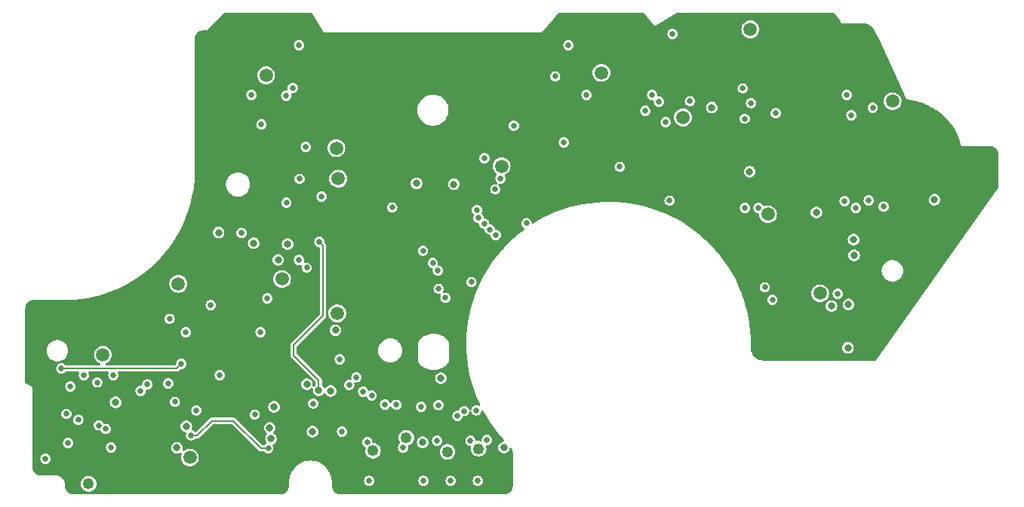
<source format=gbr>
G04 #@! TF.GenerationSoftware,KiCad,Pcbnew,8.0.2*
G04 #@! TF.CreationDate,2024-09-01T00:41:49-07:00*
G04 #@! TF.ProjectId,procon_button_board,70726f63-6f6e-45f6-9275-74746f6e5f62,rev?*
G04 #@! TF.SameCoordinates,Original*
G04 #@! TF.FileFunction,Copper,L3,Inr*
G04 #@! TF.FilePolarity,Positive*
%FSLAX46Y46*%
G04 Gerber Fmt 4.6, Leading zero omitted, Abs format (unit mm)*
G04 Created by KiCad (PCBNEW 8.0.2) date 2024-09-01 00:41:49*
%MOMM*%
%LPD*%
G01*
G04 APERTURE LIST*
G04 #@! TA.AperFunction,ViaPad*
%ADD10C,0.800000*%
G04 #@! TD*
G04 #@! TA.AperFunction,ViaPad*
%ADD11C,0.650000*%
G04 #@! TD*
G04 #@! TA.AperFunction,ViaPad*
%ADD12C,1.500000*%
G04 #@! TD*
G04 #@! TA.AperFunction,ViaPad*
%ADD13C,1.250000*%
G04 #@! TD*
G04 #@! TA.AperFunction,Conductor*
%ADD14C,0.200000*%
G04 #@! TD*
G04 APERTURE END LIST*
D10*
X145214000Y-131884000D03*
X141024000Y-131774000D03*
X189484000Y-145389600D03*
X189434000Y-150264000D03*
X126562720Y-138605612D03*
D11*
X99384720Y-162735612D03*
X181334234Y-123893767D03*
X122874000Y-157774000D03*
X122498720Y-121841612D03*
X171704000Y-122555000D03*
D10*
X141710917Y-160887606D03*
D11*
X106750720Y-161465612D03*
X118942720Y-153337612D03*
X169418000Y-133731000D03*
D10*
X107258720Y-156385612D03*
D11*
X153374000Y-136264000D03*
D10*
X124704000Y-160484000D03*
D11*
X115132720Y-148511612D03*
D10*
X118824000Y-137304000D03*
X125038720Y-156893612D03*
X185894937Y-135051757D03*
X190125683Y-139881547D03*
X190062720Y-138097612D03*
X131934000Y-148284000D03*
D11*
X113919000Y-156337000D03*
D10*
X131388720Y-155115612D03*
D11*
X117926720Y-145463612D03*
X130372720Y-133271612D03*
X160090720Y-121841612D03*
D10*
X187584000Y-145564000D03*
X129356720Y-159687612D03*
X114144000Y-161494000D03*
D11*
X149860000Y-132461000D03*
D10*
X150842087Y-161464691D03*
D11*
X180954000Y-144864000D03*
X147193000Y-142875000D03*
X123514720Y-148511612D03*
X163830000Y-129921000D03*
D10*
X125494000Y-140374000D03*
X143764000Y-153670000D03*
D11*
X116334000Y-157294000D03*
X193432979Y-134393539D03*
D10*
X122755581Y-138503280D03*
D11*
X138303000Y-134493000D03*
D10*
X178404000Y-130464000D03*
D11*
X100946952Y-161373173D03*
X115640720Y-153591612D03*
D10*
X155752800Y-125145800D03*
D11*
X123504000Y-154804000D03*
X185236720Y-145717612D03*
X124454000Y-154004000D03*
X125726872Y-123395697D03*
X155346400Y-134334000D03*
X173579679Y-135300648D03*
X163392720Y-123063000D03*
X197174720Y-135557612D03*
X121482720Y-146225612D03*
X185236720Y-124889612D03*
X134239000Y-134620000D03*
X101924720Y-160957612D03*
X114624720Y-152067612D03*
X101162720Y-152575612D03*
X147898720Y-165209612D03*
X101747324Y-157686249D03*
X102178720Y-154607612D03*
X158058720Y-116253612D03*
X157550720Y-127175612D03*
X127832720Y-116253612D03*
D12*
X132029200Y-127812800D03*
D11*
X128594720Y-127683612D03*
X103080657Y-158348830D03*
X144850720Y-165209612D03*
X103702720Y-153337612D03*
D13*
X104227219Y-165552532D03*
D11*
X142849600Y-140716000D03*
D10*
X128727900Y-154353612D03*
D11*
X105199223Y-154153663D03*
D12*
X125944000Y-142534000D03*
D10*
X124554000Y-159253572D03*
D11*
X128714653Y-141267635D03*
D10*
X115194000Y-159084000D03*
D11*
X113314000Y-147014000D03*
X110814000Y-154374000D03*
X105357449Y-158975997D03*
X141802720Y-165209612D03*
X135706720Y-165209612D03*
X106157243Y-159380831D03*
D12*
X186309000Y-144145000D03*
D11*
X188284720Y-144193612D03*
X147802600Y-134772400D03*
X192214000Y-123274000D03*
D10*
X199144000Y-133624000D03*
D11*
X191764000Y-133694000D03*
X130118720Y-138351612D03*
D10*
X130054000Y-155044000D03*
D11*
X189046720Y-133779612D03*
X166694720Y-123619612D03*
D10*
X174154000Y-123254000D03*
D13*
X147987385Y-161597812D03*
D11*
X141753211Y-139354258D03*
X144272000Y-144653000D03*
D13*
X136143221Y-161833702D03*
X144500157Y-161945912D03*
D11*
X143425971Y-141587729D03*
X143510000Y-143637000D03*
D13*
X139885396Y-160369374D03*
D11*
X135028817Y-155203798D03*
D12*
X161772602Y-119345941D03*
D11*
X156591000Y-119761000D03*
X148919230Y-160614197D03*
X147736989Y-157287885D03*
D12*
X178474000Y-114475612D03*
D11*
X149910800Y-137591800D03*
X169742720Y-114983612D03*
X135996469Y-155618506D03*
X150438720Y-131239612D03*
D12*
X150571200Y-129844800D03*
D11*
X145612720Y-157909612D03*
D12*
X170924659Y-124371252D03*
D11*
X168980720Y-124889612D03*
X146374376Y-157366877D03*
X149250400Y-136956800D03*
X147074758Y-160698843D03*
X127832720Y-140383612D03*
X121394000Y-137364000D03*
X129425838Y-156526572D03*
D12*
X114294000Y-143064000D03*
D11*
X143491167Y-156695445D03*
X148615400Y-136296400D03*
X178562000Y-122758200D03*
D12*
X194437000Y-122555000D03*
D11*
X189300720Y-121841612D03*
X168218720Y-122603612D03*
D12*
X115594000Y-162604000D03*
D11*
X143326720Y-160703612D03*
X132658720Y-159687612D03*
D12*
X132144000Y-146394000D03*
D11*
X139515616Y-161471318D03*
X132404720Y-151559612D03*
X127140349Y-121050669D03*
X133468723Y-154436917D03*
X141548720Y-156893612D03*
D12*
X124148000Y-119635612D03*
D11*
X137484720Y-156639612D03*
D12*
X132232400Y-131267200D03*
D11*
X127905066Y-131272542D03*
X134284974Y-153564714D03*
D12*
X180467000Y-135255000D03*
D11*
X147980400Y-135661400D03*
X177634335Y-121110921D03*
X138771393Y-156665823D03*
X179394720Y-134541612D03*
X167456720Y-121841612D03*
X135499804Y-160857483D03*
X110052720Y-155115612D03*
D12*
X105844000Y-151044000D03*
D11*
X124395011Y-161542444D03*
X113164000Y-154264000D03*
X107004720Y-153337612D03*
X115739662Y-160096670D03*
X124276720Y-144701612D03*
X123629229Y-125152363D03*
X126400528Y-121917191D03*
X126428426Y-133955211D03*
X148640800Y-128955800D03*
X151942800Y-125298200D03*
X177870720Y-134541612D03*
X177850800Y-124510800D03*
X189808720Y-124127612D03*
X190316720Y-134541612D03*
X180104000Y-143454000D03*
D14*
X101162720Y-152575612D02*
X114116720Y-152575612D01*
X114116720Y-152575612D02*
X114624720Y-152067612D01*
X127244000Y-149944000D02*
X130504000Y-146684000D01*
X130054000Y-153904000D02*
X127244000Y-151094000D01*
X127244000Y-151094000D02*
X127244000Y-149944000D01*
X130504000Y-146684000D02*
X130504000Y-138736892D01*
X130054000Y-155044000D02*
X130054000Y-153904000D01*
X130504000Y-138736892D02*
X130118720Y-138351612D01*
X120484000Y-158464000D02*
X118064000Y-158464000D01*
X116431330Y-160096670D02*
X115739662Y-160096670D01*
X123562444Y-161542444D02*
X120484000Y-158464000D01*
X118064000Y-158464000D02*
X116431330Y-160096670D01*
X124395011Y-161542444D02*
X123562444Y-161542444D01*
G04 #@! TA.AperFunction,Conductor*
G36*
X129286933Y-112616185D02*
G01*
X129326648Y-112657417D01*
X130472742Y-114596962D01*
X130553410Y-114733476D01*
X130561214Y-114749100D01*
X130562800Y-114752929D01*
X130566821Y-114758946D01*
X130571647Y-114764339D01*
X130574951Y-114766821D01*
X130588145Y-114778274D01*
X130591071Y-114781200D01*
X130591074Y-114781201D01*
X130597092Y-114785222D01*
X130603608Y-114788353D01*
X130603610Y-114788355D01*
X130606240Y-114789031D01*
X130607612Y-114789384D01*
X130624194Y-114794920D01*
X130628008Y-114796500D01*
X130635106Y-114797912D01*
X130642329Y-114798312D01*
X130642330Y-114798311D01*
X130642332Y-114798312D01*
X130646425Y-114797730D01*
X130663854Y-114796500D01*
X155017708Y-114796500D01*
X155031334Y-114797251D01*
X155036734Y-114797848D01*
X155036736Y-114797847D01*
X155036737Y-114797848D01*
X155047014Y-114796960D01*
X155057688Y-114796500D01*
X155067988Y-114796500D01*
X155067991Y-114796500D01*
X155067993Y-114796498D01*
X155072314Y-114795638D01*
X155076557Y-114794407D01*
X155076569Y-114794406D01*
X155085729Y-114789649D01*
X155095404Y-114785144D01*
X155104929Y-114781200D01*
X155104933Y-114781195D01*
X155108598Y-114778746D01*
X155112047Y-114775984D01*
X155112053Y-114775982D01*
X155115333Y-114772081D01*
X155118686Y-114768094D01*
X155125903Y-114760225D01*
X155133200Y-114752929D01*
X155133201Y-114752925D01*
X155133203Y-114752924D01*
X155136211Y-114748422D01*
X155144416Y-114737494D01*
X155181511Y-114693382D01*
X156315836Y-113344454D01*
X156907636Y-112640694D01*
X156965849Y-112602053D01*
X157002541Y-112596500D01*
X166442850Y-112596500D01*
X166509889Y-112616185D01*
X166538109Y-112641117D01*
X167710994Y-114048580D01*
X167720886Y-114062242D01*
X167723370Y-114066216D01*
X167728159Y-114071307D01*
X167733590Y-114075695D01*
X167733591Y-114075696D01*
X167737208Y-114077594D01*
X167737728Y-114077867D01*
X167752104Y-114086709D01*
X167755919Y-114089430D01*
X167762292Y-114092300D01*
X167768988Y-114094276D01*
X167768990Y-114094276D01*
X167768992Y-114094277D01*
X167773652Y-114094700D01*
X167790301Y-114097365D01*
X167794880Y-114098422D01*
X167794881Y-114098421D01*
X167794882Y-114098422D01*
X167801854Y-114098633D01*
X167808803Y-114097896D01*
X167808809Y-114097897D01*
X167813281Y-114096503D01*
X167829686Y-114092593D01*
X167834313Y-114091819D01*
X167834316Y-114091816D01*
X167840843Y-114089344D01*
X167846979Y-114086005D01*
X167846979Y-114086004D01*
X167846981Y-114086004D01*
X167850578Y-114083005D01*
X167864231Y-114073119D01*
X170196666Y-112615347D01*
X170262386Y-112596500D01*
X187739393Y-112596500D01*
X187806432Y-112616185D01*
X187836615Y-112643533D01*
X188491116Y-113470271D01*
X188590256Y-113595501D01*
X188699786Y-113733854D01*
X188705309Y-113743252D01*
X188706018Y-113742779D01*
X188712800Y-113752930D01*
X188717733Y-113757862D01*
X188727277Y-113768579D01*
X188731614Y-113774057D01*
X188736135Y-113777903D01*
X188741070Y-113781200D01*
X188747514Y-113783869D01*
X188760434Y-113790118D01*
X188766535Y-113793519D01*
X188766536Y-113793519D01*
X188772182Y-113795341D01*
X188778007Y-113796500D01*
X188778009Y-113796500D01*
X188784986Y-113796500D01*
X188799307Y-113797329D01*
X188806249Y-113798137D01*
X188806249Y-113798136D01*
X188806250Y-113798137D01*
X188818420Y-113797154D01*
X188818488Y-113798004D01*
X188829288Y-113796500D01*
X191155671Y-113796500D01*
X191178171Y-113796500D01*
X191187027Y-113796817D01*
X191373144Y-113810143D01*
X191390665Y-113812665D01*
X191568657Y-113851431D01*
X191585648Y-113856426D01*
X191756297Y-113920157D01*
X191772393Y-113927517D01*
X191932228Y-114014914D01*
X191947112Y-114024494D01*
X192035831Y-114091012D01*
X192092850Y-114133763D01*
X192106226Y-114145373D01*
X192234917Y-114274299D01*
X192246501Y-114287694D01*
X192351865Y-114428762D01*
X192355500Y-114433628D01*
X192365057Y-114448537D01*
X192445935Y-114597097D01*
X192454218Y-114612310D01*
X192458170Y-114620231D01*
X192972717Y-115750912D01*
X195939042Y-122269207D01*
X195940648Y-122274308D01*
X195945684Y-122284886D01*
X195945684Y-122284887D01*
X195956418Y-122307432D01*
X195957289Y-122309302D01*
X195959146Y-122313382D01*
X195967705Y-122332191D01*
X195968835Y-122333515D01*
X195977280Y-122339328D01*
X195991595Y-122350831D01*
X195994032Y-122353106D01*
X195994033Y-122353106D01*
X195994035Y-122353108D01*
X196004413Y-122359539D01*
X196004402Y-122359556D01*
X196012656Y-122363860D01*
X196018162Y-122365814D01*
X196019271Y-122366061D01*
X196019419Y-122365158D01*
X196031470Y-122367126D01*
X196031474Y-122367128D01*
X196031477Y-122367127D01*
X196031478Y-122367128D01*
X196035000Y-122367007D01*
X196053618Y-122367766D01*
X196534169Y-122423772D01*
X196543149Y-122425154D01*
X197027252Y-122518029D01*
X197036098Y-122520065D01*
X197512077Y-122648252D01*
X197520752Y-122650934D01*
X197986024Y-122813735D01*
X197994493Y-122817053D01*
X198276665Y-122939733D01*
X198446521Y-123013581D01*
X198454741Y-123017520D01*
X198891109Y-123246721D01*
X198899017Y-123251253D01*
X199317371Y-123511889D01*
X199324925Y-123516990D01*
X199723000Y-123807651D01*
X199730158Y-123813292D01*
X199735258Y-123817625D01*
X200105805Y-124132409D01*
X200112530Y-124138561D01*
X200463734Y-124484422D01*
X200469988Y-124491052D01*
X200794818Y-124861754D01*
X200800570Y-124868826D01*
X201097304Y-125262405D01*
X201102520Y-125269880D01*
X201369537Y-125684187D01*
X201374190Y-125692025D01*
X201610053Y-126124832D01*
X201614117Y-126132990D01*
X201817550Y-126581949D01*
X201821004Y-126590384D01*
X201980736Y-127025375D01*
X201990904Y-127053063D01*
X201993728Y-127061722D01*
X202109234Y-127465841D01*
X202122726Y-127513046D01*
X202124285Y-127524179D01*
X202125118Y-127524014D01*
X202127499Y-127535988D01*
X202127500Y-127535990D01*
X202127500Y-127535991D01*
X202128652Y-127538774D01*
X202134485Y-127556543D01*
X202136864Y-127566197D01*
X202137840Y-127567969D01*
X202155344Y-127585473D01*
X202157095Y-127587259D01*
X202174169Y-127605037D01*
X202174170Y-127605037D01*
X202174171Y-127605038D01*
X202188088Y-127609069D01*
X202201033Y-127613610D01*
X202208009Y-127616500D01*
X202208013Y-127616500D01*
X202219988Y-127618883D01*
X202219794Y-127619857D01*
X202220146Y-127619908D01*
X202225899Y-127620023D01*
X202225902Y-127620024D01*
X202225904Y-127620023D01*
X202226183Y-127620029D01*
X202255257Y-127616500D01*
X205401071Y-127616500D01*
X205421907Y-127616500D01*
X205434061Y-127617097D01*
X205591335Y-127632587D01*
X205615163Y-127637326D01*
X205760544Y-127681427D01*
X205782989Y-127690724D01*
X205916967Y-127762337D01*
X205937174Y-127775839D01*
X206007858Y-127833848D01*
X206054601Y-127872208D01*
X206071791Y-127889398D01*
X206168159Y-128006824D01*
X206181663Y-128027034D01*
X206253272Y-128161003D01*
X206262575Y-128183462D01*
X206306671Y-128328830D01*
X206311413Y-128352670D01*
X206326903Y-128509937D01*
X206327500Y-128522092D01*
X206327500Y-132174744D01*
X206307815Y-132241783D01*
X206304804Y-132246253D01*
X192612977Y-151643009D01*
X192558235Y-151686426D01*
X192511673Y-151695500D01*
X179959501Y-151695500D01*
X179959493Y-151695499D01*
X179945059Y-151695499D01*
X179923001Y-151695499D01*
X179913275Y-151695117D01*
X179851227Y-151690235D01*
X179708922Y-151679038D01*
X179689704Y-151675994D01*
X179495146Y-151629288D01*
X179476640Y-151623276D01*
X179291772Y-151546705D01*
X179274435Y-151537871D01*
X179103835Y-151433331D01*
X179088093Y-151421894D01*
X178935936Y-151291943D01*
X178922176Y-151278184D01*
X178914656Y-151269379D01*
X178792226Y-151126035D01*
X178780791Y-151110296D01*
X178700420Y-150979146D01*
X178676239Y-150939687D01*
X178667406Y-150922350D01*
X178664154Y-150914500D01*
X178590834Y-150737493D01*
X178584822Y-150718989D01*
X178570485Y-150659273D01*
X178538109Y-150524422D01*
X178535066Y-150505206D01*
X178534800Y-150501824D01*
X178519161Y-150303125D01*
X178518840Y-150289587D01*
X178519634Y-150263999D01*
X188778722Y-150263999D01*
X188778722Y-150264000D01*
X188797762Y-150420818D01*
X188837055Y-150524424D01*
X188853780Y-150568523D01*
X188943517Y-150698530D01*
X189061760Y-150803283D01*
X189061762Y-150803284D01*
X189201634Y-150876696D01*
X189355014Y-150914500D01*
X189355015Y-150914500D01*
X189512985Y-150914500D01*
X189666365Y-150876696D01*
X189704359Y-150856755D01*
X189806240Y-150803283D01*
X189924483Y-150698530D01*
X190014220Y-150568523D01*
X190070237Y-150420818D01*
X190089278Y-150264000D01*
X190070237Y-150107182D01*
X190069392Y-150104955D01*
X190041234Y-150030708D01*
X190014220Y-149959477D01*
X189924483Y-149829470D01*
X189806240Y-149724717D01*
X189806238Y-149724716D01*
X189806237Y-149724715D01*
X189666365Y-149651303D01*
X189512986Y-149613500D01*
X189512985Y-149613500D01*
X189355015Y-149613500D01*
X189355014Y-149613500D01*
X189201634Y-149651303D01*
X189061762Y-149724715D01*
X188943516Y-149829471D01*
X188853781Y-149959475D01*
X188853780Y-149959476D01*
X188797762Y-150107181D01*
X188778722Y-150263999D01*
X178519634Y-150263999D01*
X178530572Y-149911377D01*
X178516871Y-149135651D01*
X178465477Y-148361508D01*
X178376511Y-147590779D01*
X178373855Y-147574687D01*
X178250187Y-146825297D01*
X178250183Y-146825277D01*
X178199527Y-146590132D01*
X178086797Y-146066838D01*
X178033869Y-145868524D01*
X177952594Y-145563999D01*
X186928722Y-145563999D01*
X186928722Y-145564000D01*
X186947762Y-145720818D01*
X187003780Y-145868523D01*
X187093517Y-145998530D01*
X187211760Y-146103283D01*
X187211762Y-146103284D01*
X187351634Y-146176696D01*
X187505014Y-146214500D01*
X187505015Y-146214500D01*
X187662985Y-146214500D01*
X187816365Y-146176696D01*
X187956240Y-146103283D01*
X188074483Y-145998530D01*
X188164220Y-145868523D01*
X188220237Y-145720818D01*
X188239278Y-145564000D01*
X188238561Y-145558090D01*
X188220237Y-145407181D01*
X188213569Y-145389599D01*
X188828722Y-145389599D01*
X188828722Y-145389600D01*
X188847762Y-145546418D01*
X188880474Y-145632671D01*
X188903780Y-145694123D01*
X188993517Y-145824130D01*
X189111760Y-145928883D01*
X189111762Y-145928884D01*
X189251634Y-146002296D01*
X189405014Y-146040100D01*
X189405015Y-146040100D01*
X189562985Y-146040100D01*
X189716365Y-146002296D01*
X189723544Y-145998528D01*
X189856240Y-145928883D01*
X189974483Y-145824130D01*
X190064220Y-145694123D01*
X190120237Y-145546418D01*
X190139278Y-145389600D01*
X190125297Y-145274451D01*
X190120237Y-145232781D01*
X190096199Y-145169398D01*
X190064220Y-145085077D01*
X189974483Y-144955070D01*
X189856240Y-144850317D01*
X189856238Y-144850316D01*
X189856237Y-144850315D01*
X189716365Y-144776903D01*
X189562986Y-144739100D01*
X189562985Y-144739100D01*
X189405015Y-144739100D01*
X189405014Y-144739100D01*
X189251634Y-144776903D01*
X189111762Y-144850315D01*
X188993516Y-144955071D01*
X188903781Y-145085075D01*
X188903780Y-145085076D01*
X188847762Y-145232781D01*
X188828722Y-145389599D01*
X188213569Y-145389599D01*
X188198992Y-145351164D01*
X188164220Y-145259477D01*
X188074483Y-145129470D01*
X187956240Y-145024717D01*
X187956238Y-145024716D01*
X187956237Y-145024715D01*
X187816365Y-144951303D01*
X187662986Y-144913500D01*
X187662985Y-144913500D01*
X187505015Y-144913500D01*
X187505014Y-144913500D01*
X187351634Y-144951303D01*
X187211762Y-145024715D01*
X187093516Y-145129471D01*
X187003781Y-145259475D01*
X187003780Y-145259476D01*
X186947762Y-145407181D01*
X186928722Y-145563999D01*
X177952594Y-145563999D01*
X177886740Y-145317254D01*
X177886725Y-145317205D01*
X177885501Y-145313376D01*
X177741829Y-144863999D01*
X180373534Y-144863999D01*
X180373534Y-144864000D01*
X180393312Y-145014234D01*
X180393313Y-145014236D01*
X180441044Y-145129470D01*
X180451302Y-145154233D01*
X180543549Y-145274451D01*
X180663767Y-145366698D01*
X180803764Y-145424687D01*
X180878882Y-145434576D01*
X180953999Y-145444466D01*
X180954000Y-145444466D01*
X180954001Y-145444466D01*
X181004078Y-145437873D01*
X181104236Y-145424687D01*
X181244233Y-145366698D01*
X181364451Y-145274451D01*
X181456698Y-145154233D01*
X181514687Y-145014236D01*
X181534466Y-144864000D01*
X181514687Y-144713764D01*
X181456698Y-144573767D01*
X181364451Y-144453549D01*
X181244233Y-144361302D01*
X181244229Y-144361300D01*
X181104236Y-144303313D01*
X181104234Y-144303312D01*
X180954001Y-144283534D01*
X180953999Y-144283534D01*
X180803765Y-144303312D01*
X180803763Y-144303313D01*
X180663770Y-144361300D01*
X180663767Y-144361301D01*
X180663767Y-144361302D01*
X180543549Y-144453549D01*
X180468484Y-144551376D01*
X180451300Y-144573770D01*
X180393313Y-144713763D01*
X180393312Y-144713765D01*
X180373534Y-144863999D01*
X177741829Y-144863999D01*
X177650465Y-144578233D01*
X177640415Y-144551377D01*
X177488347Y-144145000D01*
X185303659Y-144145000D01*
X185322975Y-144341129D01*
X185380188Y-144529733D01*
X185473086Y-144703532D01*
X185473090Y-144703539D01*
X185598116Y-144855883D01*
X185750460Y-144980909D01*
X185750467Y-144980913D01*
X185924266Y-145073811D01*
X185924269Y-145073811D01*
X185924273Y-145073814D01*
X186112868Y-145131024D01*
X186309000Y-145150341D01*
X186505132Y-145131024D01*
X186693727Y-145073814D01*
X186867538Y-144980910D01*
X187019883Y-144855883D01*
X187144910Y-144703538D01*
X187226242Y-144551377D01*
X187237811Y-144529733D01*
X187237811Y-144529732D01*
X187237814Y-144529727D01*
X187295024Y-144341132D01*
X187309553Y-144193611D01*
X187704254Y-144193611D01*
X187704254Y-144193612D01*
X187724032Y-144343846D01*
X187724033Y-144343848D01*
X187752006Y-144411382D01*
X187782022Y-144483845D01*
X187874269Y-144604063D01*
X187994487Y-144696310D01*
X188134484Y-144754299D01*
X188192850Y-144761983D01*
X188284719Y-144774078D01*
X188284720Y-144774078D01*
X188284721Y-144774078D01*
X188376590Y-144761983D01*
X188434956Y-144754299D01*
X188574953Y-144696310D01*
X188695171Y-144604063D01*
X188787418Y-144483845D01*
X188845407Y-144343848D01*
X188865186Y-144193612D01*
X188858249Y-144140924D01*
X188845407Y-144043377D01*
X188845407Y-144043376D01*
X188787418Y-143903379D01*
X188695171Y-143783161D01*
X188574953Y-143690914D01*
X188574949Y-143690912D01*
X188434956Y-143632925D01*
X188434954Y-143632924D01*
X188284721Y-143613146D01*
X188284719Y-143613146D01*
X188134485Y-143632924D01*
X188134483Y-143632925D01*
X187994490Y-143690912D01*
X187994487Y-143690913D01*
X187994487Y-143690914D01*
X187874269Y-143783161D01*
X187801895Y-143877481D01*
X187782020Y-143903382D01*
X187724033Y-144043375D01*
X187724032Y-144043377D01*
X187704254Y-144193611D01*
X187309553Y-144193611D01*
X187314341Y-144145000D01*
X187295024Y-143948868D01*
X187237814Y-143760273D01*
X187237811Y-143760269D01*
X187237811Y-143760266D01*
X187144913Y-143586467D01*
X187144909Y-143586460D01*
X187019883Y-143434116D01*
X186867539Y-143309090D01*
X186867532Y-143309086D01*
X186693733Y-143216188D01*
X186693727Y-143216186D01*
X186567997Y-143178046D01*
X186505129Y-143158975D01*
X186309000Y-143139659D01*
X186112870Y-143158975D01*
X185924266Y-143216188D01*
X185750467Y-143309086D01*
X185750460Y-143309090D01*
X185598116Y-143434116D01*
X185473090Y-143586460D01*
X185473086Y-143586467D01*
X185380188Y-143760266D01*
X185322975Y-143948870D01*
X185303659Y-144145000D01*
X177488347Y-144145000D01*
X177378560Y-143851611D01*
X177378546Y-143851576D01*
X177207302Y-143453999D01*
X179523534Y-143453999D01*
X179523534Y-143454000D01*
X179543312Y-143604234D01*
X179543313Y-143604236D01*
X179579215Y-143690912D01*
X179601302Y-143744233D01*
X179693549Y-143864451D01*
X179813767Y-143956698D01*
X179953764Y-144014687D01*
X180028882Y-144024576D01*
X180103999Y-144034466D01*
X180104000Y-144034466D01*
X180104001Y-144034466D01*
X180154078Y-144027873D01*
X180254236Y-144014687D01*
X180394233Y-143956698D01*
X180514451Y-143864451D01*
X180606698Y-143744233D01*
X180664687Y-143604236D01*
X180684466Y-143454000D01*
X180664687Y-143303764D01*
X180606698Y-143163767D01*
X180514451Y-143043549D01*
X180394233Y-142951302D01*
X180394229Y-142951300D01*
X180254236Y-142893313D01*
X180254234Y-142893312D01*
X180104001Y-142873534D01*
X180103999Y-142873534D01*
X179953765Y-142893312D01*
X179953763Y-142893313D01*
X179813770Y-142951300D01*
X179813767Y-142951301D01*
X179813767Y-142951302D01*
X179693549Y-143043549D01*
X179604979Y-143158976D01*
X179601300Y-143163770D01*
X179543313Y-143303763D01*
X179543312Y-143303765D01*
X179523534Y-143453999D01*
X177207302Y-143453999D01*
X177123798Y-143260129D01*
X177071641Y-143139035D01*
X176730453Y-142442236D01*
X176402811Y-141848101D01*
X176355799Y-141762851D01*
X176355797Y-141762849D01*
X176355796Y-141762846D01*
X176252905Y-141595999D01*
X193222357Y-141595999D01*
X193222357Y-141596000D01*
X193242884Y-141817535D01*
X193242885Y-141817537D01*
X193303769Y-142031523D01*
X193303775Y-142031538D01*
X193402938Y-142230683D01*
X193402943Y-142230691D01*
X193537020Y-142408238D01*
X193701437Y-142558123D01*
X193701439Y-142558125D01*
X193890595Y-142675245D01*
X193890596Y-142675245D01*
X193890599Y-142675247D01*
X194098060Y-142755618D01*
X194316757Y-142796500D01*
X194316759Y-142796500D01*
X194539241Y-142796500D01*
X194539243Y-142796500D01*
X194757940Y-142755618D01*
X194965401Y-142675247D01*
X195154562Y-142558124D01*
X195318981Y-142408236D01*
X195453058Y-142230689D01*
X195552229Y-142031528D01*
X195613115Y-141817536D01*
X195633643Y-141596000D01*
X195632876Y-141587728D01*
X195613115Y-141374464D01*
X195613114Y-141374462D01*
X195612243Y-141371401D01*
X195552229Y-141160472D01*
X195552224Y-141160461D01*
X195453061Y-140961316D01*
X195453056Y-140961308D01*
X195318979Y-140783761D01*
X195154562Y-140633876D01*
X195154560Y-140633874D01*
X194965404Y-140516754D01*
X194965398Y-140516752D01*
X194757940Y-140436382D01*
X194539243Y-140395500D01*
X194316757Y-140395500D01*
X194098060Y-140436382D01*
X193966864Y-140487207D01*
X193890601Y-140516752D01*
X193890595Y-140516754D01*
X193701439Y-140633874D01*
X193701437Y-140633876D01*
X193537020Y-140783761D01*
X193402943Y-140961308D01*
X193402938Y-140961316D01*
X193303775Y-141160461D01*
X193303769Y-141160476D01*
X193242885Y-141374462D01*
X193242884Y-141374464D01*
X193222357Y-141595999D01*
X176252905Y-141595999D01*
X175948556Y-141102472D01*
X175509696Y-140462675D01*
X175068051Y-139881546D01*
X189470405Y-139881546D01*
X189470405Y-139881547D01*
X189489445Y-140038365D01*
X189510311Y-140093382D01*
X189545463Y-140186070D01*
X189635200Y-140316077D01*
X189753443Y-140420830D01*
X189753445Y-140420831D01*
X189893317Y-140494243D01*
X190046697Y-140532047D01*
X190046698Y-140532047D01*
X190204668Y-140532047D01*
X190358048Y-140494243D01*
X190418206Y-140462669D01*
X190497923Y-140420830D01*
X190616166Y-140316077D01*
X190705903Y-140186070D01*
X190761920Y-140038365D01*
X190780961Y-139881547D01*
X190776520Y-139844967D01*
X190761920Y-139724728D01*
X190731488Y-139644487D01*
X190705903Y-139577024D01*
X190616166Y-139447017D01*
X190497923Y-139342264D01*
X190497921Y-139342263D01*
X190497920Y-139342262D01*
X190358048Y-139268850D01*
X190204669Y-139231047D01*
X190204668Y-139231047D01*
X190046698Y-139231047D01*
X190046697Y-139231047D01*
X189893317Y-139268850D01*
X189753445Y-139342262D01*
X189635199Y-139447018D01*
X189545464Y-139577022D01*
X189545463Y-139577023D01*
X189489445Y-139724728D01*
X189470405Y-139881546D01*
X175068051Y-139881546D01*
X175040253Y-139844968D01*
X175040249Y-139844963D01*
X175040233Y-139844943D01*
X174541356Y-139250833D01*
X174541344Y-139250819D01*
X174498000Y-139204023D01*
X174014130Y-138681611D01*
X173954359Y-138623065D01*
X173459878Y-138138714D01*
X173459870Y-138138706D01*
X173413614Y-138097611D01*
X189407442Y-138097611D01*
X189407442Y-138097612D01*
X189426482Y-138254430D01*
X189463339Y-138351612D01*
X189482500Y-138402135D01*
X189572237Y-138532142D01*
X189690480Y-138636895D01*
X189690482Y-138636896D01*
X189830354Y-138710308D01*
X189983734Y-138748112D01*
X189983735Y-138748112D01*
X190141705Y-138748112D01*
X190295085Y-138710308D01*
X190332353Y-138690748D01*
X190434960Y-138636895D01*
X190553203Y-138532142D01*
X190642940Y-138402135D01*
X190698957Y-138254430D01*
X190717998Y-138097612D01*
X190698957Y-137940794D01*
X190692848Y-137924687D01*
X190676287Y-137881019D01*
X190642940Y-137793089D01*
X190553203Y-137663082D01*
X190434960Y-137558329D01*
X190434958Y-137558328D01*
X190434957Y-137558327D01*
X190295085Y-137484915D01*
X190141706Y-137447112D01*
X190141705Y-137447112D01*
X189983735Y-137447112D01*
X189983734Y-137447112D01*
X189830354Y-137484915D01*
X189690482Y-137558327D01*
X189572236Y-137663083D01*
X189482501Y-137793087D01*
X189482500Y-137793088D01*
X189426482Y-137940793D01*
X189407442Y-138097611D01*
X173413614Y-138097611D01*
X173218972Y-137924686D01*
X173208719Y-137915577D01*
X173208617Y-137915413D01*
X172876077Y-137619873D01*
X172876070Y-137619867D01*
X172876064Y-137619862D01*
X172263295Y-137127192D01*
X171626999Y-136665307D01*
X170968721Y-136235329D01*
X170968714Y-136235325D01*
X170968705Y-136235319D01*
X170290080Y-135838314D01*
X170290050Y-135838297D01*
X169592678Y-135475199D01*
X169592671Y-135475195D01*
X169592664Y-135475192D01*
X169592638Y-135475180D01*
X168878208Y-135146870D01*
X168148496Y-134854164D01*
X168148461Y-134854151D01*
X167405212Y-134597749D01*
X167212104Y-134541611D01*
X177290254Y-134541611D01*
X177290254Y-134541612D01*
X177310032Y-134691846D01*
X177310033Y-134691848D01*
X177356483Y-134803989D01*
X177368022Y-134831845D01*
X177460269Y-134952063D01*
X177580487Y-135044310D01*
X177720484Y-135102299D01*
X177789636Y-135111403D01*
X177870719Y-135122078D01*
X177870720Y-135122078D01*
X177870721Y-135122078D01*
X177951804Y-135111403D01*
X178020956Y-135102299D01*
X178160953Y-135044310D01*
X178281171Y-134952063D01*
X178373418Y-134831845D01*
X178431407Y-134691848D01*
X178451186Y-134541612D01*
X178451186Y-134541611D01*
X178814254Y-134541611D01*
X178814254Y-134541612D01*
X178834032Y-134691846D01*
X178834033Y-134691848D01*
X178880483Y-134803989D01*
X178892022Y-134831845D01*
X178984269Y-134952063D01*
X179104487Y-135044310D01*
X179244484Y-135102299D01*
X179354745Y-135116815D01*
X179418642Y-135145081D01*
X179457113Y-135203406D01*
X179461964Y-135251899D01*
X179461659Y-135254998D01*
X179461659Y-135254999D01*
X179480975Y-135451129D01*
X179538188Y-135639733D01*
X179631086Y-135813532D01*
X179631090Y-135813539D01*
X179756116Y-135965883D01*
X179908460Y-136090909D01*
X179908467Y-136090913D01*
X180082266Y-136183811D01*
X180082269Y-136183811D01*
X180082273Y-136183814D01*
X180270868Y-136241024D01*
X180467000Y-136260341D01*
X180663132Y-136241024D01*
X180851727Y-136183814D01*
X181025538Y-136090910D01*
X181177883Y-135965883D01*
X181302910Y-135813538D01*
X181395814Y-135639727D01*
X181453024Y-135451132D01*
X181472341Y-135255000D01*
X181453024Y-135058868D01*
X181450867Y-135051756D01*
X185239659Y-135051756D01*
X185239659Y-135051757D01*
X185258699Y-135208575D01*
X185298281Y-135312942D01*
X185314717Y-135356280D01*
X185404454Y-135486287D01*
X185522697Y-135591040D01*
X185522699Y-135591041D01*
X185662571Y-135664453D01*
X185815951Y-135702257D01*
X185815952Y-135702257D01*
X185973922Y-135702257D01*
X186127302Y-135664453D01*
X186174401Y-135639733D01*
X186267177Y-135591040D01*
X186385420Y-135486287D01*
X186475157Y-135356280D01*
X186531174Y-135208575D01*
X186550215Y-135051757D01*
X186543409Y-134995699D01*
X186531174Y-134894938D01*
X186507244Y-134831841D01*
X186475157Y-134747234D01*
X186385420Y-134617227D01*
X186300066Y-134541611D01*
X189736254Y-134541611D01*
X189736254Y-134541612D01*
X189756032Y-134691846D01*
X189756033Y-134691848D01*
X189802483Y-134803989D01*
X189814022Y-134831845D01*
X189906269Y-134952063D01*
X190026487Y-135044310D01*
X190166484Y-135102299D01*
X190235636Y-135111403D01*
X190316719Y-135122078D01*
X190316720Y-135122078D01*
X190316721Y-135122078D01*
X190397804Y-135111403D01*
X190466956Y-135102299D01*
X190606953Y-135044310D01*
X190727171Y-134952063D01*
X190819418Y-134831845D01*
X190877407Y-134691848D01*
X190897186Y-134541612D01*
X190890071Y-134487572D01*
X190877691Y-134393538D01*
X192852513Y-134393538D01*
X192852513Y-134393539D01*
X192872291Y-134543773D01*
X192872292Y-134543775D01*
X192913489Y-134643234D01*
X192930281Y-134683772D01*
X193022528Y-134803990D01*
X193142746Y-134896237D01*
X193282743Y-134954226D01*
X193357861Y-134964115D01*
X193432978Y-134974005D01*
X193432979Y-134974005D01*
X193432980Y-134974005D01*
X193483057Y-134967412D01*
X193583215Y-134954226D01*
X193723212Y-134896237D01*
X193843430Y-134803990D01*
X193935677Y-134683772D01*
X193993666Y-134543775D01*
X194013445Y-134393539D01*
X194006760Y-134342765D01*
X193999292Y-134286037D01*
X193993666Y-134243303D01*
X193935677Y-134103306D01*
X193843430Y-133983088D01*
X193723212Y-133890841D01*
X193723208Y-133890839D01*
X193583215Y-133832852D01*
X193583213Y-133832851D01*
X193432980Y-133813073D01*
X193432978Y-133813073D01*
X193282744Y-133832851D01*
X193282742Y-133832852D01*
X193142749Y-133890839D01*
X193142746Y-133890840D01*
X193142746Y-133890841D01*
X193022528Y-133983088D01*
X192944096Y-134085303D01*
X192930279Y-134103309D01*
X192872292Y-134243302D01*
X192872291Y-134243304D01*
X192852513Y-134393538D01*
X190877691Y-134393538D01*
X190877407Y-134391377D01*
X190877407Y-134391376D01*
X190819418Y-134251379D01*
X190727171Y-134131161D01*
X190606953Y-134038914D01*
X190606949Y-134038912D01*
X190466956Y-133980925D01*
X190466954Y-133980924D01*
X190316721Y-133961146D01*
X190316719Y-133961146D01*
X190166485Y-133980924D01*
X190166483Y-133980925D01*
X190026490Y-134038912D01*
X190026487Y-134038913D01*
X190026487Y-134038914D01*
X189906269Y-134131161D01*
X189827589Y-134233699D01*
X189814020Y-134251382D01*
X189756033Y-134391375D01*
X189756032Y-134391377D01*
X189736254Y-134541611D01*
X186300066Y-134541611D01*
X186267177Y-134512474D01*
X186267175Y-134512473D01*
X186267174Y-134512472D01*
X186127302Y-134439060D01*
X185973923Y-134401257D01*
X185973922Y-134401257D01*
X185815952Y-134401257D01*
X185815951Y-134401257D01*
X185662571Y-134439060D01*
X185522699Y-134512472D01*
X185404453Y-134617228D01*
X185314718Y-134747232D01*
X185314717Y-134747233D01*
X185258699Y-134894938D01*
X185239659Y-135051756D01*
X181450867Y-135051756D01*
X181395814Y-134870273D01*
X181395811Y-134870269D01*
X181395811Y-134870266D01*
X181302913Y-134696467D01*
X181302909Y-134696460D01*
X181177883Y-134544116D01*
X181025539Y-134419090D01*
X181025532Y-134419086D01*
X180851733Y-134326188D01*
X180851727Y-134326186D01*
X180681230Y-134274466D01*
X180663129Y-134268975D01*
X180467000Y-134249659D01*
X180270870Y-134268975D01*
X180082263Y-134326189D01*
X180076945Y-134329032D01*
X180008542Y-134343269D01*
X179943299Y-134318265D01*
X179903938Y-134267120D01*
X179897419Y-134251382D01*
X179897418Y-134251379D01*
X179805171Y-134131161D01*
X179684953Y-134038914D01*
X179684949Y-134038912D01*
X179544956Y-133980925D01*
X179544954Y-133980924D01*
X179394721Y-133961146D01*
X179394719Y-133961146D01*
X179244485Y-133980924D01*
X179244483Y-133980925D01*
X179104490Y-134038912D01*
X179104487Y-134038913D01*
X179104487Y-134038914D01*
X178984269Y-134131161D01*
X178905589Y-134233699D01*
X178892020Y-134251382D01*
X178834033Y-134391375D01*
X178834032Y-134391377D01*
X178814254Y-134541611D01*
X178451186Y-134541611D01*
X178444071Y-134487572D01*
X178431407Y-134391377D01*
X178431407Y-134391376D01*
X178373418Y-134251379D01*
X178281171Y-134131161D01*
X178160953Y-134038914D01*
X178160949Y-134038912D01*
X178020956Y-133980925D01*
X178020954Y-133980924D01*
X177870721Y-133961146D01*
X177870719Y-133961146D01*
X177720485Y-133980924D01*
X177720483Y-133980925D01*
X177580490Y-134038912D01*
X177580487Y-134038913D01*
X177580487Y-134038914D01*
X177460269Y-134131161D01*
X177381589Y-134233699D01*
X177368020Y-134251382D01*
X177310033Y-134391375D01*
X177310032Y-134391377D01*
X177290254Y-134541611D01*
X167212104Y-134541611D01*
X166650192Y-134378259D01*
X166650161Y-134378251D01*
X165885295Y-134196237D01*
X165112365Y-134052117D01*
X165112346Y-134052114D01*
X164333257Y-133946247D01*
X163549890Y-133878890D01*
X163549836Y-133878886D01*
X162764152Y-133850205D01*
X162764140Y-133850205D01*
X162764136Y-133850205D01*
X162065292Y-133859146D01*
X161977935Y-133860264D01*
X161977912Y-133860265D01*
X161193178Y-133909042D01*
X160411779Y-133996421D01*
X159635688Y-134122180D01*
X159635654Y-134122187D01*
X158866637Y-134286040D01*
X158106664Y-134487569D01*
X157357512Y-134726302D01*
X157357499Y-134726306D01*
X156621036Y-135001649D01*
X155899020Y-135312942D01*
X155193230Y-135659420D01*
X154505339Y-136040262D01*
X154132004Y-136271687D01*
X154064653Y-136290278D01*
X153997943Y-136269504D01*
X153953054Y-136215962D01*
X153943733Y-136182482D01*
X153934687Y-136113764D01*
X153876698Y-135973767D01*
X153784451Y-135853549D01*
X153664233Y-135761302D01*
X153664229Y-135761300D01*
X153524236Y-135703313D01*
X153524234Y-135703312D01*
X153374001Y-135683534D01*
X153373999Y-135683534D01*
X153223765Y-135703312D01*
X153223763Y-135703313D01*
X153083770Y-135761300D01*
X153083767Y-135761301D01*
X153083767Y-135761302D01*
X152963549Y-135853549D01*
X152938688Y-135885949D01*
X152871300Y-135973770D01*
X152813313Y-136113763D01*
X152813312Y-136113765D01*
X152793534Y-136263999D01*
X152793534Y-136264000D01*
X152813312Y-136414234D01*
X152813313Y-136414236D01*
X152871302Y-136554233D01*
X152963549Y-136674451D01*
X153083767Y-136766698D01*
X153083769Y-136766698D01*
X153090215Y-136771645D01*
X153089407Y-136772697D01*
X153131804Y-136817168D01*
X153145022Y-136885776D01*
X153119049Y-136950639D01*
X153096971Y-136972432D01*
X152565734Y-137379207D01*
X151965777Y-137887388D01*
X151965765Y-137887399D01*
X151391569Y-138424521D01*
X151391567Y-138424523D01*
X150844529Y-138989280D01*
X150844484Y-138989330D01*
X150325995Y-139580278D01*
X150325952Y-139580329D01*
X149837160Y-140196162D01*
X149676221Y-140420830D01*
X149398496Y-140808528D01*
X149379276Y-140835358D01*
X148953452Y-141496312D01*
X148560697Y-142177455D01*
X148560689Y-142177471D01*
X148201997Y-142877076D01*
X148201984Y-142877104D01*
X148201978Y-142877116D01*
X148201974Y-142877125D01*
X148074591Y-143158976D01*
X147878152Y-143593621D01*
X147590029Y-144325181D01*
X147338292Y-145070056D01*
X147203052Y-145546418D01*
X147132195Y-145796000D01*
X147123552Y-145826442D01*
X146946347Y-146592438D01*
X146946343Y-146592454D01*
X146946343Y-146592459D01*
X146870481Y-147014000D01*
X146807082Y-147366291D01*
X146807077Y-147366324D01*
X146706113Y-148146029D01*
X146706112Y-148146040D01*
X146643680Y-148929783D01*
X146643677Y-148929847D01*
X146619931Y-149715715D01*
X146619931Y-149715743D01*
X146634931Y-150501824D01*
X146634934Y-150501898D01*
X146688638Y-151286263D01*
X146780927Y-152067102D01*
X146911569Y-152842438D01*
X146911573Y-152842455D01*
X147080247Y-153610388D01*
X147080255Y-153610423D01*
X147286556Y-154369114D01*
X147529989Y-155116743D01*
X147809959Y-155851475D01*
X148125787Y-156571526D01*
X148137710Y-156595432D01*
X148150014Y-156664209D01*
X148123180Y-156728721D01*
X148065729Y-156768484D01*
X147995900Y-156770875D01*
X147979292Y-156765333D01*
X147887228Y-156727199D01*
X147887223Y-156727197D01*
X147736990Y-156707419D01*
X147736988Y-156707419D01*
X147586754Y-156727197D01*
X147586752Y-156727198D01*
X147446759Y-156785185D01*
X147446756Y-156785186D01*
X147446756Y-156785187D01*
X147326538Y-156877434D01*
X147286322Y-156929845D01*
X147234289Y-156997655D01*
X147176302Y-157137648D01*
X147176302Y-157137649D01*
X147170632Y-157180715D01*
X147142365Y-157244611D01*
X147084040Y-157283081D01*
X147014175Y-157283912D01*
X146954952Y-157246839D01*
X146933132Y-157211980D01*
X146927397Y-157198135D01*
X146881471Y-157087259D01*
X146877076Y-157076648D01*
X146877076Y-157076647D01*
X146856959Y-157050430D01*
X146784827Y-156956426D01*
X146664609Y-156864179D01*
X146664605Y-156864177D01*
X146524612Y-156806190D01*
X146524610Y-156806189D01*
X146374377Y-156786411D01*
X146374375Y-156786411D01*
X146224141Y-156806189D01*
X146224139Y-156806190D01*
X146084146Y-156864177D01*
X146084143Y-156864178D01*
X146084143Y-156864179D01*
X145963925Y-156956426D01*
X145892075Y-157050063D01*
X145871676Y-157076647D01*
X145813688Y-157216641D01*
X145811891Y-157230298D01*
X145783624Y-157294195D01*
X145725299Y-157332665D01*
X145672767Y-157337051D01*
X145612721Y-157329146D01*
X145612719Y-157329146D01*
X145462485Y-157348924D01*
X145462483Y-157348925D01*
X145322490Y-157406912D01*
X145322487Y-157406913D01*
X145322487Y-157406914D01*
X145234958Y-157474078D01*
X145202269Y-157499161D01*
X145110020Y-157619382D01*
X145052033Y-157759375D01*
X145052032Y-157759377D01*
X145032254Y-157909611D01*
X145032254Y-157909612D01*
X145052032Y-158059846D01*
X145052033Y-158059848D01*
X145109503Y-158198594D01*
X145110022Y-158199845D01*
X145202269Y-158320063D01*
X145322487Y-158412310D01*
X145462484Y-158470299D01*
X145537602Y-158480188D01*
X145612719Y-158490078D01*
X145612720Y-158490078D01*
X145612721Y-158490078D01*
X145662798Y-158483485D01*
X145762956Y-158470299D01*
X145902953Y-158412310D01*
X146023171Y-158320063D01*
X146115418Y-158199845D01*
X146173407Y-158059848D01*
X146175205Y-158046190D01*
X146203467Y-157982298D01*
X146261790Y-157943824D01*
X146314326Y-157939437D01*
X146374376Y-157947343D01*
X146524612Y-157927564D01*
X146664609Y-157869575D01*
X146784827Y-157777328D01*
X146877074Y-157657110D01*
X146935063Y-157517113D01*
X146940732Y-157474047D01*
X146968998Y-157410152D01*
X147027322Y-157371680D01*
X147097186Y-157370848D01*
X147156410Y-157407920D01*
X147178232Y-157442780D01*
X147209020Y-157517110D01*
X147234291Y-157578118D01*
X147326538Y-157698336D01*
X147446756Y-157790583D01*
X147586753Y-157848572D01*
X147633201Y-157854687D01*
X147736988Y-157868351D01*
X147736989Y-157868351D01*
X147736990Y-157868351D01*
X147787067Y-157861758D01*
X147887225Y-157848572D01*
X148027222Y-157790583D01*
X148147440Y-157698336D01*
X148239687Y-157578118D01*
X148297676Y-157438121D01*
X148300433Y-157417177D01*
X148328699Y-157353281D01*
X148387024Y-157314810D01*
X148456888Y-157313979D01*
X148516112Y-157351051D01*
X148531476Y-157372622D01*
X148861853Y-157960610D01*
X149280285Y-158626244D01*
X149280302Y-158626270D01*
X149728041Y-159266226D01*
X149731034Y-159270504D01*
X150212961Y-159891759D01*
X150724908Y-160488517D01*
X150785426Y-160552403D01*
X150836248Y-160606053D01*
X150868061Y-160668260D01*
X150861192Y-160737791D01*
X150817823Y-160792571D01*
X150770041Y-160811004D01*
X150770384Y-160812396D01*
X150609721Y-160851994D01*
X150469849Y-160925406D01*
X150406241Y-160981757D01*
X150359033Y-161023580D01*
X150351603Y-161030162D01*
X150261868Y-161160166D01*
X150261867Y-161160167D01*
X150205849Y-161307872D01*
X150186809Y-161464690D01*
X150186809Y-161464691D01*
X150205849Y-161621509D01*
X150247357Y-161730954D01*
X150261867Y-161769214D01*
X150351604Y-161899221D01*
X150469847Y-162003974D01*
X150469849Y-162003975D01*
X150609721Y-162077387D01*
X150763101Y-162115191D01*
X150763102Y-162115191D01*
X150921072Y-162115191D01*
X151074452Y-162077387D01*
X151214327Y-162003974D01*
X151332570Y-161899221D01*
X151422307Y-161769214D01*
X151478324Y-161621509D01*
X151482000Y-161591228D01*
X151509620Y-161527052D01*
X151567553Y-161487994D01*
X151637406Y-161486457D01*
X151697001Y-161522930D01*
X151709798Y-161539739D01*
X151718574Y-161553570D01*
X151727897Y-161571278D01*
X151777041Y-161686279D01*
X151783393Y-161705251D01*
X151813403Y-161826661D01*
X151816621Y-161846408D01*
X151823271Y-161928528D01*
X151826954Y-161974017D01*
X151827095Y-161975752D01*
X151827500Y-161985760D01*
X151827500Y-165789907D01*
X151826903Y-165802062D01*
X151811413Y-165959329D01*
X151806671Y-165983169D01*
X151762575Y-166128537D01*
X151753272Y-166150996D01*
X151681663Y-166284965D01*
X151668159Y-166305175D01*
X151571791Y-166422601D01*
X151554601Y-166439791D01*
X151437175Y-166536159D01*
X151416965Y-166549663D01*
X151282996Y-166621272D01*
X151260537Y-166630575D01*
X151115169Y-166674671D01*
X151091329Y-166679413D01*
X150975425Y-166690828D01*
X150934060Y-166694903D01*
X150921907Y-166695500D01*
X132434093Y-166695500D01*
X132421939Y-166694903D01*
X132264671Y-166679413D01*
X132240830Y-166674671D01*
X132095462Y-166630575D01*
X132073005Y-166621273D01*
X131939034Y-166549663D01*
X131918824Y-166536159D01*
X131801398Y-166439791D01*
X131784208Y-166422601D01*
X131687840Y-166305175D01*
X131674336Y-166284965D01*
X131662525Y-166262868D01*
X131602724Y-166150989D01*
X131593427Y-166128544D01*
X131549326Y-165983163D01*
X131544587Y-165959335D01*
X131529097Y-165802061D01*
X131528500Y-165789907D01*
X131528500Y-165209611D01*
X135126254Y-165209611D01*
X135126254Y-165209612D01*
X135146032Y-165359846D01*
X135146033Y-165359848D01*
X135204022Y-165499845D01*
X135296269Y-165620063D01*
X135416487Y-165712310D01*
X135556484Y-165770299D01*
X135631602Y-165780188D01*
X135706719Y-165790078D01*
X135706720Y-165790078D01*
X135706721Y-165790078D01*
X135756798Y-165783485D01*
X135856956Y-165770299D01*
X135996953Y-165712310D01*
X136117171Y-165620063D01*
X136209418Y-165499845D01*
X136267407Y-165359848D01*
X136287186Y-165209612D01*
X136287186Y-165209611D01*
X141222254Y-165209611D01*
X141222254Y-165209612D01*
X141242032Y-165359846D01*
X141242033Y-165359848D01*
X141300022Y-165499845D01*
X141392269Y-165620063D01*
X141512487Y-165712310D01*
X141652484Y-165770299D01*
X141727602Y-165780188D01*
X141802719Y-165790078D01*
X141802720Y-165790078D01*
X141802721Y-165790078D01*
X141852798Y-165783485D01*
X141952956Y-165770299D01*
X142092953Y-165712310D01*
X142213171Y-165620063D01*
X142305418Y-165499845D01*
X142363407Y-165359848D01*
X142383186Y-165209612D01*
X142383186Y-165209611D01*
X144270254Y-165209611D01*
X144270254Y-165209612D01*
X144290032Y-165359846D01*
X144290033Y-165359848D01*
X144348022Y-165499845D01*
X144440269Y-165620063D01*
X144560487Y-165712310D01*
X144700484Y-165770299D01*
X144775602Y-165780188D01*
X144850719Y-165790078D01*
X144850720Y-165790078D01*
X144850721Y-165790078D01*
X144900798Y-165783485D01*
X145000956Y-165770299D01*
X145140953Y-165712310D01*
X145261171Y-165620063D01*
X145353418Y-165499845D01*
X145411407Y-165359848D01*
X145431186Y-165209612D01*
X145431186Y-165209611D01*
X147318254Y-165209611D01*
X147318254Y-165209612D01*
X147338032Y-165359846D01*
X147338033Y-165359848D01*
X147396022Y-165499845D01*
X147488269Y-165620063D01*
X147608487Y-165712310D01*
X147748484Y-165770299D01*
X147823602Y-165780188D01*
X147898719Y-165790078D01*
X147898720Y-165790078D01*
X147898721Y-165790078D01*
X147948798Y-165783485D01*
X148048956Y-165770299D01*
X148188953Y-165712310D01*
X148309171Y-165620063D01*
X148401418Y-165499845D01*
X148459407Y-165359848D01*
X148479186Y-165209612D01*
X148477257Y-165194963D01*
X148459407Y-165059377D01*
X148459407Y-165059376D01*
X148401418Y-164919379D01*
X148309171Y-164799161D01*
X148188953Y-164706914D01*
X148188949Y-164706912D01*
X148048956Y-164648925D01*
X148048954Y-164648924D01*
X147898721Y-164629146D01*
X147898719Y-164629146D01*
X147748485Y-164648924D01*
X147748483Y-164648925D01*
X147608490Y-164706912D01*
X147608487Y-164706913D01*
X147608487Y-164706914D01*
X147488269Y-164799161D01*
X147399494Y-164914855D01*
X147396020Y-164919382D01*
X147338033Y-165059375D01*
X147338032Y-165059377D01*
X147318254Y-165209611D01*
X145431186Y-165209611D01*
X145429257Y-165194963D01*
X145411407Y-165059377D01*
X145411407Y-165059376D01*
X145353418Y-164919379D01*
X145261171Y-164799161D01*
X145140953Y-164706914D01*
X145140949Y-164706912D01*
X145000956Y-164648925D01*
X145000954Y-164648924D01*
X144850721Y-164629146D01*
X144850719Y-164629146D01*
X144700485Y-164648924D01*
X144700483Y-164648925D01*
X144560490Y-164706912D01*
X144560487Y-164706913D01*
X144560487Y-164706914D01*
X144440269Y-164799161D01*
X144351494Y-164914855D01*
X144348020Y-164919382D01*
X144290033Y-165059375D01*
X144290032Y-165059377D01*
X144270254Y-165209611D01*
X142383186Y-165209611D01*
X142381257Y-165194963D01*
X142363407Y-165059377D01*
X142363407Y-165059376D01*
X142305418Y-164919379D01*
X142213171Y-164799161D01*
X142092953Y-164706914D01*
X142092949Y-164706912D01*
X141952956Y-164648925D01*
X141952954Y-164648924D01*
X141802721Y-164629146D01*
X141802719Y-164629146D01*
X141652485Y-164648924D01*
X141652483Y-164648925D01*
X141512490Y-164706912D01*
X141512487Y-164706913D01*
X141512487Y-164706914D01*
X141392269Y-164799161D01*
X141303494Y-164914855D01*
X141300020Y-164919382D01*
X141242033Y-165059375D01*
X141242032Y-165059377D01*
X141222254Y-165209611D01*
X136287186Y-165209611D01*
X136285257Y-165194963D01*
X136267407Y-165059377D01*
X136267407Y-165059376D01*
X136209418Y-164919379D01*
X136117171Y-164799161D01*
X135996953Y-164706914D01*
X135996949Y-164706912D01*
X135856956Y-164648925D01*
X135856954Y-164648924D01*
X135706721Y-164629146D01*
X135706719Y-164629146D01*
X135556485Y-164648924D01*
X135556483Y-164648925D01*
X135416490Y-164706912D01*
X135416487Y-164706913D01*
X135416487Y-164706914D01*
X135296269Y-164799161D01*
X135207494Y-164914855D01*
X135204020Y-164919382D01*
X135146033Y-165059375D01*
X135146032Y-165059377D01*
X135126254Y-165209611D01*
X131528500Y-165209611D01*
X131528500Y-165194974D01*
X131528499Y-165194963D01*
X131493684Y-164919382D01*
X131490642Y-164895302D01*
X131427384Y-164648925D01*
X131415525Y-164602737D01*
X131415524Y-164602734D01*
X131304336Y-164321904D01*
X131304335Y-164321903D01*
X131304334Y-164321901D01*
X131304332Y-164321896D01*
X131158816Y-164057205D01*
X131158810Y-164057198D01*
X131158808Y-164057193D01*
X130981280Y-163812846D01*
X130981272Y-163812836D01*
X130774505Y-163592652D01*
X130771328Y-163590024D01*
X130541768Y-163400115D01*
X130541767Y-163400114D01*
X130541763Y-163400111D01*
X130286738Y-163238268D01*
X130286732Y-163238265D01*
X130013436Y-163109661D01*
X130013431Y-163109659D01*
X129726164Y-163016320D01*
X129726161Y-163016319D01*
X129726160Y-163016319D01*
X129577808Y-162988019D01*
X129429453Y-162959719D01*
X129429446Y-162959718D01*
X129128005Y-162940754D01*
X129127995Y-162940754D01*
X128826553Y-162959718D01*
X128826546Y-162959719D01*
X128529835Y-163016320D01*
X128242568Y-163109659D01*
X128242563Y-163109661D01*
X127969267Y-163238265D01*
X127969261Y-163238268D01*
X127714236Y-163400111D01*
X127481494Y-163592652D01*
X127274727Y-163812836D01*
X127274719Y-163812846D01*
X127097191Y-164057193D01*
X127097184Y-164057205D01*
X126951664Y-164321903D01*
X126951663Y-164321904D01*
X126840475Y-164602734D01*
X126840474Y-164602737D01*
X126765357Y-164895304D01*
X126727500Y-165194963D01*
X126727500Y-165789907D01*
X126726903Y-165802062D01*
X126711413Y-165959329D01*
X126706671Y-165983169D01*
X126662575Y-166128537D01*
X126653272Y-166150996D01*
X126581663Y-166284965D01*
X126568159Y-166305175D01*
X126471791Y-166422601D01*
X126454601Y-166439791D01*
X126337175Y-166536159D01*
X126316965Y-166549663D01*
X126182996Y-166621272D01*
X126160537Y-166630575D01*
X126015169Y-166674671D01*
X125991329Y-166679413D01*
X125875425Y-166690828D01*
X125834060Y-166694903D01*
X125821907Y-166695500D01*
X102484093Y-166695500D01*
X102471939Y-166694903D01*
X102314671Y-166679413D01*
X102290830Y-166674671D01*
X102145462Y-166630575D01*
X102123005Y-166621273D01*
X101989034Y-166549663D01*
X101968824Y-166536159D01*
X101851398Y-166439791D01*
X101834208Y-166422601D01*
X101737840Y-166305175D01*
X101724336Y-166284965D01*
X101712525Y-166262868D01*
X101652724Y-166150989D01*
X101643427Y-166128544D01*
X101599326Y-165983163D01*
X101594587Y-165959335D01*
X101579097Y-165802061D01*
X101578500Y-165789907D01*
X101578500Y-165599721D01*
X101578499Y-165599716D01*
X101570179Y-165552532D01*
X103346897Y-165552532D01*
X103366134Y-165735561D01*
X103366135Y-165735564D01*
X103423002Y-165910585D01*
X103423005Y-165910591D01*
X103515024Y-166069972D01*
X103567756Y-166128537D01*
X103638168Y-166206738D01*
X103638170Y-166206740D01*
X103787053Y-166314910D01*
X103787054Y-166314910D01*
X103787058Y-166314913D01*
X103924172Y-166375960D01*
X103955180Y-166389766D01*
X103955185Y-166389768D01*
X104135200Y-166428032D01*
X104319238Y-166428032D01*
X104499253Y-166389768D01*
X104667380Y-166314913D01*
X104816269Y-166206739D01*
X104939414Y-166069972D01*
X105031433Y-165910591D01*
X105088304Y-165735561D01*
X105107541Y-165552532D01*
X105088304Y-165369503D01*
X105042695Y-165229134D01*
X105031435Y-165194478D01*
X105031432Y-165194472D01*
X104955162Y-165062369D01*
X104939414Y-165035092D01*
X104816269Y-164898325D01*
X104816267Y-164898323D01*
X104667384Y-164790153D01*
X104667381Y-164790151D01*
X104667380Y-164790151D01*
X104606331Y-164762970D01*
X104499257Y-164715297D01*
X104499252Y-164715295D01*
X104319238Y-164677032D01*
X104135200Y-164677032D01*
X103955185Y-164715295D01*
X103955180Y-164715297D01*
X103787058Y-164790151D01*
X103787053Y-164790153D01*
X103638170Y-164898323D01*
X103638168Y-164898325D01*
X103515023Y-165035093D01*
X103423005Y-165194472D01*
X103423002Y-165194478D01*
X103369271Y-165359848D01*
X103366134Y-165369503D01*
X103346897Y-165552532D01*
X101570179Y-165552532D01*
X101545062Y-165410082D01*
X101479202Y-165229132D01*
X101382921Y-165062368D01*
X101348608Y-165021475D01*
X101259144Y-164914855D01*
X101121264Y-164799161D01*
X101111632Y-164791079D01*
X101056044Y-164758985D01*
X100944872Y-164694800D01*
X100944869Y-164694799D01*
X100944868Y-164694798D01*
X100896056Y-164677032D01*
X100763917Y-164628937D01*
X100574283Y-164595500D01*
X100574281Y-164595500D01*
X100497991Y-164595500D01*
X98834093Y-164595500D01*
X98821939Y-164594903D01*
X98664671Y-164579413D01*
X98640830Y-164574671D01*
X98495462Y-164530575D01*
X98473005Y-164521273D01*
X98339034Y-164449663D01*
X98318824Y-164436159D01*
X98201398Y-164339791D01*
X98184208Y-164322601D01*
X98183629Y-164321896D01*
X98087839Y-164205174D01*
X98074336Y-164184965D01*
X98062525Y-164162868D01*
X98002724Y-164050989D01*
X97993427Y-164028544D01*
X97949326Y-163883163D01*
X97944587Y-163859335D01*
X97929097Y-163702061D01*
X97928500Y-163689907D01*
X97928500Y-162735611D01*
X98804254Y-162735611D01*
X98804254Y-162735612D01*
X98824032Y-162885846D01*
X98824033Y-162885848D01*
X98878076Y-163016320D01*
X98882022Y-163025845D01*
X98974269Y-163146063D01*
X99094487Y-163238310D01*
X99234484Y-163296299D01*
X99309602Y-163306188D01*
X99384719Y-163316078D01*
X99384720Y-163316078D01*
X99384721Y-163316078D01*
X99434798Y-163309485D01*
X99534956Y-163296299D01*
X99674953Y-163238310D01*
X99795171Y-163146063D01*
X99887418Y-163025845D01*
X99945407Y-162885848D01*
X99965186Y-162735612D01*
X99956671Y-162670938D01*
X99947348Y-162600118D01*
X99945407Y-162585376D01*
X99887418Y-162445379D01*
X99795171Y-162325161D01*
X99674953Y-162232914D01*
X99674949Y-162232912D01*
X99534956Y-162174925D01*
X99534954Y-162174924D01*
X99384721Y-162155146D01*
X99384719Y-162155146D01*
X99234485Y-162174924D01*
X99234483Y-162174925D01*
X99094490Y-162232912D01*
X99094487Y-162232913D01*
X99094487Y-162232914D01*
X98974269Y-162325161D01*
X98889950Y-162435048D01*
X98882020Y-162445382D01*
X98824033Y-162585375D01*
X98824032Y-162585377D01*
X98804254Y-162735611D01*
X97928500Y-162735611D01*
X97928500Y-160957611D01*
X101344254Y-160957611D01*
X101344254Y-160957612D01*
X101364032Y-161107846D01*
X101364033Y-161107848D01*
X101415343Y-161231722D01*
X101422022Y-161247845D01*
X101514269Y-161368063D01*
X101634487Y-161460310D01*
X101774484Y-161518299D01*
X101849602Y-161528188D01*
X101924719Y-161538078D01*
X101924720Y-161538078D01*
X101924721Y-161538078D01*
X101984969Y-161530146D01*
X102074956Y-161518299D01*
X102202155Y-161465611D01*
X106170254Y-161465611D01*
X106170254Y-161465612D01*
X106190032Y-161615846D01*
X106190033Y-161615848D01*
X106237711Y-161730954D01*
X106248022Y-161755845D01*
X106340269Y-161876063D01*
X106460487Y-161968310D01*
X106600484Y-162026299D01*
X106653533Y-162033283D01*
X106750719Y-162046078D01*
X106750720Y-162046078D01*
X106750721Y-162046078D01*
X106800798Y-162039485D01*
X106900956Y-162026299D01*
X107040953Y-161968310D01*
X107161171Y-161876063D01*
X107253418Y-161755845D01*
X107311407Y-161615848D01*
X107327449Y-161493999D01*
X113488722Y-161493999D01*
X113488722Y-161494000D01*
X113507762Y-161650818D01*
X113552665Y-161769215D01*
X113563780Y-161798523D01*
X113653517Y-161928530D01*
X113771760Y-162033283D01*
X113771762Y-162033284D01*
X113911634Y-162106696D01*
X114065014Y-162144500D01*
X114065015Y-162144500D01*
X114222985Y-162144500D01*
X114376365Y-162106696D01*
X114504347Y-162039524D01*
X114572855Y-162025799D01*
X114637908Y-162051291D01*
X114678853Y-162107907D01*
X114682689Y-162177671D01*
X114671333Y-162207770D01*
X114665189Y-162219265D01*
X114665187Y-162219270D01*
X114665186Y-162219273D01*
X114639495Y-162303965D01*
X114607975Y-162407870D01*
X114588659Y-162604000D01*
X114607975Y-162800129D01*
X114607976Y-162800132D01*
X114656386Y-162959719D01*
X114665188Y-162988733D01*
X114758086Y-163162532D01*
X114758090Y-163162539D01*
X114883116Y-163314883D01*
X115035460Y-163439909D01*
X115035467Y-163439913D01*
X115209266Y-163532811D01*
X115209269Y-163532811D01*
X115209273Y-163532814D01*
X115397868Y-163590024D01*
X115594000Y-163609341D01*
X115790132Y-163590024D01*
X115978727Y-163532814D01*
X116152538Y-163439910D01*
X116304883Y-163314883D01*
X116429910Y-163162538D01*
X116522814Y-162988727D01*
X116580024Y-162800132D01*
X116599341Y-162604000D01*
X116580024Y-162407868D01*
X116522814Y-162219273D01*
X116522811Y-162219269D01*
X116522811Y-162219266D01*
X116429913Y-162045467D01*
X116429909Y-162045460D01*
X116304883Y-161893116D01*
X116152539Y-161768090D01*
X116152532Y-161768086D01*
X115978733Y-161675188D01*
X115978727Y-161675186D01*
X115801927Y-161621554D01*
X115790129Y-161617975D01*
X115594000Y-161598659D01*
X115397870Y-161617975D01*
X115209266Y-161675188D01*
X115035467Y-161768086D01*
X115035460Y-161768091D01*
X114959869Y-161830127D01*
X114895559Y-161857440D01*
X114826691Y-161845649D01*
X114775131Y-161798497D01*
X114757248Y-161730954D01*
X114765263Y-161690302D01*
X114780236Y-161650822D01*
X114780236Y-161650820D01*
X114780237Y-161650818D01*
X114799278Y-161494000D01*
X114795188Y-161460311D01*
X114780237Y-161337181D01*
X114752596Y-161264298D01*
X114724220Y-161189477D01*
X114634483Y-161059470D01*
X114516240Y-160954717D01*
X114516238Y-160954716D01*
X114516237Y-160954715D01*
X114376365Y-160881303D01*
X114222986Y-160843500D01*
X114222985Y-160843500D01*
X114065015Y-160843500D01*
X114065014Y-160843500D01*
X113911634Y-160881303D01*
X113771762Y-160954715D01*
X113724633Y-160996467D01*
X113678371Y-161037452D01*
X113653516Y-161059471D01*
X113563781Y-161189475D01*
X113563780Y-161189476D01*
X113507762Y-161337181D01*
X113488722Y-161493999D01*
X107327449Y-161493999D01*
X107331186Y-161465612D01*
X107323643Y-161408321D01*
X107312158Y-161321081D01*
X107311407Y-161315376D01*
X107253418Y-161175379D01*
X107161171Y-161055161D01*
X107040953Y-160962914D01*
X107040949Y-160962912D01*
X106900956Y-160904925D01*
X106900954Y-160904924D01*
X106750721Y-160885146D01*
X106750719Y-160885146D01*
X106600485Y-160904924D01*
X106600483Y-160904925D01*
X106460490Y-160962912D01*
X106460487Y-160962913D01*
X106460487Y-160962914D01*
X106340269Y-161055161D01*
X106259696Y-161160166D01*
X106248020Y-161175382D01*
X106190033Y-161315375D01*
X106190032Y-161315377D01*
X106170254Y-161465611D01*
X102202155Y-161465611D01*
X102214953Y-161460310D01*
X102335171Y-161368063D01*
X102427418Y-161247845D01*
X102485407Y-161107848D01*
X102505186Y-160957612D01*
X102500040Y-160918528D01*
X102485407Y-160807377D01*
X102485407Y-160807376D01*
X102427418Y-160667379D01*
X102335171Y-160547161D01*
X102214953Y-160454914D01*
X102214949Y-160454912D01*
X102074956Y-160396925D01*
X102074954Y-160396924D01*
X101924721Y-160377146D01*
X101924719Y-160377146D01*
X101774485Y-160396924D01*
X101774483Y-160396925D01*
X101634490Y-160454912D01*
X101634487Y-160454913D01*
X101634487Y-160454914D01*
X101514269Y-160547161D01*
X101486707Y-160583081D01*
X101422020Y-160667382D01*
X101364033Y-160807375D01*
X101364032Y-160807377D01*
X101344254Y-160957611D01*
X97928500Y-160957611D01*
X97928500Y-158975996D01*
X104776983Y-158975996D01*
X104776983Y-158975997D01*
X104796761Y-159126231D01*
X104796762Y-159126233D01*
X104844224Y-159240817D01*
X104854751Y-159266230D01*
X104946998Y-159386448D01*
X105067216Y-159478695D01*
X105207213Y-159536684D01*
X105282331Y-159546573D01*
X105357448Y-159556463D01*
X105357449Y-159556463D01*
X105499834Y-159537717D01*
X105568866Y-159548482D01*
X105621122Y-159594862D01*
X105630578Y-159613203D01*
X105654545Y-159671064D01*
X105746792Y-159791282D01*
X105867010Y-159883529D01*
X106007007Y-159941518D01*
X106082125Y-159951407D01*
X106157242Y-159961297D01*
X106157243Y-159961297D01*
X106157244Y-159961297D01*
X106207321Y-159954704D01*
X106307479Y-159941518D01*
X106447476Y-159883529D01*
X106567694Y-159791282D01*
X106659941Y-159671064D01*
X106717930Y-159531067D01*
X106737709Y-159380831D01*
X106717930Y-159230595D01*
X106659941Y-159090598D01*
X106654877Y-159083999D01*
X114538722Y-159083999D01*
X114538722Y-159084000D01*
X114557762Y-159240818D01*
X114605997Y-159368000D01*
X114613780Y-159388523D01*
X114703517Y-159518530D01*
X114821760Y-159623283D01*
X114821762Y-159623284D01*
X114961634Y-159696696D01*
X115009198Y-159708419D01*
X115112596Y-159733903D01*
X115172976Y-159769058D01*
X115204765Y-159831278D01*
X115197870Y-159900806D01*
X115197483Y-159901751D01*
X115178975Y-159946434D01*
X115178974Y-159946435D01*
X115159196Y-160096669D01*
X115159196Y-160096670D01*
X115178974Y-160246904D01*
X115178975Y-160246906D01*
X115220983Y-160348323D01*
X115236964Y-160386903D01*
X115329211Y-160507121D01*
X115449429Y-160599368D01*
X115589426Y-160657357D01*
X115664544Y-160667246D01*
X115739661Y-160677136D01*
X115739662Y-160677136D01*
X115739663Y-160677136D01*
X115789740Y-160670543D01*
X115889898Y-160657357D01*
X116029895Y-160599368D01*
X116150113Y-160507121D01*
X116158891Y-160495681D01*
X116215319Y-160454480D01*
X116257265Y-160447170D01*
X116477472Y-160447170D01*
X116477474Y-160447170D01*
X116566618Y-160423284D01*
X116592034Y-160408610D01*
X116646542Y-160377140D01*
X118172863Y-158850819D01*
X118234186Y-158817334D01*
X118260544Y-158814500D01*
X120287456Y-158814500D01*
X120354495Y-158834185D01*
X120375137Y-158850819D01*
X121848283Y-160323964D01*
X123281975Y-161757656D01*
X123347232Y-161822913D01*
X123347235Y-161822914D01*
X123347238Y-161822917D01*
X123427150Y-161869055D01*
X123427151Y-161869055D01*
X123427156Y-161869058D01*
X123516300Y-161892944D01*
X123877408Y-161892944D01*
X123944447Y-161912629D01*
X123975781Y-161941454D01*
X123984560Y-161952895D01*
X124104778Y-162045142D01*
X124244775Y-162103131D01*
X124319893Y-162113020D01*
X124395010Y-162122910D01*
X124395011Y-162122910D01*
X124395012Y-162122910D01*
X124453642Y-162115191D01*
X124545247Y-162103131D01*
X124685244Y-162045142D01*
X124805462Y-161952895D01*
X124897709Y-161832677D01*
X124955698Y-161692680D01*
X124975477Y-161542444D01*
X124955698Y-161392208D01*
X124933589Y-161338832D01*
X124895035Y-161245753D01*
X124887566Y-161176284D01*
X124918841Y-161113805D01*
X124951965Y-161088507D01*
X125076240Y-161023283D01*
X125194483Y-160918530D01*
X125236621Y-160857482D01*
X134919338Y-160857482D01*
X134919338Y-160857483D01*
X134939116Y-161007717D01*
X134939117Y-161007719D01*
X134990593Y-161131994D01*
X134997106Y-161147716D01*
X135089353Y-161267934D01*
X135209571Y-161360181D01*
X135224730Y-161366460D01*
X135250819Y-161377267D01*
X135305222Y-161421108D01*
X135327287Y-161487403D01*
X135321297Y-161530146D01*
X135299036Y-161598659D01*
X135282136Y-161650673D01*
X135262899Y-161833702D01*
X135282136Y-162016731D01*
X135282137Y-162016734D01*
X135339004Y-162191755D01*
X135339007Y-162191761D01*
X135431026Y-162351142D01*
X135482104Y-162407870D01*
X135554170Y-162487908D01*
X135554172Y-162487910D01*
X135703055Y-162596080D01*
X135703056Y-162596080D01*
X135703060Y-162596083D01*
X135840174Y-162657130D01*
X135871182Y-162670936D01*
X135871187Y-162670938D01*
X136051202Y-162709202D01*
X136235240Y-162709202D01*
X136415255Y-162670938D01*
X136583382Y-162596083D01*
X136732271Y-162487909D01*
X136855416Y-162351142D01*
X136947435Y-162191761D01*
X137004306Y-162016731D01*
X137023543Y-161833702D01*
X137004306Y-161650673D01*
X136953400Y-161494000D01*
X136947437Y-161475648D01*
X136947434Y-161475642D01*
X136944937Y-161471317D01*
X138935150Y-161471317D01*
X138935150Y-161471318D01*
X138954928Y-161621552D01*
X138954929Y-161621554D01*
X139011304Y-161757656D01*
X139012918Y-161761551D01*
X139105165Y-161881769D01*
X139225383Y-161974016D01*
X139365380Y-162032005D01*
X139422500Y-162039525D01*
X139515615Y-162051784D01*
X139515616Y-162051784D01*
X139515617Y-162051784D01*
X139566067Y-162045142D01*
X139665852Y-162032005D01*
X139805849Y-161974016D01*
X139842475Y-161945912D01*
X143619835Y-161945912D01*
X143639072Y-162128941D01*
X143639073Y-162128944D01*
X143695940Y-162303965D01*
X143695943Y-162303971D01*
X143787962Y-162463352D01*
X143897484Y-162584989D01*
X143911106Y-162600118D01*
X143911108Y-162600120D01*
X144059991Y-162708290D01*
X144059992Y-162708290D01*
X144059996Y-162708293D01*
X144197110Y-162769340D01*
X144228118Y-162783146D01*
X144228123Y-162783148D01*
X144408138Y-162821412D01*
X144592176Y-162821412D01*
X144772191Y-162783148D01*
X144940318Y-162708293D01*
X145089207Y-162600119D01*
X145212352Y-162463352D01*
X145304371Y-162303971D01*
X145361242Y-162128941D01*
X145380479Y-161945912D01*
X145361242Y-161762883D01*
X145307607Y-161597812D01*
X145304373Y-161587858D01*
X145304370Y-161587852D01*
X145289473Y-161562049D01*
X145212352Y-161428472D01*
X145089207Y-161291705D01*
X145089205Y-161291703D01*
X144940322Y-161183533D01*
X144940319Y-161183531D01*
X144940318Y-161183531D01*
X144877640Y-161155625D01*
X144772195Y-161108677D01*
X144772190Y-161108675D01*
X144592176Y-161070412D01*
X144408138Y-161070412D01*
X144228123Y-161108675D01*
X144228118Y-161108677D01*
X144059996Y-161183531D01*
X144059991Y-161183533D01*
X143911108Y-161291703D01*
X143911106Y-161291705D01*
X143787961Y-161428473D01*
X143695943Y-161587852D01*
X143695940Y-161587858D01*
X143639073Y-161762879D01*
X143639072Y-161762883D01*
X143619835Y-161945912D01*
X139842475Y-161945912D01*
X139926067Y-161881769D01*
X140018314Y-161761551D01*
X140076303Y-161621554D01*
X140096082Y-161471318D01*
X140078639Y-161338829D01*
X140089404Y-161269797D01*
X140135784Y-161217541D01*
X140151854Y-161210065D01*
X140151493Y-161209254D01*
X140218331Y-161179495D01*
X140325557Y-161131755D01*
X140474446Y-161023581D01*
X140596879Y-160887605D01*
X141055639Y-160887605D01*
X141055639Y-160887606D01*
X141074679Y-161044424D01*
X141128294Y-161185793D01*
X141130697Y-161192129D01*
X141220434Y-161322136D01*
X141338677Y-161426889D01*
X141338679Y-161426890D01*
X141478551Y-161500302D01*
X141631931Y-161538106D01*
X141631932Y-161538106D01*
X141789902Y-161538106D01*
X141943282Y-161500302D01*
X141955291Y-161493999D01*
X142083157Y-161426889D01*
X142201400Y-161322136D01*
X142291137Y-161192129D01*
X142347154Y-161044424D01*
X142366195Y-160887606D01*
X142362538Y-160857483D01*
X142347154Y-160730787D01*
X142336847Y-160703611D01*
X142746254Y-160703611D01*
X142746254Y-160703612D01*
X142766032Y-160853846D01*
X142766033Y-160853848D01*
X142822046Y-160989076D01*
X142824022Y-160993845D01*
X142916269Y-161114063D01*
X143036487Y-161206310D01*
X143176484Y-161264299D01*
X143235647Y-161272088D01*
X143326719Y-161284078D01*
X143326720Y-161284078D01*
X143326721Y-161284078D01*
X143376798Y-161277485D01*
X143476956Y-161264299D01*
X143616953Y-161206310D01*
X143737171Y-161114063D01*
X143829418Y-160993845D01*
X143887407Y-160853848D01*
X143907186Y-160703612D01*
X143906558Y-160698842D01*
X146494292Y-160698842D01*
X146494292Y-160698843D01*
X146514070Y-160849077D01*
X146514071Y-160849079D01*
X146567123Y-160977159D01*
X146572060Y-160989076D01*
X146664307Y-161109294D01*
X146784525Y-161201541D01*
X146924522Y-161259530D01*
X147019916Y-161272088D01*
X147083810Y-161300354D01*
X147122282Y-161358678D01*
X147124497Y-161408060D01*
X147126980Y-161408321D01*
X147126301Y-161414779D01*
X147126300Y-161414783D01*
X147107063Y-161597812D01*
X147126300Y-161780841D01*
X147126301Y-161780844D01*
X147183168Y-161955865D01*
X147183171Y-161955871D01*
X147275190Y-162115252D01*
X147344079Y-162191761D01*
X147398334Y-162252018D01*
X147398336Y-162252020D01*
X147547219Y-162360190D01*
X147547220Y-162360190D01*
X147547224Y-162360193D01*
X147684338Y-162421240D01*
X147715346Y-162435046D01*
X147715351Y-162435048D01*
X147895366Y-162473312D01*
X148079404Y-162473312D01*
X148259419Y-162435048D01*
X148427546Y-162360193D01*
X148576435Y-162252019D01*
X148699580Y-162115252D01*
X148791599Y-161955871D01*
X148848470Y-161780841D01*
X148867707Y-161597812D01*
X148848470Y-161414783D01*
X148828856Y-161354420D01*
X148826862Y-161284582D01*
X148862942Y-161224749D01*
X148925642Y-161193920D01*
X148930568Y-161193170D01*
X149069466Y-161174884D01*
X149209463Y-161116895D01*
X149329681Y-161024648D01*
X149421928Y-160904430D01*
X149479917Y-160764433D01*
X149499696Y-160614197D01*
X149495599Y-160583081D01*
X149479917Y-160463962D01*
X149479917Y-160463961D01*
X149421928Y-160323964D01*
X149329681Y-160203746D01*
X149209463Y-160111499D01*
X149209459Y-160111497D01*
X149069466Y-160053510D01*
X149069464Y-160053509D01*
X148919231Y-160033731D01*
X148919229Y-160033731D01*
X148768995Y-160053509D01*
X148768993Y-160053510D01*
X148629000Y-160111497D01*
X148628997Y-160111498D01*
X148628997Y-160111499D01*
X148508779Y-160203746D01*
X148443828Y-160288392D01*
X148416530Y-160323967D01*
X148358543Y-160463960D01*
X148358542Y-160463962D01*
X148338764Y-160614196D01*
X148338764Y-160622324D01*
X148335772Y-160622324D01*
X148327194Y-160677248D01*
X148280802Y-160729492D01*
X148213528Y-160748362D01*
X148189252Y-160745661D01*
X148079404Y-160722312D01*
X147895366Y-160722312D01*
X147895365Y-160722312D01*
X147795976Y-160743437D01*
X147726309Y-160738121D01*
X147670576Y-160695983D01*
X147647257Y-160638334D01*
X147635445Y-160548607D01*
X147577456Y-160408610D01*
X147485209Y-160288392D01*
X147364991Y-160196145D01*
X147364987Y-160196143D01*
X147224994Y-160138156D01*
X147224992Y-160138155D01*
X147074759Y-160118377D01*
X147074757Y-160118377D01*
X146924523Y-160138155D01*
X146924521Y-160138156D01*
X146784528Y-160196143D01*
X146784525Y-160196144D01*
X146784525Y-160196145D01*
X146664307Y-160288392D01*
X146581027Y-160396925D01*
X146572058Y-160408613D01*
X146514071Y-160548606D01*
X146514070Y-160548608D01*
X146494292Y-160698842D01*
X143906558Y-160698842D01*
X143887407Y-160553376D01*
X143829418Y-160413379D01*
X143737171Y-160293161D01*
X143616953Y-160200914D01*
X143616949Y-160200912D01*
X143476956Y-160142925D01*
X143476954Y-160142924D01*
X143326721Y-160123146D01*
X143326719Y-160123146D01*
X143176485Y-160142924D01*
X143176483Y-160142925D01*
X143036490Y-160200912D01*
X143036487Y-160200913D01*
X143036487Y-160200914D01*
X142916269Y-160293161D01*
X142827682Y-160408610D01*
X142824020Y-160413382D01*
X142766033Y-160553375D01*
X142766032Y-160553377D01*
X142746254Y-160703611D01*
X142336847Y-160703611D01*
X142302937Y-160614197D01*
X142291137Y-160583083D01*
X142201400Y-160453076D01*
X142083157Y-160348323D01*
X142083155Y-160348322D01*
X142083154Y-160348321D01*
X141943282Y-160274909D01*
X141789903Y-160237106D01*
X141789902Y-160237106D01*
X141631932Y-160237106D01*
X141631931Y-160237106D01*
X141478551Y-160274909D01*
X141338679Y-160348321D01*
X141220433Y-160453077D01*
X141130698Y-160583081D01*
X141130697Y-160583082D01*
X141074679Y-160730787D01*
X141055639Y-160887605D01*
X140596879Y-160887605D01*
X140597591Y-160886814D01*
X140689610Y-160727433D01*
X140746481Y-160552403D01*
X140765718Y-160369374D01*
X140746481Y-160186345D01*
X140702008Y-160049471D01*
X140689612Y-160011320D01*
X140689609Y-160011314D01*
X140670286Y-159977845D01*
X140597591Y-159851934D01*
X140474446Y-159715167D01*
X140474444Y-159715165D01*
X140325561Y-159606995D01*
X140325558Y-159606993D01*
X140325557Y-159606993D01*
X140215733Y-159558096D01*
X140157434Y-159532139D01*
X140157429Y-159532137D01*
X139977415Y-159493874D01*
X139793377Y-159493874D01*
X139613362Y-159532137D01*
X139613357Y-159532139D01*
X139445235Y-159606993D01*
X139445230Y-159606995D01*
X139296347Y-159715165D01*
X139296345Y-159715167D01*
X139173200Y-159851935D01*
X139081182Y-160011314D01*
X139081179Y-160011320D01*
X139024312Y-160186341D01*
X139024311Y-160186345D01*
X139005074Y-160369374D01*
X139024311Y-160552403D01*
X139024312Y-160552406D01*
X139081179Y-160727427D01*
X139081182Y-160727433D01*
X139167579Y-160877077D01*
X139184052Y-160944977D01*
X139161199Y-161011004D01*
X139135680Y-161037452D01*
X139106986Y-161059470D01*
X139105165Y-161060867D01*
X139017297Y-161175379D01*
X139012916Y-161181088D01*
X138954929Y-161321081D01*
X138954928Y-161321083D01*
X138935150Y-161471317D01*
X136944937Y-161471317D01*
X136855416Y-161316262D01*
X136732271Y-161179495D01*
X136732269Y-161179493D01*
X136583386Y-161071323D01*
X136583383Y-161071321D01*
X136583382Y-161071321D01*
X136522333Y-161044140D01*
X136415259Y-160996467D01*
X136415254Y-160996465D01*
X136235240Y-160958202D01*
X136202275Y-160958202D01*
X136135236Y-160938517D01*
X136089481Y-160885713D01*
X136079336Y-160850388D01*
X136073673Y-160807375D01*
X136060491Y-160707247D01*
X136002502Y-160567250D01*
X135910255Y-160447032D01*
X135790037Y-160354785D01*
X135790033Y-160354783D01*
X135650040Y-160296796D01*
X135650038Y-160296795D01*
X135499805Y-160277017D01*
X135499803Y-160277017D01*
X135349569Y-160296795D01*
X135349567Y-160296796D01*
X135209574Y-160354783D01*
X135209571Y-160354784D01*
X135209571Y-160354785D01*
X135089353Y-160447032D01*
X135008497Y-160552406D01*
X134997104Y-160567253D01*
X134939117Y-160707246D01*
X134939116Y-160707248D01*
X134919338Y-160857482D01*
X125236621Y-160857482D01*
X125284220Y-160788523D01*
X125340237Y-160640818D01*
X125359278Y-160484000D01*
X125350704Y-160413382D01*
X125340237Y-160327181D01*
X125309792Y-160246906D01*
X125284220Y-160179477D01*
X125194483Y-160049470D01*
X125076240Y-159944717D01*
X125033464Y-159922266D01*
X124983254Y-159873683D01*
X124967279Y-159805664D01*
X124990614Y-159739806D01*
X125008863Y-159719657D01*
X125044483Y-159688102D01*
X125044822Y-159687611D01*
X128701442Y-159687611D01*
X128701442Y-159687612D01*
X128720482Y-159844430D01*
X128776500Y-159992135D01*
X128866237Y-160122142D01*
X128984480Y-160226895D01*
X128984482Y-160226896D01*
X129124354Y-160300308D01*
X129277734Y-160338112D01*
X129277735Y-160338112D01*
X129435705Y-160338112D01*
X129589085Y-160300308D01*
X129611789Y-160288392D01*
X129728960Y-160226895D01*
X129847203Y-160122142D01*
X129936940Y-159992135D01*
X129992957Y-159844430D01*
X130011998Y-159687612D01*
X130011998Y-159687611D01*
X132078254Y-159687611D01*
X132078254Y-159687612D01*
X132098032Y-159837846D01*
X132098033Y-159837848D01*
X132149167Y-159961297D01*
X132156022Y-159977845D01*
X132248269Y-160098063D01*
X132368487Y-160190310D01*
X132508484Y-160248299D01*
X132583602Y-160258188D01*
X132658719Y-160268078D01*
X132658720Y-160268078D01*
X132658721Y-160268078D01*
X132708798Y-160261485D01*
X132808956Y-160248299D01*
X132948953Y-160190310D01*
X133069171Y-160098063D01*
X133161418Y-159977845D01*
X133219407Y-159837848D01*
X133239186Y-159687612D01*
X133237007Y-159671064D01*
X133219407Y-159537377D01*
X133219407Y-159537376D01*
X133161418Y-159397379D01*
X133069171Y-159277161D01*
X132948953Y-159184914D01*
X132948949Y-159184912D01*
X132808956Y-159126925D01*
X132808954Y-159126924D01*
X132658721Y-159107146D01*
X132658719Y-159107146D01*
X132508485Y-159126924D01*
X132508483Y-159126925D01*
X132368490Y-159184912D01*
X132368487Y-159184913D01*
X132368487Y-159184914D01*
X132248269Y-159277161D01*
X132162818Y-159388523D01*
X132156020Y-159397382D01*
X132098033Y-159537375D01*
X132098032Y-159537377D01*
X132078254Y-159687611D01*
X130011998Y-159687611D01*
X130002210Y-159606995D01*
X129992957Y-159530793D01*
X129961677Y-159448316D01*
X129936940Y-159383089D01*
X129847203Y-159253082D01*
X129728960Y-159148329D01*
X129728958Y-159148328D01*
X129728957Y-159148327D01*
X129589085Y-159074915D01*
X129435706Y-159037112D01*
X129435705Y-159037112D01*
X129277735Y-159037112D01*
X129277734Y-159037112D01*
X129124354Y-159074915D01*
X128984482Y-159148327D01*
X128905651Y-159218164D01*
X128880082Y-159240817D01*
X128866236Y-159253083D01*
X128776501Y-159383087D01*
X128776500Y-159383088D01*
X128720482Y-159530793D01*
X128701442Y-159687611D01*
X125044822Y-159687611D01*
X125134220Y-159558095D01*
X125190237Y-159410390D01*
X125209278Y-159253572D01*
X125207730Y-159240818D01*
X125190237Y-159096753D01*
X125144440Y-158975997D01*
X125134220Y-158949049D01*
X125044483Y-158819042D01*
X124926240Y-158714289D01*
X124926238Y-158714288D01*
X124926237Y-158714287D01*
X124786365Y-158640875D01*
X124632986Y-158603072D01*
X124632985Y-158603072D01*
X124475015Y-158603072D01*
X124475014Y-158603072D01*
X124321634Y-158640875D01*
X124181762Y-158714287D01*
X124063516Y-158819043D01*
X123973781Y-158949047D01*
X123973780Y-158949048D01*
X123917762Y-159096753D01*
X123898722Y-159253571D01*
X123898722Y-159253572D01*
X123917762Y-159410390D01*
X123965660Y-159536684D01*
X123973780Y-159558095D01*
X124063517Y-159688102D01*
X124181760Y-159792855D01*
X124224533Y-159815304D01*
X124274745Y-159863887D01*
X124290720Y-159931906D01*
X124267386Y-159997764D01*
X124249135Y-160017915D01*
X124213516Y-160049470D01*
X124123781Y-160179475D01*
X124123780Y-160179476D01*
X124067762Y-160327181D01*
X124048722Y-160483999D01*
X124048722Y-160484000D01*
X124067762Y-160640818D01*
X124108549Y-160748362D01*
X124123780Y-160788523D01*
X124141497Y-160814191D01*
X124167240Y-160851486D01*
X124189123Y-160917841D01*
X124171658Y-160985492D01*
X124120390Y-161032962D01*
X124112648Y-161036485D01*
X124104782Y-161039743D01*
X124104781Y-161039743D01*
X124030560Y-161096696D01*
X123984872Y-161131754D01*
X123984559Y-161131994D01*
X123975783Y-161143432D01*
X123919354Y-161184634D01*
X123877408Y-161191944D01*
X123758987Y-161191944D01*
X123691948Y-161172259D01*
X123671306Y-161155625D01*
X122203293Y-159687612D01*
X120699212Y-158183530D01*
X120699211Y-158183529D01*
X120699208Y-158183527D01*
X120619290Y-158137387D01*
X120619289Y-158137386D01*
X120619288Y-158137386D01*
X120530144Y-158113500D01*
X118017856Y-158113500D01*
X117928712Y-158137386D01*
X117928709Y-158137387D01*
X117848791Y-158183527D01*
X117848786Y-158183531D01*
X116335186Y-159697131D01*
X116273863Y-159730616D01*
X116204171Y-159725632D01*
X116157038Y-159690787D01*
X116155860Y-159691966D01*
X116150117Y-159686223D01*
X116150114Y-159686221D01*
X116150113Y-159686219D01*
X116029895Y-159593972D01*
X116029891Y-159593970D01*
X115889898Y-159535983D01*
X115881753Y-159534910D01*
X115817859Y-159506642D01*
X115779390Y-159448316D01*
X115778561Y-159378451D01*
X115781993Y-159368026D01*
X115830237Y-159240818D01*
X115849278Y-159084000D01*
X115830237Y-158927182D01*
X115774220Y-158779477D01*
X115684483Y-158649470D01*
X115566240Y-158544717D01*
X115566238Y-158544716D01*
X115566237Y-158544715D01*
X115426365Y-158471303D01*
X115272986Y-158433500D01*
X115272985Y-158433500D01*
X115115015Y-158433500D01*
X115115014Y-158433500D01*
X114961634Y-158471303D01*
X114821762Y-158544715D01*
X114703516Y-158649471D01*
X114613781Y-158779475D01*
X114613780Y-158779476D01*
X114557762Y-158927181D01*
X114538722Y-159083999D01*
X106654877Y-159083999D01*
X106567694Y-158970380D01*
X106447476Y-158878133D01*
X106447472Y-158878131D01*
X106307479Y-158820144D01*
X106307477Y-158820143D01*
X106157244Y-158800365D01*
X106157242Y-158800365D01*
X106014859Y-158819110D01*
X105945824Y-158808344D01*
X105893568Y-158761964D01*
X105884117Y-158743634D01*
X105860147Y-158685764D01*
X105767900Y-158565546D01*
X105647682Y-158473299D01*
X105647678Y-158473297D01*
X105507685Y-158415310D01*
X105507683Y-158415309D01*
X105357450Y-158395531D01*
X105357448Y-158395531D01*
X105207214Y-158415309D01*
X105207212Y-158415310D01*
X105067219Y-158473297D01*
X105067216Y-158473298D01*
X105067216Y-158473299D01*
X105033639Y-158499064D01*
X104946998Y-158565546D01*
X104854749Y-158685767D01*
X104796762Y-158825760D01*
X104796761Y-158825762D01*
X104776983Y-158975996D01*
X97928500Y-158975996D01*
X97928500Y-158348829D01*
X102500191Y-158348829D01*
X102500191Y-158348830D01*
X102519969Y-158499064D01*
X102519970Y-158499066D01*
X102538878Y-158544715D01*
X102577959Y-158639063D01*
X102670206Y-158759281D01*
X102790424Y-158851528D01*
X102930421Y-158909517D01*
X103005539Y-158919406D01*
X103080656Y-158929296D01*
X103080657Y-158929296D01*
X103080658Y-158929296D01*
X103130735Y-158922703D01*
X103230893Y-158909517D01*
X103370890Y-158851528D01*
X103491108Y-158759281D01*
X103583355Y-158639063D01*
X103641344Y-158499066D01*
X103661123Y-158348830D01*
X103641344Y-158198594D01*
X103583355Y-158058597D01*
X103491108Y-157938379D01*
X103370890Y-157846132D01*
X103370886Y-157846130D01*
X103230893Y-157788143D01*
X103230891Y-157788142D01*
X103080658Y-157768364D01*
X103080656Y-157768364D01*
X102930422Y-157788142D01*
X102930420Y-157788143D01*
X102790427Y-157846130D01*
X102790424Y-157846131D01*
X102790424Y-157846132D01*
X102670206Y-157938379D01*
X102587476Y-158046195D01*
X102577957Y-158058600D01*
X102519970Y-158198593D01*
X102519969Y-158198595D01*
X102500191Y-158348829D01*
X97928500Y-158348829D01*
X97928500Y-157686248D01*
X101166858Y-157686248D01*
X101166858Y-157686249D01*
X101186636Y-157836483D01*
X101186637Y-157836485D01*
X101238051Y-157960610D01*
X101244626Y-157976482D01*
X101336873Y-158096700D01*
X101457091Y-158188947D01*
X101597088Y-158246936D01*
X101672206Y-158256825D01*
X101747323Y-158266715D01*
X101747324Y-158266715D01*
X101747325Y-158266715D01*
X101797402Y-158260122D01*
X101897560Y-158246936D01*
X102037557Y-158188947D01*
X102157775Y-158096700D01*
X102250022Y-157976482D01*
X102308011Y-157836485D01*
X102327790Y-157686249D01*
X102308011Y-157536013D01*
X102250022Y-157396016D01*
X102171741Y-157293999D01*
X115753534Y-157293999D01*
X115753534Y-157294000D01*
X115773312Y-157444234D01*
X115773313Y-157444236D01*
X115811328Y-157536013D01*
X115831302Y-157584233D01*
X115923549Y-157704451D01*
X116043767Y-157796698D01*
X116183764Y-157854687D01*
X116258882Y-157864576D01*
X116333999Y-157874466D01*
X116334000Y-157874466D01*
X116334001Y-157874466D01*
X116384078Y-157867873D01*
X116484236Y-157854687D01*
X116624233Y-157796698D01*
X116653815Y-157773999D01*
X122293534Y-157773999D01*
X122293534Y-157774000D01*
X122313312Y-157924234D01*
X122313313Y-157924236D01*
X122369485Y-158059848D01*
X122371302Y-158064233D01*
X122463549Y-158184451D01*
X122583767Y-158276698D01*
X122723764Y-158334687D01*
X122798882Y-158344576D01*
X122873999Y-158354466D01*
X122874000Y-158354466D01*
X122874001Y-158354466D01*
X122924078Y-158347873D01*
X123024236Y-158334687D01*
X123164233Y-158276698D01*
X123284451Y-158184451D01*
X123376698Y-158064233D01*
X123434687Y-157924236D01*
X123454466Y-157774000D01*
X123434687Y-157623764D01*
X123376698Y-157483767D01*
X123284451Y-157363549D01*
X123164233Y-157271302D01*
X123164229Y-157271300D01*
X123024236Y-157213313D01*
X123024234Y-157213312D01*
X122874001Y-157193534D01*
X122873999Y-157193534D01*
X122723765Y-157213312D01*
X122723763Y-157213313D01*
X122583770Y-157271300D01*
X122583767Y-157271301D01*
X122583767Y-157271302D01*
X122463549Y-157363549D01*
X122393915Y-157454298D01*
X122371300Y-157483770D01*
X122313313Y-157623763D01*
X122313312Y-157623765D01*
X122293534Y-157773999D01*
X116653815Y-157773999D01*
X116744451Y-157704451D01*
X116836698Y-157584233D01*
X116894687Y-157444236D01*
X116914466Y-157294000D01*
X116913028Y-157283081D01*
X116894687Y-157143765D01*
X116894687Y-157143764D01*
X116836698Y-157003767D01*
X116752172Y-156893611D01*
X124383442Y-156893611D01*
X124383442Y-156893612D01*
X124402482Y-157050430D01*
X124456755Y-157193534D01*
X124458500Y-157198135D01*
X124548237Y-157328142D01*
X124666480Y-157432895D01*
X124666482Y-157432896D01*
X124806354Y-157506308D01*
X124959734Y-157544112D01*
X124959735Y-157544112D01*
X125117705Y-157544112D01*
X125271085Y-157506308D01*
X125314027Y-157483770D01*
X125410960Y-157432895D01*
X125529203Y-157328142D01*
X125618940Y-157198135D01*
X125674957Y-157050430D01*
X125693998Y-156893612D01*
X125684582Y-156816059D01*
X125674957Y-156736793D01*
X125633406Y-156627233D01*
X125618940Y-156589089D01*
X125575787Y-156526571D01*
X128845372Y-156526571D01*
X128845372Y-156526572D01*
X128865150Y-156676806D01*
X128865151Y-156676808D01*
X128918742Y-156806189D01*
X128923140Y-156816805D01*
X129015387Y-156937023D01*
X129135605Y-157029270D01*
X129275602Y-157087259D01*
X129350720Y-157097148D01*
X129425837Y-157107038D01*
X129425838Y-157107038D01*
X129425839Y-157107038D01*
X129475916Y-157100445D01*
X129576074Y-157087259D01*
X129716071Y-157029270D01*
X129836289Y-156937023D01*
X129928536Y-156816805D01*
X129986525Y-156676808D01*
X129991422Y-156639611D01*
X136904254Y-156639611D01*
X136904254Y-156639612D01*
X136924032Y-156789846D01*
X136924033Y-156789848D01*
X136979971Y-156924895D01*
X136982022Y-156929845D01*
X137074269Y-157050063D01*
X137194487Y-157142310D01*
X137334484Y-157200299D01*
X137409602Y-157210188D01*
X137484719Y-157220078D01*
X137484720Y-157220078D01*
X137484721Y-157220078D01*
X137546230Y-157211980D01*
X137634956Y-157200299D01*
X137774953Y-157142310D01*
X137895171Y-157050063D01*
X137987418Y-156929845D01*
X137992546Y-156917466D01*
X138008067Y-156879995D01*
X138051908Y-156825591D01*
X138118202Y-156803526D01*
X138185901Y-156820805D01*
X138233512Y-156871942D01*
X138237189Y-156879995D01*
X138268692Y-156956051D01*
X138268692Y-156956052D01*
X138268694Y-156956055D01*
X138268695Y-156956056D01*
X138360942Y-157076274D01*
X138481160Y-157168521D01*
X138621157Y-157226510D01*
X138649930Y-157230298D01*
X138771392Y-157246289D01*
X138771393Y-157246289D01*
X138771394Y-157246289D01*
X138821471Y-157239696D01*
X138921629Y-157226510D01*
X139061626Y-157168521D01*
X139181844Y-157076274D01*
X139274091Y-156956056D01*
X139299957Y-156893611D01*
X140968254Y-156893611D01*
X140968254Y-156893612D01*
X140988032Y-157043846D01*
X140988033Y-157043848D01*
X141044725Y-157180715D01*
X141046022Y-157183845D01*
X141138269Y-157304063D01*
X141258487Y-157396310D01*
X141398484Y-157454299D01*
X141473602Y-157464188D01*
X141548719Y-157474078D01*
X141548720Y-157474078D01*
X141548721Y-157474078D01*
X141598798Y-157467485D01*
X141698956Y-157454299D01*
X141838953Y-157396310D01*
X141959171Y-157304063D01*
X142051418Y-157183845D01*
X142109407Y-157043848D01*
X142129186Y-156893612D01*
X142122875Y-156845679D01*
X142117677Y-156806190D01*
X142109407Y-156743376D01*
X142089553Y-156695444D01*
X142910701Y-156695444D01*
X142910701Y-156695445D01*
X142930479Y-156845679D01*
X142930480Y-156845681D01*
X142946165Y-156883549D01*
X142988469Y-156985678D01*
X143080716Y-157105896D01*
X143200934Y-157198143D01*
X143340931Y-157256132D01*
X143416049Y-157266021D01*
X143491166Y-157275911D01*
X143491167Y-157275911D01*
X143491168Y-157275911D01*
X143541245Y-157269318D01*
X143641403Y-157256132D01*
X143781400Y-157198143D01*
X143901618Y-157105896D01*
X143993865Y-156985678D01*
X144051854Y-156845681D01*
X144071633Y-156695445D01*
X144051854Y-156545209D01*
X143993865Y-156405212D01*
X143901618Y-156284994D01*
X143781400Y-156192747D01*
X143781396Y-156192745D01*
X143641403Y-156134758D01*
X143641401Y-156134757D01*
X143491168Y-156114979D01*
X143491166Y-156114979D01*
X143340932Y-156134757D01*
X143340930Y-156134758D01*
X143200937Y-156192745D01*
X143200934Y-156192746D01*
X143200934Y-156192747D01*
X143080716Y-156284994D01*
X142999441Y-156390914D01*
X142988467Y-156405215D01*
X142930480Y-156545208D01*
X142930479Y-156545210D01*
X142910701Y-156695444D01*
X142089553Y-156695444D01*
X142051418Y-156603379D01*
X141959171Y-156483161D01*
X141838953Y-156390914D01*
X141838949Y-156390912D01*
X141698956Y-156332925D01*
X141698954Y-156332924D01*
X141548721Y-156313146D01*
X141548719Y-156313146D01*
X141398485Y-156332924D01*
X141398483Y-156332925D01*
X141258490Y-156390912D01*
X141258487Y-156390913D01*
X141258487Y-156390914D01*
X141138269Y-156483161D01*
X141070472Y-156571516D01*
X141046020Y-156603382D01*
X140988033Y-156743375D01*
X140988032Y-156743377D01*
X140968254Y-156893611D01*
X139299957Y-156893611D01*
X139332080Y-156816059D01*
X139351859Y-156665823D01*
X139332080Y-156515587D01*
X139274091Y-156375590D01*
X139181844Y-156255372D01*
X139061626Y-156163125D01*
X139061622Y-156163123D01*
X138921629Y-156105136D01*
X138921627Y-156105135D01*
X138771394Y-156085357D01*
X138771392Y-156085357D01*
X138621158Y-156105135D01*
X138621156Y-156105136D01*
X138481163Y-156163123D01*
X138481160Y-156163124D01*
X138481160Y-156163125D01*
X138360942Y-156255372D01*
X138268692Y-156375593D01*
X138268692Y-156375594D01*
X138248044Y-156425442D01*
X138204202Y-156479844D01*
X138137908Y-156501908D01*
X138070209Y-156484628D01*
X138022599Y-156433490D01*
X138018925Y-156425445D01*
X138002426Y-156385611D01*
X137987420Y-156349383D01*
X137987420Y-156349382D01*
X137974792Y-156332925D01*
X137895171Y-156229161D01*
X137774953Y-156136914D01*
X137774949Y-156136912D01*
X137634956Y-156078925D01*
X137634954Y-156078924D01*
X137484721Y-156059146D01*
X137484719Y-156059146D01*
X137334485Y-156078924D01*
X137334483Y-156078925D01*
X137194490Y-156136912D01*
X137194487Y-156136913D01*
X137194487Y-156136914D01*
X137074269Y-156229161D01*
X136994649Y-156332924D01*
X136982020Y-156349382D01*
X136924033Y-156489375D01*
X136924032Y-156489377D01*
X136904254Y-156639611D01*
X129991422Y-156639611D01*
X130006304Y-156526572D01*
X129986525Y-156376336D01*
X129928536Y-156236339D01*
X129836289Y-156116121D01*
X129716071Y-156023874D01*
X129716067Y-156023872D01*
X129576074Y-155965885D01*
X129576072Y-155965884D01*
X129425839Y-155946106D01*
X129425837Y-155946106D01*
X129275603Y-155965884D01*
X129275601Y-155965885D01*
X129135608Y-156023872D01*
X129135605Y-156023873D01*
X129135605Y-156023874D01*
X129015387Y-156116121D01*
X128928931Y-156228793D01*
X128923138Y-156236342D01*
X128865151Y-156376335D01*
X128865150Y-156376337D01*
X128845372Y-156526571D01*
X125575787Y-156526571D01*
X125529203Y-156459082D01*
X125410960Y-156354329D01*
X125410958Y-156354328D01*
X125410957Y-156354327D01*
X125271085Y-156280915D01*
X125117706Y-156243112D01*
X125117705Y-156243112D01*
X124959735Y-156243112D01*
X124959734Y-156243112D01*
X124806354Y-156280915D01*
X124666482Y-156354327D01*
X124548236Y-156459083D01*
X124458501Y-156589087D01*
X124458500Y-156589088D01*
X124402482Y-156736793D01*
X124383442Y-156893611D01*
X116752172Y-156893611D01*
X116744451Y-156883549D01*
X116624233Y-156791302D01*
X116624229Y-156791300D01*
X116484236Y-156733313D01*
X116484234Y-156733312D01*
X116334001Y-156713534D01*
X116333999Y-156713534D01*
X116183765Y-156733312D01*
X116183763Y-156733313D01*
X116043770Y-156791300D01*
X116043767Y-156791301D01*
X116043767Y-156791302D01*
X115923549Y-156883549D01*
X115835995Y-156997652D01*
X115831300Y-157003770D01*
X115773313Y-157143763D01*
X115773312Y-157143765D01*
X115753534Y-157293999D01*
X102171741Y-157293999D01*
X102157775Y-157275798D01*
X102037557Y-157183551D01*
X102037553Y-157183549D01*
X101897560Y-157125562D01*
X101897558Y-157125561D01*
X101747325Y-157105783D01*
X101747323Y-157105783D01*
X101597089Y-157125561D01*
X101597087Y-157125562D01*
X101457094Y-157183549D01*
X101457091Y-157183550D01*
X101457091Y-157183551D01*
X101336873Y-157275798D01*
X101280761Y-157348925D01*
X101244624Y-157396019D01*
X101186637Y-157536012D01*
X101186636Y-157536014D01*
X101166858Y-157686248D01*
X97928500Y-157686248D01*
X97928500Y-156385611D01*
X106603442Y-156385611D01*
X106603442Y-156385612D01*
X106622482Y-156542430D01*
X106669279Y-156665822D01*
X106678500Y-156690135D01*
X106768237Y-156820142D01*
X106886480Y-156924895D01*
X106886482Y-156924896D01*
X107026354Y-156998308D01*
X107179734Y-157036112D01*
X107179735Y-157036112D01*
X107337705Y-157036112D01*
X107491085Y-156998308D01*
X107571588Y-156956056D01*
X107630960Y-156924895D01*
X107749203Y-156820142D01*
X107838940Y-156690135D01*
X107894957Y-156542430D01*
X107913998Y-156385612D01*
X107912782Y-156375593D01*
X107908096Y-156336999D01*
X113338534Y-156336999D01*
X113338534Y-156337000D01*
X113358312Y-156487234D01*
X113358313Y-156487236D01*
X113406422Y-156603382D01*
X113416302Y-156627233D01*
X113508549Y-156747451D01*
X113628767Y-156839698D01*
X113768764Y-156897687D01*
X113843882Y-156907576D01*
X113918999Y-156917466D01*
X113919000Y-156917466D01*
X113919001Y-156917466D01*
X113969078Y-156910873D01*
X114069236Y-156897687D01*
X114209233Y-156839698D01*
X114329451Y-156747451D01*
X114421698Y-156627233D01*
X114479687Y-156487236D01*
X114499466Y-156337000D01*
X114498929Y-156332924D01*
X114479687Y-156186765D01*
X114479687Y-156186764D01*
X114421698Y-156046767D01*
X114329451Y-155926549D01*
X114209233Y-155834302D01*
X114209229Y-155834300D01*
X114069236Y-155776313D01*
X114069234Y-155776312D01*
X113919001Y-155756534D01*
X113918999Y-155756534D01*
X113768765Y-155776312D01*
X113768763Y-155776313D01*
X113628770Y-155834300D01*
X113628767Y-155834301D01*
X113628767Y-155834302D01*
X113606392Y-155851471D01*
X113508549Y-155926549D01*
X113416300Y-156046770D01*
X113358313Y-156186763D01*
X113358312Y-156186765D01*
X113338534Y-156336999D01*
X107908096Y-156336999D01*
X107894957Y-156228793D01*
X107870051Y-156163123D01*
X107838940Y-156081089D01*
X107749203Y-155951082D01*
X107630960Y-155846329D01*
X107630958Y-155846328D01*
X107630957Y-155846327D01*
X107491085Y-155772915D01*
X107337706Y-155735112D01*
X107337705Y-155735112D01*
X107179735Y-155735112D01*
X107179734Y-155735112D01*
X107026354Y-155772915D01*
X106886482Y-155846327D01*
X106768236Y-155951083D01*
X106678501Y-156081087D01*
X106678500Y-156081088D01*
X106622482Y-156228793D01*
X106603442Y-156385611D01*
X97928500Y-156385611D01*
X97928500Y-154806524D01*
X97928401Y-154805549D01*
X97928381Y-154792151D01*
X97903246Y-154703609D01*
X97903246Y-154703608D01*
X97854870Y-154625307D01*
X97835512Y-154607611D01*
X101598254Y-154607611D01*
X101598254Y-154607612D01*
X101618032Y-154757846D01*
X101618033Y-154757848D01*
X101673971Y-154892895D01*
X101676022Y-154897845D01*
X101768269Y-155018063D01*
X101888487Y-155110310D01*
X102028484Y-155168299D01*
X102103602Y-155178188D01*
X102178719Y-155188078D01*
X102178720Y-155188078D01*
X102178721Y-155188078D01*
X102228798Y-155181485D01*
X102328956Y-155168299D01*
X102456155Y-155115611D01*
X109472254Y-155115611D01*
X109472254Y-155115612D01*
X109492032Y-155265846D01*
X109492033Y-155265848D01*
X109531382Y-155360846D01*
X109550022Y-155405845D01*
X109642269Y-155526063D01*
X109762487Y-155618310D01*
X109902484Y-155676299D01*
X109977602Y-155686188D01*
X110052719Y-155696078D01*
X110052720Y-155696078D01*
X110052721Y-155696078D01*
X110102798Y-155689485D01*
X110202956Y-155676299D01*
X110342953Y-155618310D01*
X110463171Y-155526063D01*
X110555418Y-155405845D01*
X110613407Y-155265848D01*
X110633186Y-155115612D01*
X110629500Y-155087616D01*
X110640265Y-155018582D01*
X110686644Y-154966326D01*
X110753913Y-154947440D01*
X110768620Y-154948491D01*
X110814000Y-154954466D01*
X110814001Y-154954466D01*
X110867368Y-154947440D01*
X110964236Y-154934687D01*
X111104233Y-154876698D01*
X111224451Y-154784451D01*
X111316698Y-154664233D01*
X111374687Y-154524236D01*
X111394466Y-154374000D01*
X111393822Y-154369112D01*
X111379984Y-154263999D01*
X112583534Y-154263999D01*
X112583534Y-154264000D01*
X112603312Y-154414234D01*
X112603313Y-154414236D01*
X112656460Y-154542545D01*
X112661302Y-154554233D01*
X112753549Y-154674451D01*
X112873767Y-154766698D01*
X113013764Y-154824687D01*
X113088882Y-154834576D01*
X113163999Y-154844466D01*
X113164000Y-154844466D01*
X113164001Y-154844466D01*
X113214078Y-154837873D01*
X113314236Y-154824687D01*
X113454233Y-154766698D01*
X113574451Y-154674451D01*
X113666698Y-154554233D01*
X113724687Y-154414236D01*
X113744466Y-154264000D01*
X113744301Y-154262750D01*
X113726422Y-154126943D01*
X113724687Y-154113764D01*
X113666698Y-153973767D01*
X113574451Y-153853549D01*
X113454233Y-153761302D01*
X113454229Y-153761300D01*
X113314236Y-153703313D01*
X113314234Y-153703312D01*
X113164001Y-153683534D01*
X113163999Y-153683534D01*
X113013765Y-153703312D01*
X113013763Y-153703313D01*
X112873770Y-153761300D01*
X112873767Y-153761301D01*
X112873767Y-153761302D01*
X112753549Y-153853549D01*
X112691649Y-153934219D01*
X112661300Y-153973770D01*
X112603313Y-154113763D01*
X112603312Y-154113765D01*
X112583534Y-154263999D01*
X111379984Y-154263999D01*
X111374687Y-154223765D01*
X111374687Y-154223764D01*
X111316698Y-154083767D01*
X111224451Y-153963549D01*
X111104233Y-153871302D01*
X111104229Y-153871300D01*
X110964236Y-153813313D01*
X110964234Y-153813312D01*
X110814001Y-153793534D01*
X110813999Y-153793534D01*
X110663765Y-153813312D01*
X110663763Y-153813313D01*
X110523770Y-153871300D01*
X110523767Y-153871301D01*
X110523767Y-153871302D01*
X110438142Y-153937005D01*
X110403549Y-153963549D01*
X110311300Y-154083770D01*
X110253313Y-154223763D01*
X110253312Y-154223765D01*
X110233534Y-154373999D01*
X110233534Y-154374002D01*
X110237219Y-154401996D01*
X110226453Y-154471031D01*
X110180072Y-154523287D01*
X110112803Y-154542171D01*
X110098096Y-154541119D01*
X110052723Y-154535146D01*
X110052719Y-154535146D01*
X109902485Y-154554924D01*
X109902483Y-154554925D01*
X109762490Y-154612912D01*
X109762487Y-154612913D01*
X109762487Y-154612914D01*
X109642269Y-154705161D01*
X109573262Y-154795093D01*
X109550020Y-154825382D01*
X109492033Y-154965375D01*
X109492032Y-154965377D01*
X109472254Y-155115611D01*
X102456155Y-155115611D01*
X102468953Y-155110310D01*
X102589171Y-155018063D01*
X102681418Y-154897845D01*
X102739407Y-154757848D01*
X102759186Y-154607612D01*
X102758515Y-154602519D01*
X102745402Y-154502915D01*
X102739407Y-154457376D01*
X102681418Y-154317379D01*
X102589171Y-154197161D01*
X102532482Y-154153662D01*
X104618757Y-154153662D01*
X104618757Y-154153663D01*
X104638535Y-154303897D01*
X104638536Y-154303899D01*
X104693633Y-154436916D01*
X104696525Y-154443896D01*
X104788772Y-154564114D01*
X104908990Y-154656361D01*
X105048987Y-154714350D01*
X105109510Y-154722318D01*
X105199222Y-154734129D01*
X105199223Y-154734129D01*
X105199224Y-154734129D01*
X105252264Y-154727146D01*
X105349459Y-154714350D01*
X105489456Y-154656361D01*
X105609674Y-154564114D01*
X105701921Y-154443896D01*
X105759910Y-154303899D01*
X105779689Y-154153663D01*
X105773220Y-154104530D01*
X105765934Y-154049182D01*
X105759910Y-154003427D01*
X105701921Y-153863430D01*
X105609674Y-153743212D01*
X105489456Y-153650965D01*
X105489452Y-153650963D01*
X105349459Y-153592976D01*
X105349457Y-153592975D01*
X105199224Y-153573197D01*
X105199222Y-153573197D01*
X105048988Y-153592975D01*
X105048986Y-153592976D01*
X104908993Y-153650963D01*
X104908990Y-153650964D01*
X104908990Y-153650965D01*
X104788772Y-153743212D01*
X104703035Y-153854947D01*
X104696523Y-153863433D01*
X104638536Y-154003426D01*
X104638535Y-154003428D01*
X104618757Y-154153662D01*
X102532482Y-154153662D01*
X102468953Y-154104914D01*
X102468949Y-154104912D01*
X102328956Y-154046925D01*
X102328954Y-154046924D01*
X102178721Y-154027146D01*
X102178719Y-154027146D01*
X102028485Y-154046924D01*
X102028483Y-154046925D01*
X101888490Y-154104912D01*
X101888487Y-154104913D01*
X101888487Y-154104914D01*
X101768269Y-154197161D01*
X101698266Y-154288391D01*
X101676020Y-154317382D01*
X101618033Y-154457375D01*
X101618032Y-154457377D01*
X101598254Y-154607611D01*
X97835512Y-154607611D01*
X97802854Y-154577757D01*
X97797045Y-154568166D01*
X97774618Y-154556951D01*
X97774603Y-154556942D01*
X97745813Y-154542546D01*
X97721728Y-154530501D01*
X97721727Y-154530501D01*
X97708833Y-154524053D01*
X97708808Y-154524043D01*
X97210364Y-154274817D01*
X97190944Y-154262750D01*
X97180673Y-154254969D01*
X97150029Y-154221255D01*
X97149388Y-154220216D01*
X97133011Y-154177822D01*
X97132269Y-154173841D01*
X97130602Y-154164900D01*
X97128502Y-154142156D01*
X97128506Y-154126943D01*
X97128504Y-154126941D01*
X97128508Y-154111439D01*
X97128500Y-154111367D01*
X97128500Y-152575611D01*
X100582254Y-152575611D01*
X100582254Y-152575612D01*
X100602032Y-152725846D01*
X100602033Y-152725848D01*
X100616629Y-152761087D01*
X100660022Y-152865845D01*
X100752269Y-152986063D01*
X100872487Y-153078310D01*
X101012484Y-153136299D01*
X101087602Y-153146188D01*
X101162719Y-153156078D01*
X101162720Y-153156078D01*
X101162721Y-153156078D01*
X101212798Y-153149485D01*
X101312956Y-153136299D01*
X101452953Y-153078310D01*
X101573171Y-152986063D01*
X101581949Y-152974623D01*
X101638377Y-152933422D01*
X101680323Y-152926112D01*
X103064673Y-152926112D01*
X103131712Y-152945797D01*
X103177467Y-152998601D01*
X103187411Y-153067759D01*
X103179234Y-153097564D01*
X103142034Y-153187372D01*
X103142032Y-153187377D01*
X103122254Y-153337611D01*
X103122254Y-153337612D01*
X103142032Y-153487846D01*
X103142033Y-153487848D01*
X103192805Y-153610423D01*
X103200022Y-153627845D01*
X103292269Y-153748063D01*
X103412487Y-153840310D01*
X103552484Y-153898299D01*
X103627602Y-153908188D01*
X103702719Y-153918078D01*
X103702720Y-153918078D01*
X103702721Y-153918078D01*
X103752798Y-153911485D01*
X103852956Y-153898299D01*
X103992953Y-153840310D01*
X104113171Y-153748063D01*
X104205418Y-153627845D01*
X104263407Y-153487848D01*
X104283186Y-153337612D01*
X104263407Y-153187376D01*
X104239937Y-153130715D01*
X104226206Y-153097564D01*
X104218737Y-153028095D01*
X104250012Y-152965616D01*
X104310101Y-152929964D01*
X104340767Y-152926112D01*
X106366673Y-152926112D01*
X106433712Y-152945797D01*
X106479467Y-152998601D01*
X106489411Y-153067759D01*
X106481234Y-153097564D01*
X106444034Y-153187372D01*
X106444032Y-153187377D01*
X106424254Y-153337611D01*
X106424254Y-153337612D01*
X106444032Y-153487846D01*
X106444033Y-153487848D01*
X106494805Y-153610423D01*
X106502022Y-153627845D01*
X106594269Y-153748063D01*
X106714487Y-153840310D01*
X106854484Y-153898299D01*
X106929602Y-153908188D01*
X107004719Y-153918078D01*
X107004720Y-153918078D01*
X107004721Y-153918078D01*
X107054798Y-153911485D01*
X107154956Y-153898299D01*
X107294953Y-153840310D01*
X107415171Y-153748063D01*
X107507418Y-153627845D01*
X107565407Y-153487848D01*
X107585186Y-153337612D01*
X107585186Y-153337611D01*
X118362254Y-153337611D01*
X118362254Y-153337612D01*
X118382032Y-153487846D01*
X118382033Y-153487848D01*
X118432805Y-153610423D01*
X118440022Y-153627845D01*
X118532269Y-153748063D01*
X118652487Y-153840310D01*
X118792484Y-153898299D01*
X118867602Y-153908188D01*
X118942719Y-153918078D01*
X118942720Y-153918078D01*
X118942721Y-153918078D01*
X118992798Y-153911485D01*
X119092956Y-153898299D01*
X119232953Y-153840310D01*
X119353171Y-153748063D01*
X119445418Y-153627845D01*
X119503407Y-153487848D01*
X119523186Y-153337612D01*
X119503407Y-153187376D01*
X119445418Y-153047379D01*
X119353171Y-152927161D01*
X119232953Y-152834914D01*
X119232949Y-152834912D01*
X119092956Y-152776925D01*
X119092954Y-152776924D01*
X118942721Y-152757146D01*
X118942719Y-152757146D01*
X118792485Y-152776924D01*
X118792483Y-152776925D01*
X118652490Y-152834912D01*
X118652487Y-152834913D01*
X118652487Y-152834914D01*
X118532269Y-152927161D01*
X118461415Y-153019500D01*
X118440020Y-153047382D01*
X118382033Y-153187375D01*
X118382032Y-153187377D01*
X118362254Y-153337611D01*
X107585186Y-153337611D01*
X107565407Y-153187376D01*
X107541937Y-153130715D01*
X107528206Y-153097564D01*
X107520737Y-153028095D01*
X107552012Y-152965616D01*
X107612101Y-152929964D01*
X107642767Y-152926112D01*
X114162862Y-152926112D01*
X114162864Y-152926112D01*
X114252008Y-152902226D01*
X114331932Y-152856082D01*
X114506559Y-152681453D01*
X114567882Y-152647969D01*
X114610425Y-152646196D01*
X114624720Y-152648078D01*
X114774956Y-152628299D01*
X114914953Y-152570310D01*
X115035171Y-152478063D01*
X115127418Y-152357845D01*
X115185407Y-152217848D01*
X115205186Y-152067612D01*
X115205119Y-152067106D01*
X115185407Y-151917377D01*
X115185407Y-151917376D01*
X115127418Y-151777379D01*
X115035171Y-151657161D01*
X114914953Y-151564914D01*
X114914949Y-151564912D01*
X114774956Y-151506925D01*
X114774954Y-151506924D01*
X114624721Y-151487146D01*
X114624719Y-151487146D01*
X114474485Y-151506924D01*
X114474483Y-151506925D01*
X114334490Y-151564912D01*
X114334487Y-151564913D01*
X114334487Y-151564914D01*
X114214269Y-151657161D01*
X114123077Y-151776005D01*
X114122020Y-151777382D01*
X114064033Y-151917375D01*
X114064033Y-151917376D01*
X114044254Y-152067610D01*
X114046136Y-152081908D01*
X114035368Y-152150943D01*
X114010892Y-152185757D01*
X114007871Y-152188779D01*
X113946553Y-152222274D01*
X113920175Y-152225112D01*
X106232952Y-152225112D01*
X106165913Y-152205427D01*
X106120158Y-152152623D01*
X106110214Y-152083465D01*
X106139239Y-152019909D01*
X106196956Y-151982452D01*
X106206882Y-151979440D01*
X106228727Y-151972814D01*
X106402538Y-151879910D01*
X106554883Y-151754883D01*
X106679910Y-151602538D01*
X106772814Y-151428727D01*
X106830024Y-151240132D01*
X106849341Y-151044000D01*
X106830024Y-150847868D01*
X106772814Y-150659273D01*
X106772811Y-150659269D01*
X106772811Y-150659266D01*
X106679913Y-150485467D01*
X106679909Y-150485460D01*
X106554883Y-150333116D01*
X106402539Y-150208090D01*
X106402532Y-150208086D01*
X106228733Y-150115188D01*
X106228727Y-150115186D01*
X106040132Y-150057976D01*
X106040129Y-150057975D01*
X105844000Y-150038659D01*
X105647870Y-150057975D01*
X105459266Y-150115188D01*
X105285467Y-150208086D01*
X105285460Y-150208090D01*
X105133116Y-150333116D01*
X105008090Y-150485460D01*
X105008086Y-150485467D01*
X104915188Y-150659266D01*
X104857975Y-150847870D01*
X104838659Y-151044000D01*
X104857975Y-151240129D01*
X104857976Y-151240132D01*
X104911748Y-151417395D01*
X104915188Y-151428733D01*
X105008086Y-151602532D01*
X105008090Y-151602539D01*
X105133116Y-151754883D01*
X105285460Y-151879909D01*
X105285467Y-151879913D01*
X105454124Y-151970062D01*
X105459273Y-151972814D01*
X105476875Y-151978153D01*
X105491044Y-151982452D01*
X105549482Y-152020749D01*
X105577939Y-152084562D01*
X105567378Y-152153629D01*
X105521153Y-152206022D01*
X105455048Y-152225112D01*
X101680323Y-152225112D01*
X101613284Y-152205427D01*
X101581948Y-152176600D01*
X101573171Y-152165161D01*
X101452953Y-152072914D01*
X101452949Y-152072912D01*
X101312956Y-152014925D01*
X101312954Y-152014924D01*
X101162721Y-151995146D01*
X101162719Y-151995146D01*
X101012485Y-152014924D01*
X101012483Y-152014925D01*
X100872490Y-152072912D01*
X100872487Y-152072913D01*
X100872487Y-152072914D01*
X100752269Y-152165161D01*
X100708445Y-152222274D01*
X100660020Y-152285382D01*
X100602033Y-152425375D01*
X100602032Y-152425377D01*
X100582254Y-152575611D01*
X97128500Y-152575611D01*
X97128500Y-150585999D01*
X99522357Y-150585999D01*
X99522357Y-150586000D01*
X99542884Y-150807535D01*
X99542885Y-150807537D01*
X99603769Y-151021523D01*
X99603775Y-151021538D01*
X99702938Y-151220683D01*
X99702943Y-151220691D01*
X99837020Y-151398238D01*
X99989088Y-151536866D01*
X99999881Y-151546705D01*
X100001437Y-151548123D01*
X100001439Y-151548125D01*
X100190595Y-151665245D01*
X100190596Y-151665245D01*
X100190599Y-151665247D01*
X100398060Y-151745618D01*
X100616757Y-151786500D01*
X100616759Y-151786500D01*
X100839241Y-151786500D01*
X100839243Y-151786500D01*
X101057940Y-151745618D01*
X101265401Y-151665247D01*
X101454562Y-151548124D01*
X101618981Y-151398236D01*
X101753058Y-151220689D01*
X101852229Y-151021528D01*
X101913115Y-150807536D01*
X101933643Y-150586000D01*
X101926156Y-150505206D01*
X101913115Y-150364464D01*
X101913114Y-150364462D01*
X101904195Y-150333116D01*
X101852229Y-150150472D01*
X101852224Y-150150461D01*
X101753061Y-149951316D01*
X101753056Y-149951308D01*
X101712691Y-149897856D01*
X126893500Y-149897856D01*
X126893500Y-151140145D01*
X126912507Y-151211082D01*
X126917385Y-151229286D01*
X126917387Y-151229291D01*
X126963527Y-151309208D01*
X126963531Y-151309213D01*
X129667181Y-154012863D01*
X129700666Y-154074186D01*
X129703500Y-154100544D01*
X129703500Y-154429649D01*
X129683815Y-154496688D01*
X129661726Y-154522465D01*
X129571362Y-154602519D01*
X129508129Y-154632240D01*
X129438866Y-154623056D01*
X129385563Y-154577883D01*
X129365143Y-154511064D01*
X129366040Y-154494757D01*
X129373946Y-154429649D01*
X129383178Y-154353612D01*
X129372146Y-154262750D01*
X129364137Y-154196793D01*
X129332648Y-154113764D01*
X129308120Y-154049089D01*
X129218383Y-153919082D01*
X129100140Y-153814329D01*
X129100138Y-153814328D01*
X129100137Y-153814327D01*
X128960265Y-153740915D01*
X128806886Y-153703112D01*
X128806885Y-153703112D01*
X128648915Y-153703112D01*
X128648914Y-153703112D01*
X128495534Y-153740915D01*
X128355662Y-153814327D01*
X128237416Y-153919083D01*
X128147681Y-154049087D01*
X128147680Y-154049088D01*
X128091662Y-154196793D01*
X128072622Y-154353611D01*
X128072622Y-154353612D01*
X128091662Y-154510430D01*
X128128519Y-154607612D01*
X128147680Y-154658135D01*
X128237417Y-154788142D01*
X128355660Y-154892895D01*
X128355662Y-154892896D01*
X128495534Y-154966308D01*
X128648914Y-155004112D01*
X128648915Y-155004112D01*
X128806885Y-155004112D01*
X128960265Y-154966308D01*
X128994210Y-154948492D01*
X129100140Y-154892895D01*
X129210537Y-154795092D01*
X129273769Y-154765371D01*
X129343032Y-154774555D01*
X129396336Y-154819727D01*
X129416756Y-154886546D01*
X129415859Y-154902854D01*
X129398722Y-155043999D01*
X129398722Y-155044000D01*
X129417762Y-155200818D01*
X129466100Y-155328273D01*
X129473780Y-155348523D01*
X129563517Y-155478530D01*
X129681760Y-155583283D01*
X129681762Y-155583284D01*
X129821634Y-155656696D01*
X129975014Y-155694500D01*
X129975015Y-155694500D01*
X130132985Y-155694500D01*
X130286365Y-155656696D01*
X130335604Y-155630853D01*
X130426240Y-155583283D01*
X130544483Y-155478530D01*
X130595351Y-155404834D01*
X130649631Y-155360846D01*
X130719079Y-155353186D01*
X130781644Y-155384289D01*
X130807194Y-155417647D01*
X130808499Y-155420134D01*
X130841724Y-155468269D01*
X130898237Y-155550142D01*
X131016480Y-155654895D01*
X131028580Y-155661245D01*
X131156354Y-155728308D01*
X131309734Y-155766112D01*
X131309735Y-155766112D01*
X131467705Y-155766112D01*
X131621085Y-155728308D01*
X131662642Y-155706497D01*
X131760960Y-155654895D01*
X131879203Y-155550142D01*
X131968940Y-155420135D01*
X132024957Y-155272430D01*
X132033290Y-155203797D01*
X134448351Y-155203797D01*
X134448351Y-155203798D01*
X134468129Y-155354032D01*
X134468130Y-155354034D01*
X134495510Y-155420136D01*
X134526119Y-155494031D01*
X134618366Y-155614249D01*
X134738584Y-155706496D01*
X134878581Y-155764485D01*
X134942613Y-155772915D01*
X135028816Y-155784264D01*
X135028817Y-155784264D01*
X135028818Y-155784264D01*
X135078895Y-155777671D01*
X135179053Y-155764485D01*
X135282120Y-155721792D01*
X135351587Y-155714324D01*
X135414066Y-155745599D01*
X135444132Y-155788901D01*
X135470049Y-155851471D01*
X135493771Y-155908739D01*
X135586018Y-156028957D01*
X135706236Y-156121204D01*
X135846233Y-156179193D01*
X135903748Y-156186765D01*
X135996468Y-156198972D01*
X135996469Y-156198972D01*
X135996470Y-156198972D01*
X136046547Y-156192379D01*
X136146705Y-156179193D01*
X136286702Y-156121204D01*
X136406920Y-156028957D01*
X136499167Y-155908739D01*
X136557156Y-155768742D01*
X136576935Y-155618506D01*
X136576374Y-155614248D01*
X136564764Y-155526062D01*
X136557156Y-155468270D01*
X136499167Y-155328273D01*
X136406920Y-155208055D01*
X136286702Y-155115808D01*
X136286698Y-155115806D01*
X136146705Y-155057819D01*
X136146703Y-155057818D01*
X135996470Y-155038040D01*
X135996468Y-155038040D01*
X135846234Y-155057818D01*
X135846229Y-155057820D01*
X135743166Y-155100510D01*
X135673697Y-155107979D01*
X135611218Y-155076703D01*
X135581153Y-155033401D01*
X135531517Y-154913569D01*
X135531517Y-154913568D01*
X135531515Y-154913565D01*
X135439268Y-154793347D01*
X135319050Y-154701100D01*
X135319046Y-154701098D01*
X135179053Y-154643111D01*
X135179051Y-154643110D01*
X135028818Y-154623332D01*
X135028816Y-154623332D01*
X134878582Y-154643110D01*
X134878580Y-154643111D01*
X134738587Y-154701098D01*
X134738584Y-154701099D01*
X134738584Y-154701100D01*
X134618366Y-154793347D01*
X134538182Y-154897845D01*
X134526117Y-154913568D01*
X134468130Y-155053561D01*
X134468129Y-155053563D01*
X134448351Y-155203797D01*
X132033290Y-155203797D01*
X132043998Y-155115612D01*
X132032154Y-155018062D01*
X132024957Y-154958793D01*
X131997557Y-154886546D01*
X131968940Y-154811089D01*
X131879203Y-154681082D01*
X131760960Y-154576329D01*
X131760958Y-154576328D01*
X131760957Y-154576327D01*
X131621085Y-154502915D01*
X131467706Y-154465112D01*
X131467705Y-154465112D01*
X131309735Y-154465112D01*
X131309734Y-154465112D01*
X131156354Y-154502915D01*
X131016482Y-154576327D01*
X130898236Y-154681083D01*
X130847370Y-154754775D01*
X130793087Y-154798766D01*
X130723638Y-154806425D01*
X130661073Y-154775321D01*
X130635523Y-154741959D01*
X130634221Y-154739478D01*
X130582280Y-154664229D01*
X130544483Y-154609470D01*
X130446272Y-154522463D01*
X130409147Y-154463276D01*
X130405504Y-154436916D01*
X132888257Y-154436916D01*
X132888257Y-154436917D01*
X132908035Y-154587151D01*
X132908036Y-154587153D01*
X132964023Y-154722318D01*
X132966025Y-154727150D01*
X133058272Y-154847368D01*
X133178490Y-154939615D01*
X133318487Y-154997604D01*
X133367920Y-155004112D01*
X133468722Y-155017383D01*
X133468723Y-155017383D01*
X133468724Y-155017383D01*
X133518801Y-155010790D01*
X133618959Y-154997604D01*
X133758956Y-154939615D01*
X133879174Y-154847368D01*
X133971421Y-154727150D01*
X134029410Y-154587153D01*
X134049189Y-154436917D01*
X134029410Y-154286681D01*
X134029407Y-154286676D01*
X134028795Y-154284386D01*
X134028842Y-154282374D01*
X134028349Y-154278623D01*
X134028933Y-154278545D01*
X134030457Y-154214536D01*
X134069618Y-154156673D01*
X134133846Y-154129168D01*
X134164748Y-154129351D01*
X134284974Y-154145180D01*
X134284975Y-154145180D01*
X134335052Y-154138587D01*
X134435210Y-154125401D01*
X134575207Y-154067412D01*
X134695425Y-153975165D01*
X134787672Y-153854947D01*
X134845661Y-153714950D01*
X134851579Y-153669999D01*
X143108722Y-153669999D01*
X143108722Y-153670000D01*
X143127762Y-153826818D01*
X143169551Y-153937005D01*
X143183780Y-153974523D01*
X143273517Y-154104530D01*
X143391760Y-154209283D01*
X143391762Y-154209284D01*
X143531634Y-154282696D01*
X143685014Y-154320500D01*
X143685015Y-154320500D01*
X143842985Y-154320500D01*
X143996365Y-154282696D01*
X144011377Y-154274817D01*
X144136240Y-154209283D01*
X144254483Y-154104530D01*
X144344220Y-153974523D01*
X144400237Y-153826818D01*
X144419278Y-153670000D01*
X144414160Y-153627845D01*
X144400237Y-153513181D01*
X144362804Y-153414479D01*
X144344220Y-153365477D01*
X144254483Y-153235470D01*
X144136240Y-153130717D01*
X144136238Y-153130716D01*
X144136237Y-153130715D01*
X143996365Y-153057303D01*
X143842986Y-153019500D01*
X143842985Y-153019500D01*
X143685015Y-153019500D01*
X143685014Y-153019500D01*
X143531634Y-153057303D01*
X143391762Y-153130715D01*
X143273516Y-153235471D01*
X143183781Y-153365475D01*
X143183780Y-153365476D01*
X143127762Y-153513181D01*
X143108722Y-153669999D01*
X134851579Y-153669999D01*
X134865440Y-153564714D01*
X134845661Y-153414478D01*
X134787672Y-153274481D01*
X134695425Y-153154263D01*
X134575207Y-153062016D01*
X134575203Y-153062014D01*
X134435210Y-153004027D01*
X134435208Y-153004026D01*
X134284975Y-152984248D01*
X134284973Y-152984248D01*
X134134739Y-153004026D01*
X134134737Y-153004027D01*
X133994744Y-153062014D01*
X133994741Y-153062015D01*
X133994741Y-153062016D01*
X133874523Y-153154263D01*
X133812211Y-153235470D01*
X133782274Y-153274484D01*
X133724287Y-153414477D01*
X133724286Y-153414479D01*
X133704508Y-153564713D01*
X133704508Y-153564714D01*
X133724286Y-153714948D01*
X133724904Y-153717252D01*
X133724855Y-153719269D01*
X133725348Y-153723008D01*
X133724764Y-153723084D01*
X133723237Y-153787102D01*
X133684071Y-153844962D01*
X133619841Y-153872463D01*
X133588942Y-153872278D01*
X133468724Y-153856451D01*
X133468722Y-153856451D01*
X133318488Y-153876229D01*
X133318486Y-153876230D01*
X133178493Y-153934217D01*
X133178490Y-153934218D01*
X133178490Y-153934219D01*
X133058272Y-154026466D01*
X132979325Y-154129352D01*
X132966023Y-154146687D01*
X132908036Y-154286680D01*
X132908035Y-154286682D01*
X132888257Y-154436916D01*
X130405504Y-154436916D01*
X130404500Y-154429649D01*
X130404500Y-153857858D01*
X130404500Y-153857856D01*
X130380614Y-153768712D01*
X130368692Y-153748063D01*
X130334470Y-153688788D01*
X128205293Y-151559611D01*
X131824254Y-151559611D01*
X131824254Y-151559612D01*
X131844032Y-151709846D01*
X131844033Y-151709848D01*
X131889694Y-151820084D01*
X131902022Y-151849845D01*
X131994269Y-151970063D01*
X132114487Y-152062310D01*
X132254484Y-152120299D01*
X132308900Y-152127463D01*
X132404719Y-152140078D01*
X132404720Y-152140078D01*
X132404721Y-152140078D01*
X132454798Y-152133485D01*
X132554956Y-152120299D01*
X132694953Y-152062310D01*
X132815171Y-151970063D01*
X132907418Y-151849845D01*
X132965407Y-151709848D01*
X132985186Y-151559612D01*
X132983673Y-151548123D01*
X132966464Y-151417402D01*
X132965407Y-151409376D01*
X132907418Y-151269379D01*
X132815171Y-151149161D01*
X132694953Y-151056914D01*
X132694949Y-151056912D01*
X132554956Y-150998925D01*
X132554954Y-150998924D01*
X132404721Y-150979146D01*
X132404719Y-150979146D01*
X132254485Y-150998924D01*
X132254483Y-150998925D01*
X132114490Y-151056912D01*
X132114487Y-151056913D01*
X132114487Y-151056914D01*
X131994269Y-151149161D01*
X131924467Y-151240129D01*
X131902020Y-151269382D01*
X131844033Y-151409375D01*
X131844032Y-151409377D01*
X131824254Y-151559611D01*
X128205293Y-151559611D01*
X127630819Y-150985137D01*
X127597334Y-150923814D01*
X127594500Y-150897456D01*
X127594500Y-150545999D01*
X136722341Y-150545999D01*
X136722341Y-150546000D01*
X136742936Y-150781403D01*
X136742938Y-150781413D01*
X136804094Y-151009655D01*
X136804096Y-151009659D01*
X136804097Y-151009663D01*
X136898021Y-151211084D01*
X136903965Y-151223830D01*
X136903967Y-151223834D01*
X136951658Y-151291943D01*
X137039505Y-151417401D01*
X137206599Y-151584495D01*
X137261984Y-151623276D01*
X137400165Y-151720032D01*
X137400167Y-151720033D01*
X137400170Y-151720035D01*
X137614337Y-151819903D01*
X137614343Y-151819904D01*
X137614344Y-151819905D01*
X137615042Y-151820092D01*
X137842592Y-151881063D01*
X138019034Y-151896500D01*
X138077999Y-151901659D01*
X138078000Y-151901659D01*
X138078001Y-151901659D01*
X138117234Y-151898226D01*
X138313408Y-151881063D01*
X138541663Y-151819903D01*
X138755830Y-151720035D01*
X138949401Y-151584495D01*
X139116495Y-151417401D01*
X139252035Y-151223830D01*
X139351903Y-151009663D01*
X139413063Y-150781408D01*
X139433659Y-150546000D01*
X139413063Y-150310592D01*
X139351903Y-150082337D01*
X139252035Y-149868171D01*
X139224937Y-149829470D01*
X139132135Y-149696935D01*
X141176264Y-149696935D01*
X141177500Y-149707950D01*
X141177500Y-151704059D01*
X141176265Y-151715071D01*
X141177408Y-151744742D01*
X141177500Y-151749512D01*
X141177500Y-151768844D01*
X141178180Y-151774611D01*
X141178612Y-151776007D01*
X141182801Y-151782658D01*
X141192437Y-151801284D01*
X141192799Y-151802158D01*
X141196542Y-151807760D01*
X141206385Y-151820084D01*
X141266606Y-151915609D01*
X141266612Y-151915618D01*
X141378464Y-152049341D01*
X141443812Y-152127467D01*
X141443816Y-152127471D01*
X141443822Y-152127477D01*
X141547698Y-152222274D01*
X141647822Y-152313647D01*
X141874956Y-152470789D01*
X142121109Y-152596056D01*
X142381837Y-152687184D01*
X142652430Y-152742527D01*
X142928000Y-152761087D01*
X143203570Y-152742527D01*
X143474163Y-152687184D01*
X143734891Y-152596056D01*
X143981044Y-152470789D01*
X144208178Y-152313647D01*
X144412188Y-152127467D01*
X144589392Y-151915612D01*
X144649613Y-151820084D01*
X144659458Y-151807758D01*
X144663198Y-151802162D01*
X144663198Y-151802161D01*
X144663200Y-151802160D01*
X144663556Y-151801299D01*
X144673199Y-151782656D01*
X144677389Y-151776005D01*
X144677389Y-151776000D01*
X144677822Y-151774602D01*
X144678500Y-151768858D01*
X144678499Y-151749524D01*
X144678591Y-151744740D01*
X144679734Y-151715061D01*
X144678499Y-151704047D01*
X144678499Y-149707947D01*
X144679734Y-149696932D01*
X144678591Y-149667229D01*
X144678499Y-149662460D01*
X144678499Y-149643132D01*
X144677821Y-149637388D01*
X144677389Y-149635995D01*
X144677389Y-149635994D01*
X144673196Y-149629338D01*
X144663553Y-149610695D01*
X144663199Y-149609840D01*
X144663198Y-149609839D01*
X144659460Y-149604244D01*
X144649617Y-149591921D01*
X144589392Y-149496387D01*
X144412188Y-149284532D01*
X144331543Y-149210936D01*
X144208170Y-149098346D01*
X143981046Y-148941211D01*
X143734891Y-148815943D01*
X143734886Y-148815941D01*
X143551198Y-148751740D01*
X143474162Y-148724815D01*
X143474159Y-148724814D01*
X143474155Y-148724813D01*
X143203576Y-148669472D01*
X143203572Y-148669471D01*
X143203569Y-148669471D01*
X142927999Y-148650912D01*
X142652429Y-148669472D01*
X142652425Y-148669472D01*
X142652421Y-148669473D01*
X142381842Y-148724814D01*
X142381830Y-148724818D01*
X142121111Y-148815942D01*
X142121106Y-148815944D01*
X141874951Y-148941212D01*
X141647826Y-149098348D01*
X141647819Y-149098353D01*
X141443820Y-149284523D01*
X141443807Y-149284537D01*
X141266609Y-149496385D01*
X141266606Y-149496389D01*
X141206381Y-149591921D01*
X141196538Y-149604245D01*
X141192797Y-149609845D01*
X141192436Y-149610717D01*
X141182802Y-149629339D01*
X141178611Y-149635992D01*
X141178180Y-149637383D01*
X141177500Y-149643156D01*
X141177500Y-149662462D01*
X141177408Y-149667231D01*
X141176264Y-149696935D01*
X139132135Y-149696935D01*
X139116494Y-149674597D01*
X138949402Y-149507506D01*
X138949395Y-149507501D01*
X138948325Y-149506752D01*
X138910521Y-149480281D01*
X138755834Y-149371967D01*
X138755830Y-149371965D01*
X138687000Y-149339869D01*
X138541663Y-149272097D01*
X138541659Y-149272096D01*
X138541655Y-149272094D01*
X138313413Y-149210938D01*
X138313403Y-149210936D01*
X138078001Y-149190341D01*
X138077999Y-149190341D01*
X137842596Y-149210936D01*
X137842586Y-149210938D01*
X137614344Y-149272094D01*
X137614335Y-149272098D01*
X137400171Y-149371964D01*
X137400169Y-149371965D01*
X137206597Y-149507505D01*
X137039505Y-149674597D01*
X136903965Y-149868169D01*
X136903964Y-149868171D01*
X136804098Y-150082335D01*
X136804094Y-150082344D01*
X136742938Y-150310586D01*
X136742936Y-150310596D01*
X136722341Y-150545999D01*
X127594500Y-150545999D01*
X127594500Y-150140544D01*
X127614185Y-150073505D01*
X127630819Y-150052863D01*
X129172071Y-148511611D01*
X129399683Y-148283999D01*
X131278722Y-148283999D01*
X131278722Y-148284000D01*
X131297762Y-148440818D01*
X131340649Y-148553899D01*
X131353780Y-148588523D01*
X131443517Y-148718530D01*
X131561760Y-148823283D01*
X131561762Y-148823284D01*
X131701634Y-148896696D01*
X131855014Y-148934500D01*
X131855015Y-148934500D01*
X132012985Y-148934500D01*
X132166365Y-148896696D01*
X132234983Y-148860682D01*
X132306240Y-148823283D01*
X132424483Y-148718530D01*
X132514220Y-148588523D01*
X132570237Y-148440818D01*
X132589278Y-148284000D01*
X132581675Y-148221379D01*
X132570237Y-148127181D01*
X132525383Y-148008912D01*
X132514220Y-147979477D01*
X132424483Y-147849470D01*
X132306240Y-147744717D01*
X132306238Y-147744716D01*
X132306237Y-147744715D01*
X132166366Y-147671304D01*
X132018776Y-147634927D01*
X132013690Y-147631966D01*
X131997375Y-147633500D01*
X131855014Y-147633500D01*
X131701634Y-147671303D01*
X131561762Y-147744715D01*
X131443516Y-147849471D01*
X131353781Y-147979475D01*
X131353780Y-147979476D01*
X131297762Y-148127181D01*
X131278722Y-148283999D01*
X129399683Y-148283999D01*
X130784470Y-146899212D01*
X130830614Y-146819288D01*
X130836048Y-146799007D01*
X130841482Y-146778728D01*
X130844232Y-146768460D01*
X130854500Y-146730144D01*
X130854500Y-146394000D01*
X131138659Y-146394000D01*
X131157975Y-146590129D01*
X131158682Y-146592459D01*
X131200448Y-146730144D01*
X131215188Y-146778733D01*
X131308086Y-146952532D01*
X131308090Y-146952539D01*
X131433116Y-147104883D01*
X131585460Y-147229909D01*
X131585467Y-147229913D01*
X131759266Y-147322811D01*
X131759269Y-147322811D01*
X131759273Y-147322814D01*
X131947868Y-147380024D01*
X132003614Y-147385514D01*
X132009529Y-147386097D01*
X132030984Y-147394760D01*
X132043004Y-147390650D01*
X132060598Y-147391126D01*
X132144000Y-147399341D01*
X132340132Y-147380024D01*
X132528727Y-147322814D01*
X132702538Y-147229910D01*
X132854883Y-147104883D01*
X132979910Y-146952538D01*
X133047928Y-146825286D01*
X133072811Y-146778733D01*
X133072813Y-146778728D01*
X133072814Y-146778727D01*
X133130024Y-146590132D01*
X133149341Y-146394000D01*
X133130024Y-146197868D01*
X133072814Y-146009273D01*
X133072811Y-146009269D01*
X133072811Y-146009266D01*
X132979913Y-145835467D01*
X132979909Y-145835460D01*
X132854883Y-145683116D01*
X132702539Y-145558090D01*
X132702532Y-145558086D01*
X132528733Y-145465188D01*
X132528727Y-145465186D01*
X132402997Y-145427046D01*
X132340129Y-145407975D01*
X132144000Y-145388659D01*
X131947870Y-145407975D01*
X131759266Y-145465188D01*
X131585467Y-145558086D01*
X131585460Y-145558090D01*
X131433116Y-145683116D01*
X131308090Y-145835460D01*
X131308086Y-145835467D01*
X131215188Y-146009266D01*
X131157975Y-146197870D01*
X131138659Y-146394000D01*
X130854500Y-146394000D01*
X130854500Y-143636999D01*
X142929534Y-143636999D01*
X142929534Y-143637000D01*
X142949312Y-143787234D01*
X142949313Y-143787236D01*
X142997422Y-143903382D01*
X143007302Y-143927233D01*
X143099549Y-144047451D01*
X143219767Y-144139698D01*
X143359764Y-144197687D01*
X143385020Y-144201012D01*
X143509999Y-144217466D01*
X143510000Y-144217466D01*
X143634978Y-144201012D01*
X143704013Y-144211777D01*
X143756269Y-144258157D01*
X143775154Y-144325426D01*
X143765724Y-144371403D01*
X143711314Y-144502760D01*
X143711312Y-144502765D01*
X143691534Y-144652999D01*
X143691534Y-144653000D01*
X143711312Y-144803234D01*
X143711313Y-144803236D01*
X143758571Y-144917328D01*
X143769302Y-144943233D01*
X143861549Y-145063451D01*
X143981767Y-145155698D01*
X144121764Y-145213687D01*
X144196882Y-145223576D01*
X144271999Y-145233466D01*
X144272000Y-145233466D01*
X144272001Y-145233466D01*
X144322078Y-145226873D01*
X144422236Y-145213687D01*
X144562233Y-145155698D01*
X144682451Y-145063451D01*
X144774698Y-144943233D01*
X144832687Y-144803236D01*
X144852466Y-144653000D01*
X144848507Y-144622932D01*
X144836247Y-144529805D01*
X144832687Y-144502764D01*
X144774698Y-144362767D01*
X144682451Y-144242549D01*
X144562233Y-144150302D01*
X144562229Y-144150300D01*
X144422236Y-144092313D01*
X144422234Y-144092312D01*
X144272001Y-144072534D01*
X144271999Y-144072534D01*
X144147021Y-144088987D01*
X144077985Y-144078221D01*
X144025730Y-144031841D01*
X144006845Y-143964572D01*
X144016274Y-143918599D01*
X144070687Y-143787236D01*
X144090466Y-143637000D01*
X144089929Y-143632924D01*
X144070687Y-143486765D01*
X144070687Y-143486764D01*
X144012698Y-143346767D01*
X143920451Y-143226549D01*
X143800233Y-143134302D01*
X143800229Y-143134300D01*
X143660236Y-143076313D01*
X143660234Y-143076312D01*
X143510001Y-143056534D01*
X143509999Y-143056534D01*
X143359765Y-143076312D01*
X143359763Y-143076313D01*
X143219770Y-143134300D01*
X143219767Y-143134301D01*
X143219767Y-143134302D01*
X143099549Y-143226549D01*
X143054353Y-143285450D01*
X143007300Y-143346770D01*
X142949313Y-143486763D01*
X142949312Y-143486765D01*
X142929534Y-143636999D01*
X130854500Y-143636999D01*
X130854500Y-142874999D01*
X146612534Y-142874999D01*
X146612534Y-142875000D01*
X146632312Y-143025234D01*
X146632313Y-143025236D01*
X146689694Y-143163767D01*
X146690302Y-143165233D01*
X146782549Y-143285451D01*
X146902767Y-143377698D01*
X147042764Y-143435687D01*
X147117882Y-143445576D01*
X147192999Y-143455466D01*
X147193000Y-143455466D01*
X147193001Y-143455466D01*
X147244188Y-143448727D01*
X147343236Y-143435687D01*
X147483233Y-143377698D01*
X147603451Y-143285451D01*
X147695698Y-143165233D01*
X147753687Y-143025236D01*
X147773466Y-142875000D01*
X147753687Y-142724764D01*
X147695698Y-142584767D01*
X147603451Y-142464549D01*
X147483233Y-142372302D01*
X147483229Y-142372300D01*
X147343236Y-142314313D01*
X147343234Y-142314312D01*
X147193001Y-142294534D01*
X147192999Y-142294534D01*
X147042765Y-142314312D01*
X147042763Y-142314313D01*
X146902770Y-142372300D01*
X146782549Y-142464549D01*
X146690300Y-142584770D01*
X146632313Y-142724763D01*
X146632312Y-142724765D01*
X146612534Y-142874999D01*
X130854500Y-142874999D01*
X130854500Y-140715999D01*
X142269134Y-140715999D01*
X142269134Y-140716000D01*
X142288912Y-140866234D01*
X142288913Y-140866236D01*
X142334959Y-140977402D01*
X142346902Y-141006233D01*
X142439149Y-141126451D01*
X142559367Y-141218698D01*
X142699364Y-141276687D01*
X142761065Y-141284810D01*
X142824961Y-141313077D01*
X142863432Y-141371401D01*
X142864468Y-141429187D01*
X142866345Y-141429435D01*
X142845505Y-141587728D01*
X142845505Y-141587729D01*
X142865283Y-141737963D01*
X142865284Y-141737965D01*
X142898243Y-141817536D01*
X142923273Y-141877962D01*
X143015520Y-141998180D01*
X143135738Y-142090427D01*
X143275735Y-142148416D01*
X143350853Y-142158305D01*
X143425970Y-142168195D01*
X143425971Y-142168195D01*
X143425972Y-142168195D01*
X143494530Y-142159169D01*
X143576207Y-142148416D01*
X143716204Y-142090427D01*
X143836422Y-141998180D01*
X143928669Y-141877962D01*
X143986658Y-141737965D01*
X144006437Y-141587729D01*
X143986658Y-141437493D01*
X143928669Y-141297496D01*
X143836422Y-141177278D01*
X143716204Y-141085031D01*
X143716200Y-141085029D01*
X143609199Y-141040708D01*
X143576207Y-141027042D01*
X143556899Y-141024500D01*
X143514504Y-141018918D01*
X143450608Y-140990650D01*
X143412137Y-140932325D01*
X143411107Y-140874541D01*
X143409226Y-140874294D01*
X143430066Y-140716000D01*
X143430066Y-140715999D01*
X143410287Y-140565765D01*
X143410287Y-140565764D01*
X143352298Y-140425767D01*
X143260051Y-140305549D01*
X143139833Y-140213302D01*
X143139829Y-140213300D01*
X142999836Y-140155313D01*
X142999834Y-140155312D01*
X142849601Y-140135534D01*
X142849599Y-140135534D01*
X142699365Y-140155312D01*
X142699363Y-140155313D01*
X142559370Y-140213300D01*
X142559367Y-140213301D01*
X142559367Y-140213302D01*
X142439149Y-140305549D01*
X142350691Y-140420830D01*
X142346900Y-140425770D01*
X142288913Y-140565763D01*
X142288912Y-140565765D01*
X142269134Y-140715999D01*
X130854500Y-140715999D01*
X130854500Y-139354257D01*
X141172745Y-139354257D01*
X141172745Y-139354258D01*
X141192523Y-139504492D01*
X141192524Y-139504494D01*
X141222566Y-139577023D01*
X141250513Y-139644491D01*
X141342760Y-139764709D01*
X141462978Y-139856956D01*
X141602975Y-139914945D01*
X141678093Y-139924834D01*
X141753210Y-139934724D01*
X141753211Y-139934724D01*
X141753212Y-139934724D01*
X141803289Y-139928131D01*
X141903447Y-139914945D01*
X142043444Y-139856956D01*
X142163662Y-139764709D01*
X142255909Y-139644491D01*
X142313898Y-139504494D01*
X142333677Y-139354258D01*
X142313898Y-139204022D01*
X142255909Y-139064025D01*
X142163662Y-138943807D01*
X142043444Y-138851560D01*
X142043440Y-138851558D01*
X141903447Y-138793571D01*
X141903445Y-138793570D01*
X141753212Y-138773792D01*
X141753210Y-138773792D01*
X141602976Y-138793570D01*
X141602974Y-138793571D01*
X141462981Y-138851558D01*
X141462978Y-138851559D01*
X141462978Y-138851560D01*
X141342760Y-138943807D01*
X141266982Y-139042563D01*
X141250511Y-139064028D01*
X141192524Y-139204021D01*
X141192523Y-139204023D01*
X141172745Y-139354257D01*
X130854500Y-139354257D01*
X130854500Y-138690748D01*
X130830614Y-138601604D01*
X130784470Y-138521680D01*
X130732562Y-138469772D01*
X130699077Y-138408449D01*
X130697304Y-138365903D01*
X130699186Y-138351612D01*
X130679407Y-138201376D01*
X130621418Y-138061379D01*
X130529171Y-137941161D01*
X130408953Y-137848914D01*
X130408949Y-137848912D01*
X130268956Y-137790925D01*
X130268954Y-137790924D01*
X130118721Y-137771146D01*
X130118719Y-137771146D01*
X129968485Y-137790924D01*
X129968483Y-137790925D01*
X129828490Y-137848912D01*
X129828487Y-137848913D01*
X129828487Y-137848914D01*
X129708269Y-137941161D01*
X129639087Y-138031321D01*
X129616020Y-138061382D01*
X129558033Y-138201375D01*
X129558032Y-138201377D01*
X129538254Y-138351611D01*
X129538254Y-138351612D01*
X129558032Y-138501846D01*
X129558033Y-138501848D01*
X129613971Y-138636895D01*
X129616022Y-138641845D01*
X129708269Y-138762063D01*
X129828487Y-138854310D01*
X129968484Y-138912299D01*
X130045685Y-138922462D01*
X130109581Y-138950728D01*
X130148053Y-139009052D01*
X130153500Y-139045401D01*
X130153500Y-146487456D01*
X130133815Y-146554495D01*
X130117181Y-146575137D01*
X126963531Y-149728786D01*
X126963527Y-149728791D01*
X126917387Y-149808709D01*
X126917386Y-149808712D01*
X126893500Y-149897856D01*
X101712691Y-149897856D01*
X101618979Y-149773761D01*
X101454562Y-149623876D01*
X101454560Y-149623874D01*
X101265404Y-149506754D01*
X101265398Y-149506752D01*
X101238648Y-149496389D01*
X101057940Y-149426382D01*
X100839243Y-149385500D01*
X100616757Y-149385500D01*
X100398060Y-149426382D01*
X100266864Y-149477207D01*
X100190601Y-149506752D01*
X100190595Y-149506754D01*
X100001439Y-149623874D01*
X100001437Y-149623876D01*
X99837020Y-149773761D01*
X99702943Y-149951308D01*
X99702938Y-149951316D01*
X99603775Y-150150461D01*
X99603769Y-150150476D01*
X99542885Y-150364462D01*
X99542884Y-150364464D01*
X99522357Y-150585999D01*
X97128500Y-150585999D01*
X97128500Y-148511611D01*
X114552254Y-148511611D01*
X114552254Y-148511612D01*
X114572032Y-148661846D01*
X114572033Y-148661848D01*
X114598114Y-148724814D01*
X114630022Y-148801845D01*
X114722269Y-148922063D01*
X114842487Y-149014310D01*
X114982484Y-149072299D01*
X115057602Y-149082188D01*
X115132719Y-149092078D01*
X115132720Y-149092078D01*
X115132721Y-149092078D01*
X115182798Y-149085485D01*
X115282956Y-149072299D01*
X115422953Y-149014310D01*
X115543171Y-148922063D01*
X115635418Y-148801845D01*
X115693407Y-148661848D01*
X115713186Y-148511612D01*
X115713186Y-148511611D01*
X122934254Y-148511611D01*
X122934254Y-148511612D01*
X122954032Y-148661846D01*
X122954033Y-148661848D01*
X122980114Y-148724814D01*
X123012022Y-148801845D01*
X123104269Y-148922063D01*
X123224487Y-149014310D01*
X123364484Y-149072299D01*
X123439602Y-149082188D01*
X123514719Y-149092078D01*
X123514720Y-149092078D01*
X123514721Y-149092078D01*
X123564798Y-149085485D01*
X123664956Y-149072299D01*
X123804953Y-149014310D01*
X123925171Y-148922063D01*
X124017418Y-148801845D01*
X124075407Y-148661848D01*
X124095186Y-148511612D01*
X124075407Y-148361376D01*
X124017418Y-148221379D01*
X123925171Y-148101161D01*
X123804953Y-148008914D01*
X123804949Y-148008912D01*
X123664956Y-147950925D01*
X123664954Y-147950924D01*
X123514721Y-147931146D01*
X123514719Y-147931146D01*
X123364485Y-147950924D01*
X123364483Y-147950925D01*
X123224490Y-148008912D01*
X123224487Y-148008913D01*
X123224487Y-148008914D01*
X123104269Y-148101161D01*
X123069841Y-148146029D01*
X123012020Y-148221382D01*
X122954033Y-148361375D01*
X122954032Y-148361377D01*
X122934254Y-148511611D01*
X115713186Y-148511611D01*
X115693407Y-148361376D01*
X115635418Y-148221379D01*
X115543171Y-148101161D01*
X115422953Y-148008914D01*
X115422949Y-148008912D01*
X115282956Y-147950925D01*
X115282954Y-147950924D01*
X115132721Y-147931146D01*
X115132719Y-147931146D01*
X114982485Y-147950924D01*
X114982483Y-147950925D01*
X114842490Y-148008912D01*
X114842487Y-148008913D01*
X114842487Y-148008914D01*
X114722269Y-148101161D01*
X114687841Y-148146029D01*
X114630020Y-148221382D01*
X114572033Y-148361375D01*
X114572032Y-148361377D01*
X114552254Y-148511611D01*
X97128500Y-148511611D01*
X97128500Y-147013999D01*
X112733534Y-147013999D01*
X112733534Y-147014000D01*
X112753312Y-147164234D01*
X112753313Y-147164236D01*
X112811302Y-147304233D01*
X112903549Y-147424451D01*
X113023767Y-147516698D01*
X113163764Y-147574687D01*
X113238882Y-147584576D01*
X113313999Y-147594466D01*
X113314000Y-147594466D01*
X113314001Y-147594466D01*
X113364078Y-147587873D01*
X113464236Y-147574687D01*
X113604233Y-147516698D01*
X113724451Y-147424451D01*
X113816698Y-147304233D01*
X113874687Y-147164236D01*
X113894466Y-147014000D01*
X113886374Y-146952539D01*
X113874687Y-146863765D01*
X113874687Y-146863764D01*
X113816698Y-146723767D01*
X113724451Y-146603549D01*
X113604233Y-146511302D01*
X113604229Y-146511300D01*
X113464236Y-146453313D01*
X113464234Y-146453312D01*
X113314001Y-146433534D01*
X113313999Y-146433534D01*
X113163765Y-146453312D01*
X113163763Y-146453313D01*
X113023770Y-146511300D01*
X112903549Y-146603549D01*
X112811300Y-146723770D01*
X112753313Y-146863763D01*
X112753312Y-146863765D01*
X112733534Y-147013999D01*
X97128500Y-147013999D01*
X97128500Y-145802092D01*
X97129097Y-145789938D01*
X97132652Y-145753841D01*
X97144587Y-145632662D01*
X97149326Y-145608838D01*
X97193379Y-145463611D01*
X117346254Y-145463611D01*
X117346254Y-145463612D01*
X117366032Y-145613846D01*
X117366033Y-145613848D01*
X117419889Y-145743869D01*
X117424022Y-145753845D01*
X117516269Y-145874063D01*
X117636487Y-145966310D01*
X117776484Y-146024299D01*
X117851602Y-146034188D01*
X117926719Y-146044078D01*
X117926720Y-146044078D01*
X117926721Y-146044078D01*
X117976798Y-146037485D01*
X118076956Y-146024299D01*
X118216953Y-145966310D01*
X118337171Y-145874063D01*
X118429418Y-145753845D01*
X118487407Y-145613848D01*
X118507186Y-145463612D01*
X118504209Y-145441003D01*
X118489481Y-145329132D01*
X118487407Y-145313376D01*
X118429418Y-145173379D01*
X118337171Y-145053161D01*
X118216953Y-144960914D01*
X118216949Y-144960912D01*
X118076956Y-144902925D01*
X118076954Y-144902924D01*
X117926721Y-144883146D01*
X117926719Y-144883146D01*
X117776485Y-144902924D01*
X117776483Y-144902925D01*
X117636490Y-144960912D01*
X117636487Y-144960913D01*
X117636487Y-144960914D01*
X117516269Y-145053161D01*
X117437589Y-145155699D01*
X117424020Y-145173382D01*
X117366033Y-145313375D01*
X117366032Y-145313377D01*
X117346254Y-145463611D01*
X97193379Y-145463611D01*
X97193428Y-145463451D01*
X97202722Y-145441014D01*
X97274340Y-145307027D01*
X97287835Y-145286830D01*
X97384213Y-145169392D01*
X97401392Y-145152213D01*
X97518830Y-145055835D01*
X97539027Y-145042340D01*
X97673014Y-144970722D01*
X97695451Y-144961428D01*
X97840838Y-144917326D01*
X97864662Y-144912587D01*
X98021939Y-144897097D01*
X98034093Y-144896500D01*
X101561654Y-144896500D01*
X101561713Y-144896492D01*
X101894936Y-144896508D01*
X102627885Y-144859699D01*
X103358065Y-144786173D01*
X103915556Y-144701611D01*
X123696254Y-144701611D01*
X123696254Y-144701612D01*
X123716032Y-144851846D01*
X123716033Y-144851848D01*
X123769493Y-144980913D01*
X123774022Y-144991845D01*
X123866269Y-145112063D01*
X123986487Y-145204310D01*
X124126484Y-145262299D01*
X124201602Y-145272188D01*
X124276719Y-145282078D01*
X124276720Y-145282078D01*
X124276721Y-145282078D01*
X124326798Y-145275485D01*
X124426956Y-145262299D01*
X124566953Y-145204310D01*
X124687171Y-145112063D01*
X124779418Y-144991845D01*
X124837407Y-144851848D01*
X124857186Y-144701612D01*
X124837407Y-144551376D01*
X124779418Y-144411379D01*
X124687171Y-144291161D01*
X124566953Y-144198914D01*
X124566949Y-144198912D01*
X124426956Y-144140925D01*
X124426954Y-144140924D01*
X124276721Y-144121146D01*
X124276719Y-144121146D01*
X124126485Y-144140924D01*
X124126483Y-144140925D01*
X123986490Y-144198912D01*
X123986487Y-144198913D01*
X123986487Y-144198914D01*
X123866269Y-144291161D01*
X123811324Y-144362767D01*
X123774020Y-144411382D01*
X123716033Y-144551375D01*
X123716032Y-144551377D01*
X123696254Y-144701611D01*
X103915556Y-144701611D01*
X104083637Y-144676116D01*
X104802777Y-144529805D01*
X105513673Y-144347609D01*
X105513691Y-144347603D01*
X105513700Y-144347601D01*
X105985789Y-144201012D01*
X106214535Y-144129984D01*
X106903600Y-143877481D01*
X107579133Y-143590733D01*
X108239433Y-143270464D01*
X108615766Y-143064000D01*
X113288659Y-143064000D01*
X113307975Y-143260129D01*
X113307976Y-143260132D01*
X113343639Y-143377698D01*
X113365188Y-143448733D01*
X113458086Y-143622532D01*
X113458090Y-143622539D01*
X113583116Y-143774883D01*
X113735460Y-143899909D01*
X113735467Y-143899913D01*
X113909266Y-143992811D01*
X113909269Y-143992811D01*
X113909273Y-143992814D01*
X114097868Y-144050024D01*
X114294000Y-144069341D01*
X114490132Y-144050024D01*
X114678727Y-143992814D01*
X114852538Y-143899910D01*
X115004883Y-143774883D01*
X115129910Y-143622538D01*
X115202483Y-143486763D01*
X115222811Y-143448733D01*
X115222811Y-143448732D01*
X115222814Y-143448727D01*
X115280024Y-143260132D01*
X115299341Y-143064000D01*
X115280024Y-142867868D01*
X115222814Y-142679273D01*
X115222811Y-142679269D01*
X115222811Y-142679266D01*
X115145164Y-142534000D01*
X124938659Y-142534000D01*
X124957975Y-142730129D01*
X124957976Y-142730132D01*
X125014810Y-142917489D01*
X125015188Y-142918733D01*
X125108086Y-143092532D01*
X125108090Y-143092539D01*
X125233116Y-143244883D01*
X125385460Y-143369909D01*
X125385467Y-143369913D01*
X125559266Y-143462811D01*
X125559269Y-143462811D01*
X125559273Y-143462814D01*
X125747868Y-143520024D01*
X125944000Y-143539341D01*
X126140132Y-143520024D01*
X126328727Y-143462814D01*
X126502538Y-143369910D01*
X126654883Y-143244883D01*
X126779910Y-143092538D01*
X126872814Y-142918727D01*
X126930024Y-142730132D01*
X126949341Y-142534000D01*
X126930024Y-142337868D01*
X126872814Y-142149273D01*
X126872811Y-142149269D01*
X126872811Y-142149266D01*
X126779913Y-141975467D01*
X126779909Y-141975460D01*
X126654883Y-141823116D01*
X126502539Y-141698090D01*
X126502532Y-141698086D01*
X126328733Y-141605188D01*
X126328727Y-141605186D01*
X126202997Y-141567046D01*
X126140129Y-141547975D01*
X125944000Y-141528659D01*
X125747870Y-141547975D01*
X125559266Y-141605188D01*
X125385467Y-141698086D01*
X125385460Y-141698090D01*
X125233116Y-141823116D01*
X125108090Y-141975460D01*
X125108086Y-141975467D01*
X125015188Y-142149266D01*
X124957975Y-142337870D01*
X124938659Y-142534000D01*
X115145164Y-142534000D01*
X115129913Y-142505467D01*
X115129909Y-142505460D01*
X115004883Y-142353116D01*
X114852539Y-142228090D01*
X114852532Y-142228086D01*
X114678733Y-142135188D01*
X114678727Y-142135186D01*
X114490132Y-142077976D01*
X114490129Y-142077975D01*
X114294000Y-142058659D01*
X114097870Y-142077975D01*
X113909266Y-142135188D01*
X113735467Y-142228086D01*
X113735460Y-142228090D01*
X113583116Y-142353116D01*
X113458090Y-142505460D01*
X113458086Y-142505467D01*
X113365188Y-142679266D01*
X113307975Y-142867870D01*
X113288659Y-143064000D01*
X108615766Y-143064000D01*
X108882838Y-142917479D01*
X109507728Y-142532666D01*
X110112531Y-142116995D01*
X110695723Y-141671512D01*
X111138744Y-141296466D01*
X111255807Y-141197365D01*
X111255812Y-141197359D01*
X111255837Y-141197339D01*
X111791463Y-140695668D01*
X111791472Y-140695658D01*
X111791478Y-140695653D01*
X112055147Y-140422614D01*
X112102094Y-140373999D01*
X124838722Y-140373999D01*
X124838722Y-140374000D01*
X124857762Y-140530818D01*
X124911527Y-140672582D01*
X124913780Y-140678523D01*
X125003517Y-140808530D01*
X125121760Y-140913283D01*
X125121762Y-140913284D01*
X125261634Y-140986696D01*
X125415014Y-141024500D01*
X125415015Y-141024500D01*
X125572985Y-141024500D01*
X125726365Y-140986696D01*
X125774737Y-140961308D01*
X125866240Y-140913283D01*
X125984483Y-140808530D01*
X126074220Y-140678523D01*
X126130237Y-140530818D01*
X126148111Y-140383611D01*
X127252254Y-140383611D01*
X127252254Y-140383612D01*
X127272032Y-140533842D01*
X127272033Y-140533848D01*
X127285253Y-140565765D01*
X127330022Y-140673845D01*
X127422269Y-140794063D01*
X127542487Y-140886310D01*
X127682484Y-140944299D01*
X127757602Y-140954188D01*
X127832719Y-140964078D01*
X127832720Y-140964078D01*
X127832721Y-140964078D01*
X127870279Y-140959133D01*
X127982956Y-140944299D01*
X127999359Y-140937504D01*
X128068824Y-140930035D01*
X128131304Y-140961308D01*
X128166958Y-141021396D01*
X128164466Y-141091221D01*
X128161373Y-141099514D01*
X128153968Y-141117392D01*
X128153965Y-141117400D01*
X128134187Y-141267634D01*
X128134187Y-141267635D01*
X128153965Y-141417869D01*
X128153966Y-141417871D01*
X128207857Y-141547976D01*
X128211955Y-141557868D01*
X128304202Y-141678086D01*
X128424420Y-141770333D01*
X128564417Y-141828322D01*
X128639535Y-141838211D01*
X128714652Y-141848101D01*
X128714653Y-141848101D01*
X128714654Y-141848101D01*
X128764731Y-141841508D01*
X128864889Y-141828322D01*
X129004886Y-141770333D01*
X129125104Y-141678086D01*
X129217351Y-141557868D01*
X129275340Y-141417871D01*
X129295119Y-141267635D01*
X129275340Y-141117399D01*
X129217351Y-140977402D01*
X129125104Y-140857184D01*
X129004886Y-140764937D01*
X129004882Y-140764935D01*
X128864889Y-140706948D01*
X128864887Y-140706947D01*
X128714654Y-140687169D01*
X128714652Y-140687169D01*
X128564418Y-140706947D01*
X128564413Y-140706949D01*
X128548011Y-140713743D01*
X128478541Y-140721210D01*
X128416063Y-140689934D01*
X128380412Y-140629844D01*
X128382908Y-140560019D01*
X128385995Y-140551741D01*
X128393407Y-140533848D01*
X128395658Y-140516754D01*
X128413186Y-140383612D01*
X128413186Y-140383611D01*
X128393407Y-140233377D01*
X128393407Y-140233376D01*
X128335418Y-140093379D01*
X128243171Y-139973161D01*
X128122953Y-139880914D01*
X128122949Y-139880912D01*
X127982956Y-139822925D01*
X127982954Y-139822924D01*
X127832721Y-139803146D01*
X127832719Y-139803146D01*
X127682485Y-139822924D01*
X127682483Y-139822925D01*
X127542490Y-139880912D01*
X127542487Y-139880913D01*
X127542487Y-139880914D01*
X127422269Y-139973161D01*
X127348365Y-140069475D01*
X127330020Y-140093382D01*
X127272033Y-140233375D01*
X127272032Y-140233377D01*
X127252254Y-140383611D01*
X126148111Y-140383611D01*
X126149278Y-140374000D01*
X126132204Y-140233377D01*
X126130237Y-140217181D01*
X126099272Y-140135534D01*
X126074220Y-140069477D01*
X125984483Y-139939470D01*
X125866240Y-139834717D01*
X125866238Y-139834716D01*
X125866237Y-139834715D01*
X125726365Y-139761303D01*
X125572986Y-139723500D01*
X125572985Y-139723500D01*
X125415015Y-139723500D01*
X125415014Y-139723500D01*
X125261634Y-139761303D01*
X125121762Y-139834715D01*
X125003516Y-139939471D01*
X124913781Y-140069475D01*
X124913780Y-140069476D01*
X124857762Y-140217181D01*
X124838722Y-140373999D01*
X112102094Y-140373999D01*
X112301253Y-140167764D01*
X112783922Y-139614954D01*
X113238257Y-139038630D01*
X113618357Y-138503279D01*
X122100303Y-138503279D01*
X122100303Y-138503280D01*
X122119343Y-138660098D01*
X122175361Y-138807803D01*
X122265098Y-138937810D01*
X122383341Y-139042563D01*
X122383343Y-139042564D01*
X122523215Y-139115976D01*
X122676595Y-139153780D01*
X122676596Y-139153780D01*
X122834566Y-139153780D01*
X122987946Y-139115976D01*
X123086923Y-139064028D01*
X123127821Y-139042563D01*
X123246064Y-138937810D01*
X123335801Y-138807803D01*
X123391818Y-138660098D01*
X123398434Y-138605611D01*
X125907442Y-138605611D01*
X125907442Y-138605612D01*
X125926482Y-138762430D01*
X125982500Y-138910135D01*
X126072237Y-139040142D01*
X126190480Y-139144895D01*
X126190482Y-139144896D01*
X126330354Y-139218308D01*
X126483734Y-139256112D01*
X126483735Y-139256112D01*
X126641705Y-139256112D01*
X126795085Y-139218308D01*
X126822306Y-139204021D01*
X126934960Y-139144895D01*
X127053203Y-139040142D01*
X127142940Y-138910135D01*
X127198957Y-138762430D01*
X127217998Y-138605612D01*
X127211703Y-138553763D01*
X127198957Y-138448793D01*
X127177712Y-138392776D01*
X127142940Y-138301089D01*
X127053203Y-138171082D01*
X126934960Y-138066329D01*
X126934958Y-138066328D01*
X126934957Y-138066327D01*
X126795085Y-137992915D01*
X126641706Y-137955112D01*
X126641705Y-137955112D01*
X126483735Y-137955112D01*
X126483734Y-137955112D01*
X126330354Y-137992915D01*
X126190482Y-138066327D01*
X126072236Y-138171083D01*
X125982501Y-138301087D01*
X125982500Y-138301088D01*
X125926482Y-138448793D01*
X125907442Y-138605611D01*
X123398434Y-138605611D01*
X123410859Y-138503280D01*
X123406791Y-138469772D01*
X123391818Y-138346461D01*
X123356915Y-138254430D01*
X123335801Y-138198757D01*
X123246064Y-138068750D01*
X123127821Y-137963997D01*
X123127819Y-137963996D01*
X123127818Y-137963995D01*
X122987946Y-137890583D01*
X122834567Y-137852780D01*
X122834566Y-137852780D01*
X122676596Y-137852780D01*
X122676595Y-137852780D01*
X122523215Y-137890583D01*
X122383343Y-137963995D01*
X122265097Y-138068751D01*
X122175362Y-138198755D01*
X122175361Y-138198756D01*
X122119343Y-138346461D01*
X122100303Y-138503279D01*
X113618357Y-138503279D01*
X113619373Y-138501848D01*
X113663095Y-138440268D01*
X113663095Y-138440266D01*
X113663112Y-138440244D01*
X114057420Y-137821302D01*
X114351586Y-137303999D01*
X118168722Y-137303999D01*
X118168722Y-137304000D01*
X118187762Y-137460818D01*
X118224743Y-137558327D01*
X118243780Y-137608523D01*
X118333517Y-137738530D01*
X118451760Y-137843283D01*
X118451762Y-137843284D01*
X118591634Y-137916696D01*
X118745014Y-137954500D01*
X118745015Y-137954500D01*
X118902985Y-137954500D01*
X119056365Y-137916696D01*
X119058810Y-137915413D01*
X119196240Y-137843283D01*
X119314483Y-137738530D01*
X119404220Y-137608523D01*
X119460237Y-137460818D01*
X119471993Y-137363999D01*
X120813534Y-137363999D01*
X120813534Y-137364000D01*
X120833312Y-137514234D01*
X120833313Y-137514236D01*
X120885963Y-137641345D01*
X120891302Y-137654233D01*
X120983549Y-137774451D01*
X121103767Y-137866698D01*
X121243764Y-137924687D01*
X121318882Y-137934576D01*
X121393999Y-137944466D01*
X121394000Y-137944466D01*
X121394001Y-137944466D01*
X121444078Y-137937873D01*
X121544236Y-137924687D01*
X121684233Y-137866698D01*
X121804451Y-137774451D01*
X121896698Y-137654233D01*
X121954687Y-137514236D01*
X121974466Y-137364000D01*
X121954687Y-137213764D01*
X121896698Y-137073767D01*
X121804451Y-136953549D01*
X121684233Y-136861302D01*
X121684229Y-136861300D01*
X121544236Y-136803313D01*
X121544234Y-136803312D01*
X121394001Y-136783534D01*
X121393999Y-136783534D01*
X121243765Y-136803312D01*
X121243763Y-136803313D01*
X121103770Y-136861300D01*
X121103767Y-136861301D01*
X121103767Y-136861302D01*
X120983549Y-136953549D01*
X120937159Y-137014006D01*
X120891300Y-137073770D01*
X120833313Y-137213763D01*
X120833312Y-137213765D01*
X120813534Y-137363999D01*
X119471993Y-137363999D01*
X119479278Y-137304000D01*
X119468322Y-137213764D01*
X119460237Y-137147181D01*
X119438209Y-137089100D01*
X119404220Y-136999477D01*
X119314483Y-136869470D01*
X119196240Y-136764717D01*
X119196238Y-136764716D01*
X119196237Y-136764715D01*
X119056365Y-136691303D01*
X118902986Y-136653500D01*
X118902985Y-136653500D01*
X118745015Y-136653500D01*
X118745014Y-136653500D01*
X118591634Y-136691303D01*
X118451762Y-136764715D01*
X118333516Y-136869471D01*
X118243781Y-136999475D01*
X118243780Y-136999476D01*
X118187762Y-137147181D01*
X118168722Y-137303999D01*
X114351586Y-137303999D01*
X114420187Y-137183361D01*
X114750500Y-136528027D01*
X115047527Y-135856951D01*
X115047533Y-135856934D01*
X115047538Y-135856924D01*
X115310515Y-135171837D01*
X115310516Y-135171833D01*
X115310521Y-135171821D01*
X115538820Y-134474363D01*
X115680355Y-133955210D01*
X125847960Y-133955210D01*
X125847960Y-133955211D01*
X125867738Y-134105445D01*
X125867739Y-134105447D01*
X125924841Y-134243304D01*
X125925728Y-134245444D01*
X126017975Y-134365662D01*
X126138193Y-134457909D01*
X126278190Y-134515898D01*
X126353308Y-134525787D01*
X126428425Y-134535677D01*
X126428426Y-134535677D01*
X126428427Y-134535677D01*
X126478504Y-134529084D01*
X126578662Y-134515898D01*
X126633945Y-134492999D01*
X137722534Y-134492999D01*
X137722534Y-134493000D01*
X137742312Y-134643234D01*
X137742313Y-134643236D01*
X137795814Y-134772400D01*
X137800302Y-134783233D01*
X137892549Y-134903451D01*
X138012767Y-134995698D01*
X138152764Y-135053687D01*
X138227882Y-135063576D01*
X138302999Y-135073466D01*
X138303000Y-135073466D01*
X138303001Y-135073466D01*
X138353078Y-135066873D01*
X138453236Y-135053687D01*
X138593233Y-134995698D01*
X138713451Y-134903451D01*
X138805698Y-134783233D01*
X138810186Y-134772399D01*
X147222134Y-134772399D01*
X147222134Y-134772400D01*
X147241912Y-134922634D01*
X147241913Y-134922636D01*
X147295396Y-135051756D01*
X147299902Y-135062633D01*
X147392149Y-135182851D01*
X147440773Y-135220162D01*
X147481974Y-135276588D01*
X147486129Y-135346334D01*
X147479846Y-135365988D01*
X147419714Y-135511160D01*
X147419712Y-135511165D01*
X147399934Y-135661399D01*
X147399934Y-135661400D01*
X147419712Y-135811634D01*
X147419713Y-135811636D01*
X147450494Y-135885949D01*
X147477702Y-135951633D01*
X147569949Y-136071851D01*
X147690167Y-136164098D01*
X147830164Y-136222087D01*
X147934256Y-136235791D01*
X147998151Y-136264056D01*
X148036623Y-136322380D01*
X148041009Y-136342544D01*
X148054712Y-136446634D01*
X148054713Y-136446636D01*
X148099279Y-136554229D01*
X148112702Y-136586633D01*
X148204949Y-136706851D01*
X148325167Y-136799098D01*
X148465164Y-136857087D01*
X148565853Y-136870343D01*
X148629748Y-136898608D01*
X148668220Y-136956932D01*
X148672606Y-136977096D01*
X148689712Y-137107034D01*
X148689713Y-137107036D01*
X148720494Y-137181349D01*
X148747702Y-137247033D01*
X148839949Y-137367251D01*
X148960167Y-137459498D01*
X149100164Y-137517487D01*
X149230104Y-137534594D01*
X149293998Y-137562859D01*
X149332470Y-137621183D01*
X149336856Y-137641345D01*
X149348113Y-137726848D01*
X149349651Y-137738530D01*
X149350113Y-137742035D01*
X149350113Y-137742036D01*
X149394383Y-137848914D01*
X149408102Y-137882033D01*
X149500349Y-138002251D01*
X149620567Y-138094498D01*
X149760564Y-138152487D01*
X149835682Y-138162376D01*
X149910799Y-138172266D01*
X149910800Y-138172266D01*
X149910801Y-138172266D01*
X149960878Y-138165673D01*
X150061036Y-138152487D01*
X150201033Y-138094498D01*
X150321251Y-138002251D01*
X150413498Y-137882033D01*
X150471487Y-137742036D01*
X150491266Y-137591800D01*
X150486859Y-137558329D01*
X150471487Y-137441565D01*
X150471487Y-137441564D01*
X150413498Y-137301567D01*
X150321251Y-137181349D01*
X150201033Y-137089102D01*
X150201029Y-137089100D01*
X150061036Y-137031113D01*
X150061034Y-137031112D01*
X149931096Y-137014006D01*
X149867199Y-136985739D01*
X149828728Y-136927415D01*
X149824343Y-136907259D01*
X149811087Y-136806564D01*
X149753098Y-136666567D01*
X149660851Y-136546349D01*
X149540633Y-136454102D01*
X149540629Y-136454100D01*
X149400636Y-136396113D01*
X149299945Y-136382856D01*
X149236049Y-136354589D01*
X149197579Y-136296264D01*
X149193194Y-136276110D01*
X149176087Y-136146164D01*
X149118098Y-136006167D01*
X149025851Y-135885949D01*
X148905633Y-135793702D01*
X148905629Y-135793700D01*
X148765636Y-135735713D01*
X148661542Y-135722008D01*
X148597646Y-135693741D01*
X148559176Y-135635416D01*
X148554791Y-135615262D01*
X148541087Y-135511164D01*
X148483098Y-135371167D01*
X148390851Y-135250949D01*
X148342227Y-135213638D01*
X148301025Y-135157210D01*
X148296870Y-135087464D01*
X148303153Y-135067810D01*
X148305296Y-135062634D01*
X148305298Y-135062633D01*
X148363287Y-134922636D01*
X148383066Y-134772400D01*
X148363287Y-134622164D01*
X148305298Y-134482167D01*
X148213051Y-134361949D01*
X148092833Y-134269702D01*
X148092829Y-134269700D01*
X147952836Y-134211713D01*
X147952834Y-134211712D01*
X147802601Y-134191934D01*
X147802599Y-134191934D01*
X147652365Y-134211712D01*
X147652363Y-134211713D01*
X147512370Y-134269700D01*
X147512367Y-134269701D01*
X147512367Y-134269702D01*
X147392149Y-134361949D01*
X147305884Y-134474372D01*
X147299900Y-134482170D01*
X147241913Y-134622163D01*
X147241912Y-134622165D01*
X147222134Y-134772399D01*
X138810186Y-134772399D01*
X138863687Y-134643236D01*
X138883466Y-134493000D01*
X138882751Y-134487572D01*
X138870372Y-134393539D01*
X138863687Y-134342764D01*
X138805698Y-134202767D01*
X138713451Y-134082549D01*
X138593233Y-133990302D01*
X138593229Y-133990300D01*
X138453236Y-133932313D01*
X138453234Y-133932312D01*
X138303001Y-133912534D01*
X138302999Y-133912534D01*
X138152765Y-133932312D01*
X138152763Y-133932313D01*
X138012770Y-133990300D01*
X138012767Y-133990301D01*
X138012767Y-133990302D01*
X137892549Y-134082549D01*
X137808615Y-134191934D01*
X137800300Y-134202770D01*
X137742313Y-134342763D01*
X137742312Y-134342765D01*
X137722534Y-134492999D01*
X126633945Y-134492999D01*
X126718659Y-134457909D01*
X126838877Y-134365662D01*
X126931124Y-134245444D01*
X126989113Y-134105447D01*
X127008892Y-133955211D01*
X127005877Y-133932313D01*
X126994282Y-133844236D01*
X126989113Y-133804975D01*
X126931124Y-133664978D01*
X126838877Y-133544760D01*
X126718659Y-133452513D01*
X126718655Y-133452511D01*
X126578662Y-133394524D01*
X126578660Y-133394523D01*
X126428427Y-133374745D01*
X126428425Y-133374745D01*
X126278191Y-133394523D01*
X126278189Y-133394524D01*
X126138196Y-133452511D01*
X126138193Y-133452512D01*
X126138193Y-133452513D01*
X126017975Y-133544760D01*
X125957173Y-133623999D01*
X125925726Y-133664981D01*
X125867739Y-133804974D01*
X125867738Y-133804976D01*
X125847960Y-133955210D01*
X115680355Y-133955210D01*
X115731849Y-133766331D01*
X115840392Y-133271611D01*
X129792254Y-133271611D01*
X129792254Y-133271612D01*
X129812032Y-133421846D01*
X129812033Y-133421848D01*
X129862532Y-133543764D01*
X129870022Y-133561845D01*
X129962269Y-133682063D01*
X130082487Y-133774310D01*
X130222484Y-133832299D01*
X130297602Y-133842188D01*
X130372719Y-133852078D01*
X130372720Y-133852078D01*
X130372721Y-133852078D01*
X130432301Y-133844234D01*
X130522956Y-133832299D01*
X130662953Y-133774310D01*
X130719397Y-133730999D01*
X168837534Y-133730999D01*
X168837534Y-133731000D01*
X168857312Y-133881234D01*
X168857313Y-133881236D01*
X168899501Y-133983088D01*
X168915302Y-134021233D01*
X169007549Y-134141451D01*
X169127767Y-134233698D01*
X169267764Y-134291687D01*
X169342882Y-134301576D01*
X169417999Y-134311466D01*
X169418000Y-134311466D01*
X169418001Y-134311466D01*
X169468078Y-134304873D01*
X169568236Y-134291687D01*
X169708233Y-134233698D01*
X169828451Y-134141451D01*
X169920698Y-134021233D01*
X169978687Y-133881236D01*
X169992066Y-133779611D01*
X188466254Y-133779611D01*
X188466254Y-133779612D01*
X188486032Y-133929846D01*
X188486033Y-133929848D01*
X188542201Y-134065450D01*
X188544022Y-134069845D01*
X188636269Y-134190063D01*
X188756487Y-134282310D01*
X188896484Y-134340299D01*
X188971602Y-134350188D01*
X189046719Y-134360078D01*
X189046720Y-134360078D01*
X189046721Y-134360078D01*
X189096798Y-134353485D01*
X189196956Y-134340299D01*
X189336953Y-134282310D01*
X189457171Y-134190063D01*
X189549418Y-134069845D01*
X189607407Y-133929848D01*
X189627186Y-133779612D01*
X189615915Y-133693999D01*
X191183534Y-133693999D01*
X191183534Y-133694000D01*
X191203312Y-133844234D01*
X191203313Y-133844236D01*
X191260827Y-133983088D01*
X191261302Y-133984233D01*
X191353549Y-134104451D01*
X191473767Y-134196698D01*
X191613764Y-134254687D01*
X191688882Y-134264576D01*
X191763999Y-134274466D01*
X191764000Y-134274466D01*
X191764001Y-134274466D01*
X191819798Y-134267120D01*
X191914236Y-134254687D01*
X192054233Y-134196698D01*
X192174451Y-134104451D01*
X192266698Y-133984233D01*
X192324687Y-133844236D01*
X192344466Y-133694000D01*
X192342894Y-133682063D01*
X192335250Y-133623999D01*
X198488722Y-133623999D01*
X198488722Y-133624000D01*
X198507762Y-133780818D01*
X198545846Y-133881236D01*
X198563780Y-133928523D01*
X198653517Y-134058530D01*
X198771760Y-134163283D01*
X198771762Y-134163284D01*
X198911634Y-134236696D01*
X199065014Y-134274500D01*
X199065015Y-134274500D01*
X199222985Y-134274500D01*
X199376365Y-134236696D01*
X199382077Y-134233698D01*
X199516240Y-134163283D01*
X199634483Y-134058530D01*
X199724220Y-133928523D01*
X199780237Y-133780818D01*
X199799278Y-133624000D01*
X199780237Y-133467182D01*
X199724220Y-133319477D01*
X199634483Y-133189470D01*
X199516240Y-133084717D01*
X199516238Y-133084716D01*
X199516237Y-133084715D01*
X199376365Y-133011303D01*
X199222986Y-132973500D01*
X199222985Y-132973500D01*
X199065015Y-132973500D01*
X199065014Y-132973500D01*
X198911634Y-133011303D01*
X198771762Y-133084715D01*
X198653516Y-133189471D01*
X198563781Y-133319475D01*
X198563780Y-133319476D01*
X198507762Y-133467181D01*
X198488722Y-133623999D01*
X192335250Y-133623999D01*
X192324687Y-133543765D01*
X192324687Y-133543764D01*
X192266698Y-133403767D01*
X192174451Y-133283549D01*
X192054233Y-133191302D01*
X192054229Y-133191300D01*
X191914236Y-133133313D01*
X191914234Y-133133312D01*
X191764001Y-133113534D01*
X191763999Y-133113534D01*
X191613765Y-133133312D01*
X191613763Y-133133313D01*
X191473770Y-133191300D01*
X191473767Y-133191301D01*
X191473767Y-133191302D01*
X191353549Y-133283549D01*
X191268395Y-133394524D01*
X191261300Y-133403770D01*
X191203313Y-133543763D01*
X191203312Y-133543765D01*
X191183534Y-133693999D01*
X189615915Y-133693999D01*
X189607407Y-133629376D01*
X189549418Y-133489379D01*
X189457171Y-133369161D01*
X189336953Y-133276914D01*
X189336949Y-133276912D01*
X189196956Y-133218925D01*
X189196954Y-133218924D01*
X189046721Y-133199146D01*
X189046719Y-133199146D01*
X188896485Y-133218924D01*
X188896483Y-133218925D01*
X188756490Y-133276912D01*
X188756487Y-133276913D01*
X188756487Y-133276914D01*
X188636269Y-133369161D01*
X188561055Y-133467182D01*
X188544020Y-133489382D01*
X188486033Y-133629375D01*
X188486032Y-133629377D01*
X188466254Y-133779611D01*
X169992066Y-133779611D01*
X169998466Y-133731000D01*
X169978687Y-133580764D01*
X169920698Y-133440767D01*
X169828451Y-133320549D01*
X169708233Y-133228302D01*
X169708229Y-133228300D01*
X169568236Y-133170313D01*
X169568234Y-133170312D01*
X169418001Y-133150534D01*
X169417999Y-133150534D01*
X169267765Y-133170312D01*
X169267763Y-133170313D01*
X169127770Y-133228300D01*
X169127767Y-133228301D01*
X169127767Y-133228302D01*
X169007549Y-133320549D01*
X168950787Y-133394523D01*
X168915300Y-133440770D01*
X168857313Y-133580763D01*
X168857312Y-133580765D01*
X168837534Y-133730999D01*
X130719397Y-133730999D01*
X130783171Y-133682063D01*
X130875418Y-133561845D01*
X130933407Y-133421848D01*
X130953186Y-133271612D01*
X130946249Y-133218924D01*
X130937246Y-133150534D01*
X130933407Y-133121376D01*
X130875418Y-132981379D01*
X130783171Y-132861161D01*
X130662953Y-132768914D01*
X130662949Y-132768912D01*
X130522956Y-132710925D01*
X130522954Y-132710924D01*
X130372721Y-132691146D01*
X130372719Y-132691146D01*
X130222485Y-132710924D01*
X130222483Y-132710925D01*
X130082490Y-132768912D01*
X130082487Y-132768913D01*
X130082487Y-132768914D01*
X129962269Y-132861161D01*
X129883589Y-132963699D01*
X129870020Y-132981382D01*
X129812033Y-133121375D01*
X129812032Y-133121377D01*
X129792254Y-133271611D01*
X115840392Y-133271611D01*
X115889122Y-133049509D01*
X116010243Y-132325701D01*
X116060149Y-131895999D01*
X119642341Y-131895999D01*
X119642341Y-131896000D01*
X119662936Y-132131403D01*
X119662938Y-132131413D01*
X119724094Y-132359655D01*
X119724096Y-132359659D01*
X119724097Y-132359663D01*
X119787997Y-132496696D01*
X119823965Y-132573830D01*
X119823967Y-132573834D01*
X119919959Y-132710924D01*
X119959505Y-132767401D01*
X120126599Y-132934495D01*
X120168307Y-132963699D01*
X120320165Y-133070032D01*
X120320167Y-133070033D01*
X120320170Y-133070035D01*
X120534337Y-133169903D01*
X120762592Y-133231063D01*
X120950918Y-133247539D01*
X120997999Y-133251659D01*
X120998000Y-133251659D01*
X120998001Y-133251659D01*
X121037234Y-133248226D01*
X121233408Y-133231063D01*
X121461663Y-133169903D01*
X121675830Y-133070035D01*
X121869401Y-132934495D01*
X122036495Y-132767401D01*
X122172035Y-132573830D01*
X122271903Y-132359663D01*
X122333063Y-132131408D01*
X122353659Y-131896000D01*
X122353408Y-131893136D01*
X122347511Y-131825732D01*
X122333063Y-131660592D01*
X122271903Y-131432337D01*
X122197388Y-131272541D01*
X127324600Y-131272541D01*
X127324600Y-131272542D01*
X127344378Y-131422776D01*
X127344379Y-131422778D01*
X127402368Y-131562775D01*
X127494615Y-131682993D01*
X127614833Y-131775240D01*
X127754830Y-131833229D01*
X127807985Y-131840227D01*
X127905065Y-131853008D01*
X127905066Y-131853008D01*
X127905067Y-131853008D01*
X127955144Y-131846415D01*
X128055302Y-131833229D01*
X128195299Y-131775240D01*
X128315517Y-131682993D01*
X128407764Y-131562775D01*
X128465753Y-131422778D01*
X128485532Y-131272542D01*
X128484829Y-131267200D01*
X131227059Y-131267200D01*
X131246375Y-131463329D01*
X131303588Y-131651933D01*
X131396486Y-131825732D01*
X131396490Y-131825739D01*
X131521516Y-131978083D01*
X131673860Y-132103109D01*
X131673867Y-132103113D01*
X131847666Y-132196011D01*
X131847669Y-132196011D01*
X131847673Y-132196014D01*
X132036268Y-132253224D01*
X132232400Y-132272541D01*
X132428532Y-132253224D01*
X132617127Y-132196014D01*
X132656921Y-132174744D01*
X132737996Y-132131408D01*
X132790938Y-132103110D01*
X132943283Y-131978083D01*
X133068310Y-131825738D01*
X133095965Y-131773999D01*
X140368722Y-131773999D01*
X140368722Y-131774000D01*
X140387762Y-131930818D01*
X140433171Y-132050549D01*
X140443780Y-132078523D01*
X140533517Y-132208530D01*
X140651760Y-132313283D01*
X140651762Y-132313284D01*
X140791634Y-132386696D01*
X140945014Y-132424500D01*
X140945015Y-132424500D01*
X141102985Y-132424500D01*
X141256365Y-132386696D01*
X141396240Y-132313283D01*
X141514483Y-132208530D01*
X141604220Y-132078523D01*
X141660237Y-131930818D01*
X141665922Y-131883999D01*
X144558722Y-131883999D01*
X144558722Y-131884000D01*
X144577762Y-132040818D01*
X144612117Y-132131403D01*
X144633780Y-132188523D01*
X144723517Y-132318530D01*
X144841760Y-132423283D01*
X144841762Y-132423284D01*
X144981634Y-132496696D01*
X145135014Y-132534500D01*
X145135015Y-132534500D01*
X145292985Y-132534500D01*
X145446365Y-132496696D01*
X145514379Y-132460999D01*
X149279534Y-132460999D01*
X149279534Y-132461000D01*
X149299312Y-132611234D01*
X149299313Y-132611236D01*
X149357302Y-132751233D01*
X149449549Y-132871451D01*
X149569767Y-132963698D01*
X149709764Y-133021687D01*
X149784882Y-133031576D01*
X149859999Y-133041466D01*
X149860000Y-133041466D01*
X149860001Y-133041466D01*
X149910078Y-133034873D01*
X150010236Y-133021687D01*
X150150233Y-132963698D01*
X150270451Y-132871451D01*
X150362698Y-132751233D01*
X150420687Y-132611236D01*
X150440466Y-132461000D01*
X150435500Y-132423283D01*
X150421019Y-132313283D01*
X150420687Y-132310764D01*
X150362698Y-132170767D01*
X150270451Y-132050549D01*
X150240180Y-132027321D01*
X150198979Y-131970893D01*
X150194825Y-131901147D01*
X150229039Y-131840227D01*
X150290756Y-131807475D01*
X150331849Y-131806008D01*
X150438720Y-131820078D01*
X150438721Y-131820078D01*
X150488798Y-131813485D01*
X150588956Y-131800299D01*
X150728953Y-131742310D01*
X150849171Y-131650063D01*
X150941418Y-131529845D01*
X150999407Y-131389848D01*
X151019186Y-131239612D01*
X150999407Y-131089376D01*
X150941418Y-130949379D01*
X150938967Y-130946185D01*
X150937737Y-130943005D01*
X150937356Y-130942344D01*
X150937459Y-130942284D01*
X150913772Y-130881019D01*
X150927809Y-130812574D01*
X150976621Y-130762582D01*
X150978814Y-130761380D01*
X151129738Y-130680710D01*
X151282083Y-130555683D01*
X151407110Y-130403338D01*
X151453562Y-130316432D01*
X151500011Y-130229533D01*
X151500011Y-130229532D01*
X151500014Y-130229527D01*
X151557224Y-130040932D01*
X151569036Y-129920999D01*
X163249534Y-129920999D01*
X163249534Y-129921000D01*
X163269312Y-130071234D01*
X163269313Y-130071236D01*
X163327302Y-130211233D01*
X163419549Y-130331451D01*
X163539767Y-130423698D01*
X163679764Y-130481687D01*
X163754882Y-130491576D01*
X163829999Y-130501466D01*
X163830000Y-130501466D01*
X163830001Y-130501466D01*
X163881104Y-130494738D01*
X163980236Y-130481687D01*
X164022938Y-130463999D01*
X177748722Y-130463999D01*
X177748722Y-130464000D01*
X177767762Y-130620818D01*
X177815457Y-130746578D01*
X177823780Y-130768523D01*
X177913517Y-130898530D01*
X178031760Y-131003283D01*
X178031762Y-131003284D01*
X178171634Y-131076696D01*
X178325014Y-131114500D01*
X178325015Y-131114500D01*
X178482985Y-131114500D01*
X178636365Y-131076696D01*
X178647088Y-131071068D01*
X178776240Y-131003283D01*
X178894483Y-130898530D01*
X178984220Y-130768523D01*
X179040237Y-130620818D01*
X179059278Y-130464000D01*
X179058025Y-130453676D01*
X179040237Y-130307181D01*
X179003847Y-130211229D01*
X178984220Y-130159477D01*
X178894483Y-130029470D01*
X178776240Y-129924717D01*
X178776238Y-129924716D01*
X178776237Y-129924715D01*
X178636365Y-129851303D01*
X178482986Y-129813500D01*
X178482985Y-129813500D01*
X178325015Y-129813500D01*
X178325014Y-129813500D01*
X178171634Y-129851303D01*
X178031762Y-129924715D01*
X177913516Y-130029471D01*
X177823781Y-130159475D01*
X177823780Y-130159476D01*
X177767762Y-130307181D01*
X177748722Y-130463999D01*
X164022938Y-130463999D01*
X164120233Y-130423698D01*
X164240451Y-130331451D01*
X164332698Y-130211233D01*
X164390687Y-130071236D01*
X164410466Y-129921000D01*
X164390687Y-129770764D01*
X164332698Y-129630767D01*
X164240451Y-129510549D01*
X164120233Y-129418302D01*
X164120229Y-129418300D01*
X163980236Y-129360313D01*
X163980234Y-129360312D01*
X163830001Y-129340534D01*
X163829999Y-129340534D01*
X163679765Y-129360312D01*
X163679763Y-129360313D01*
X163539770Y-129418300D01*
X163539767Y-129418301D01*
X163539767Y-129418302D01*
X163485330Y-129460073D01*
X163419549Y-129510549D01*
X163327300Y-129630770D01*
X163269313Y-129770763D01*
X163269312Y-129770765D01*
X163249534Y-129920999D01*
X151569036Y-129920999D01*
X151576541Y-129844800D01*
X151557224Y-129648668D01*
X151500014Y-129460073D01*
X151500011Y-129460069D01*
X151500011Y-129460066D01*
X151407113Y-129286267D01*
X151407109Y-129286260D01*
X151282083Y-129133916D01*
X151129739Y-129008890D01*
X151129732Y-129008886D01*
X150955933Y-128915988D01*
X150955927Y-128915986D01*
X150767332Y-128858776D01*
X150767329Y-128858775D01*
X150571200Y-128839459D01*
X150375070Y-128858775D01*
X150186466Y-128915988D01*
X150012667Y-129008886D01*
X150012660Y-129008890D01*
X149860316Y-129133916D01*
X149735290Y-129286260D01*
X149735286Y-129286267D01*
X149642388Y-129460066D01*
X149585175Y-129648670D01*
X149565859Y-129844800D01*
X149585175Y-130040929D01*
X149585176Y-130040932D01*
X149621136Y-130159477D01*
X149642388Y-130229533D01*
X149735286Y-130403332D01*
X149735290Y-130403339D01*
X149860316Y-130555683D01*
X149999367Y-130669799D01*
X150038701Y-130727544D01*
X150040572Y-130797389D01*
X150019078Y-130841138D01*
X149936022Y-130949378D01*
X149936020Y-130949381D01*
X149878033Y-131089375D01*
X149878032Y-131089377D01*
X149858254Y-131239611D01*
X149858254Y-131239612D01*
X149878032Y-131389846D01*
X149878033Y-131389848D01*
X149911016Y-131469477D01*
X149936022Y-131529845D01*
X150028269Y-131650063D01*
X150028271Y-131650065D01*
X150058537Y-131673289D01*
X150099740Y-131729717D01*
X150103894Y-131799463D01*
X150069681Y-131860383D01*
X150007963Y-131893136D01*
X149966865Y-131894603D01*
X149860001Y-131880534D01*
X149859999Y-131880534D01*
X149709765Y-131900312D01*
X149709763Y-131900313D01*
X149569770Y-131958300D01*
X149569767Y-131958301D01*
X149569767Y-131958302D01*
X149449549Y-132050549D01*
X149387504Y-132131408D01*
X149357300Y-132170770D01*
X149299313Y-132310763D01*
X149299312Y-132310765D01*
X149279534Y-132460999D01*
X145514379Y-132460999D01*
X145586240Y-132423283D01*
X145704483Y-132318530D01*
X145794220Y-132188523D01*
X145850237Y-132040818D01*
X145869278Y-131884000D01*
X145866411Y-131860383D01*
X145850237Y-131727181D01*
X145824983Y-131660592D01*
X145794220Y-131579477D01*
X145704483Y-131449470D01*
X145586240Y-131344717D01*
X145586238Y-131344716D01*
X145586237Y-131344715D01*
X145446365Y-131271303D01*
X145292986Y-131233500D01*
X145292985Y-131233500D01*
X145135015Y-131233500D01*
X145135014Y-131233500D01*
X144981634Y-131271303D01*
X144841762Y-131344715D01*
X144841760Y-131344717D01*
X144742849Y-131432344D01*
X144723516Y-131449471D01*
X144633781Y-131579475D01*
X144633780Y-131579476D01*
X144577762Y-131727181D01*
X144558722Y-131883999D01*
X141665922Y-131883999D01*
X141679278Y-131774000D01*
X141664230Y-131650063D01*
X141660237Y-131617181D01*
X141638992Y-131561164D01*
X141604220Y-131469477D01*
X141514483Y-131339470D01*
X141396240Y-131234717D01*
X141396238Y-131234716D01*
X141396237Y-131234715D01*
X141256365Y-131161303D01*
X141102986Y-131123500D01*
X141102985Y-131123500D01*
X140945015Y-131123500D01*
X140945014Y-131123500D01*
X140791634Y-131161303D01*
X140651762Y-131234715D01*
X140533516Y-131339471D01*
X140443781Y-131469475D01*
X140443780Y-131469476D01*
X140387762Y-131617181D01*
X140368722Y-131773999D01*
X133095965Y-131773999D01*
X133144609Y-131682993D01*
X133161211Y-131651933D01*
X133161211Y-131651932D01*
X133161214Y-131651927D01*
X133218424Y-131463332D01*
X133237741Y-131267200D01*
X133218424Y-131071068D01*
X133161214Y-130882473D01*
X133161211Y-130882469D01*
X133161211Y-130882466D01*
X133068313Y-130708667D01*
X133068309Y-130708660D01*
X132943283Y-130556316D01*
X132790939Y-130431290D01*
X132790932Y-130431286D01*
X132617133Y-130338388D01*
X132617127Y-130338386D01*
X132428532Y-130281176D01*
X132428529Y-130281175D01*
X132232400Y-130261859D01*
X132036270Y-130281175D01*
X131847666Y-130338388D01*
X131673867Y-130431286D01*
X131673860Y-130431290D01*
X131521516Y-130556316D01*
X131396490Y-130708660D01*
X131396486Y-130708667D01*
X131303588Y-130882466D01*
X131246375Y-131071070D01*
X131227059Y-131267200D01*
X128484829Y-131267200D01*
X128465753Y-131122306D01*
X128407764Y-130982309D01*
X128315517Y-130862091D01*
X128195299Y-130769844D01*
X128195295Y-130769842D01*
X128055302Y-130711855D01*
X128055300Y-130711854D01*
X127905067Y-130692076D01*
X127905065Y-130692076D01*
X127754831Y-130711854D01*
X127754829Y-130711855D01*
X127614836Y-130769842D01*
X127614833Y-130769843D01*
X127614833Y-130769844D01*
X127494615Y-130862091D01*
X127405154Y-130978679D01*
X127402366Y-130982312D01*
X127344379Y-131122305D01*
X127344378Y-131122307D01*
X127324600Y-131272541D01*
X122197388Y-131272541D01*
X122172035Y-131218171D01*
X122132217Y-131161304D01*
X122036494Y-131024597D01*
X121869402Y-130857506D01*
X121869395Y-130857501D01*
X121846026Y-130841138D01*
X121783547Y-130797389D01*
X121675834Y-130721967D01*
X121675830Y-130721965D01*
X121611733Y-130692076D01*
X121461663Y-130622097D01*
X121461659Y-130622096D01*
X121461655Y-130622094D01*
X121233413Y-130560938D01*
X121233403Y-130560936D01*
X120998001Y-130540341D01*
X120997999Y-130540341D01*
X120762596Y-130560936D01*
X120762586Y-130560938D01*
X120534344Y-130622094D01*
X120534335Y-130622098D01*
X120320171Y-130721964D01*
X120320169Y-130721965D01*
X120126597Y-130857505D01*
X119959505Y-131024597D01*
X119823965Y-131218169D01*
X119823964Y-131218171D01*
X119724098Y-131432335D01*
X119724094Y-131432344D01*
X119662938Y-131660586D01*
X119662936Y-131660596D01*
X119642341Y-131895999D01*
X116060149Y-131895999D01*
X116094907Y-131596729D01*
X116142902Y-130864428D01*
X116148010Y-130528867D01*
X116148500Y-130524275D01*
X116148500Y-130497721D01*
X116148514Y-130495831D01*
X116148531Y-130494738D01*
X116148899Y-130470609D01*
X116148898Y-130470607D01*
X116149084Y-130458400D01*
X116148500Y-130453676D01*
X116148500Y-128955799D01*
X148060334Y-128955799D01*
X148060334Y-128955800D01*
X148080112Y-129106034D01*
X148080113Y-129106036D01*
X148138102Y-129246033D01*
X148230349Y-129366251D01*
X148350567Y-129458498D01*
X148490564Y-129516487D01*
X148565682Y-129526376D01*
X148640799Y-129536266D01*
X148640800Y-129536266D01*
X148640801Y-129536266D01*
X148690878Y-129529673D01*
X148791036Y-129516487D01*
X148931033Y-129458498D01*
X149051251Y-129366251D01*
X149143498Y-129246033D01*
X149201487Y-129106036D01*
X149221266Y-128955800D01*
X149201487Y-128805564D01*
X149143498Y-128665567D01*
X149051251Y-128545349D01*
X148931033Y-128453102D01*
X148931029Y-128453100D01*
X148791036Y-128395113D01*
X148791034Y-128395112D01*
X148640801Y-128375334D01*
X148640799Y-128375334D01*
X148490565Y-128395112D01*
X148490563Y-128395113D01*
X148350570Y-128453100D01*
X148230349Y-128545349D01*
X148138100Y-128665570D01*
X148080113Y-128805563D01*
X148080112Y-128805565D01*
X148060334Y-128955799D01*
X116148500Y-128955799D01*
X116148500Y-127683611D01*
X128014254Y-127683611D01*
X128014254Y-127683612D01*
X128034032Y-127833846D01*
X128034033Y-127833848D01*
X128092022Y-127973845D01*
X128184269Y-128094063D01*
X128304487Y-128186310D01*
X128444484Y-128244299D01*
X128519602Y-128254188D01*
X128594719Y-128264078D01*
X128594720Y-128264078D01*
X128594721Y-128264078D01*
X128644798Y-128257485D01*
X128744956Y-128244299D01*
X128884953Y-128186310D01*
X129005171Y-128094063D01*
X129097418Y-127973845D01*
X129155407Y-127833848D01*
X129158178Y-127812800D01*
X131023859Y-127812800D01*
X131043175Y-128008929D01*
X131043176Y-128008932D01*
X131096983Y-128186310D01*
X131100388Y-128197533D01*
X131193286Y-128371332D01*
X131193290Y-128371339D01*
X131318316Y-128523683D01*
X131470660Y-128648709D01*
X131470667Y-128648713D01*
X131644466Y-128741611D01*
X131644469Y-128741611D01*
X131644473Y-128741614D01*
X131833068Y-128798824D01*
X132029200Y-128818141D01*
X132225332Y-128798824D01*
X132413927Y-128741614D01*
X132587738Y-128648710D01*
X132740083Y-128523683D01*
X132865110Y-128371338D01*
X132958014Y-128197527D01*
X133015224Y-128008932D01*
X133034541Y-127812800D01*
X133015224Y-127616668D01*
X132958014Y-127428073D01*
X132958011Y-127428069D01*
X132958011Y-127428066D01*
X132865113Y-127254267D01*
X132865109Y-127254260D01*
X132800563Y-127175611D01*
X156970254Y-127175611D01*
X156970254Y-127175612D01*
X156990032Y-127325846D01*
X156990033Y-127325848D01*
X157018006Y-127393382D01*
X157048022Y-127465845D01*
X157140269Y-127586063D01*
X157260487Y-127678310D01*
X157400484Y-127736299D01*
X157475602Y-127746188D01*
X157550719Y-127756078D01*
X157550720Y-127756078D01*
X157550721Y-127756078D01*
X157600798Y-127749485D01*
X157700956Y-127736299D01*
X157840953Y-127678310D01*
X157961171Y-127586063D01*
X158053418Y-127465845D01*
X158111407Y-127325848D01*
X158131186Y-127175612D01*
X158124249Y-127122924D01*
X158111407Y-127025377D01*
X158111407Y-127025376D01*
X158053418Y-126885379D01*
X157961171Y-126765161D01*
X157840953Y-126672914D01*
X157840949Y-126672912D01*
X157700956Y-126614925D01*
X157700954Y-126614924D01*
X157550721Y-126595146D01*
X157550719Y-126595146D01*
X157400485Y-126614924D01*
X157400483Y-126614925D01*
X157260490Y-126672912D01*
X157260487Y-126672913D01*
X157260487Y-126672914D01*
X157140269Y-126765161D01*
X157049090Y-126883988D01*
X157048020Y-126885382D01*
X156990033Y-127025375D01*
X156990032Y-127025377D01*
X156970254Y-127175611D01*
X132800563Y-127175611D01*
X132740083Y-127101916D01*
X132587739Y-126976890D01*
X132587732Y-126976886D01*
X132413933Y-126883988D01*
X132413927Y-126883986D01*
X132225332Y-126826776D01*
X132225329Y-126826775D01*
X132029200Y-126807459D01*
X131833070Y-126826775D01*
X131644466Y-126883988D01*
X131470667Y-126976886D01*
X131470660Y-126976890D01*
X131318316Y-127101916D01*
X131193290Y-127254260D01*
X131193286Y-127254267D01*
X131100388Y-127428066D01*
X131043175Y-127616670D01*
X131023859Y-127812800D01*
X129158178Y-127812800D01*
X129175186Y-127683612D01*
X129155407Y-127533376D01*
X129097418Y-127393379D01*
X129005171Y-127273161D01*
X128884953Y-127180914D01*
X128884949Y-127180912D01*
X128744956Y-127122925D01*
X128744954Y-127122924D01*
X128594721Y-127103146D01*
X128594719Y-127103146D01*
X128444485Y-127122924D01*
X128444483Y-127122925D01*
X128304490Y-127180912D01*
X128184269Y-127273161D01*
X128092020Y-127393382D01*
X128034033Y-127533375D01*
X128034032Y-127533377D01*
X128014254Y-127683611D01*
X116148500Y-127683611D01*
X116148500Y-125152362D01*
X123048763Y-125152362D01*
X123048763Y-125152363D01*
X123068541Y-125302597D01*
X123068542Y-125302599D01*
X123099191Y-125376593D01*
X123126531Y-125442596D01*
X123218778Y-125562814D01*
X123338996Y-125655061D01*
X123478993Y-125713050D01*
X123554111Y-125722939D01*
X123629228Y-125732829D01*
X123629229Y-125732829D01*
X123629230Y-125732829D01*
X123679307Y-125726236D01*
X123779465Y-125713050D01*
X123919462Y-125655061D01*
X124039680Y-125562814D01*
X124131927Y-125442596D01*
X124189916Y-125302599D01*
X124209695Y-125152363D01*
X124189916Y-125002127D01*
X124131927Y-124862130D01*
X124039680Y-124741912D01*
X123919462Y-124649665D01*
X123919458Y-124649663D01*
X123779465Y-124591676D01*
X123779463Y-124591675D01*
X123629230Y-124571897D01*
X123629228Y-124571897D01*
X123478994Y-124591675D01*
X123478992Y-124591676D01*
X123338999Y-124649663D01*
X123338996Y-124649664D01*
X123338996Y-124649665D01*
X123218778Y-124741912D01*
X123166861Y-124809572D01*
X123126529Y-124862133D01*
X123068542Y-125002126D01*
X123068541Y-125002128D01*
X123048763Y-125152362D01*
X116148500Y-125152362D01*
X116148500Y-123555995D01*
X141112592Y-123555995D01*
X141112592Y-123556004D01*
X141132196Y-123817620D01*
X141132197Y-123817625D01*
X141190576Y-124073402D01*
X141190578Y-124073411D01*
X141190580Y-124073416D01*
X141286432Y-124317643D01*
X141417614Y-124544857D01*
X141532005Y-124688299D01*
X141581198Y-124749985D01*
X141729674Y-124887749D01*
X141773521Y-124928433D01*
X141990296Y-125076228D01*
X141990301Y-125076230D01*
X141990302Y-125076231D01*
X141990303Y-125076232D01*
X142115843Y-125136688D01*
X142226673Y-125190061D01*
X142226674Y-125190061D01*
X142226677Y-125190063D01*
X142477385Y-125267396D01*
X142736818Y-125306500D01*
X142999182Y-125306500D01*
X143054254Y-125298199D01*
X151362334Y-125298199D01*
X151362334Y-125298200D01*
X151382112Y-125448434D01*
X151382113Y-125448436D01*
X151440102Y-125588433D01*
X151532349Y-125708651D01*
X151652567Y-125800898D01*
X151792564Y-125858887D01*
X151867682Y-125868776D01*
X151942799Y-125878666D01*
X151942800Y-125878666D01*
X151942801Y-125878666D01*
X151992878Y-125872073D01*
X152093036Y-125858887D01*
X152233033Y-125800898D01*
X152353251Y-125708651D01*
X152445498Y-125588433D01*
X152503487Y-125448436D01*
X152523266Y-125298200D01*
X152518553Y-125262405D01*
X152503487Y-125147965D01*
X152503487Y-125147964D01*
X152445498Y-125007967D01*
X152354680Y-124889611D01*
X168400254Y-124889611D01*
X168400254Y-124889612D01*
X168420032Y-125039846D01*
X168420033Y-125039848D01*
X168466638Y-125152363D01*
X168478022Y-125179845D01*
X168570269Y-125300063D01*
X168690487Y-125392310D01*
X168830484Y-125450299D01*
X168905602Y-125460188D01*
X168980719Y-125470078D01*
X168980720Y-125470078D01*
X168980721Y-125470078D01*
X169030798Y-125463485D01*
X169130956Y-125450299D01*
X169270953Y-125392310D01*
X169391171Y-125300063D01*
X169483418Y-125179845D01*
X169541407Y-125039848D01*
X169561186Y-124889612D01*
X169558449Y-124868826D01*
X169551296Y-124814494D01*
X169541407Y-124739376D01*
X169483418Y-124599379D01*
X169391171Y-124479161D01*
X169270953Y-124386914D01*
X169270949Y-124386912D01*
X169233142Y-124371252D01*
X169919318Y-124371252D01*
X169938634Y-124567381D01*
X169957705Y-124630249D01*
X169990243Y-124737513D01*
X169995847Y-124755985D01*
X170088745Y-124929784D01*
X170088749Y-124929791D01*
X170213775Y-125082135D01*
X170366119Y-125207161D01*
X170366126Y-125207165D01*
X170539925Y-125300063D01*
X170539928Y-125300063D01*
X170539932Y-125300066D01*
X170728527Y-125357276D01*
X170924659Y-125376593D01*
X171120791Y-125357276D01*
X171309386Y-125300066D01*
X171309394Y-125300062D01*
X171483191Y-125207165D01*
X171483197Y-125207162D01*
X171635542Y-125082135D01*
X171760569Y-124929790D01*
X171829393Y-124801029D01*
X171853470Y-124755985D01*
X171853470Y-124755984D01*
X171853473Y-124755979D01*
X171910683Y-124567384D01*
X171916256Y-124510799D01*
X177270334Y-124510799D01*
X177270334Y-124510800D01*
X177290112Y-124661034D01*
X177290113Y-124661036D01*
X177322562Y-124739376D01*
X177348102Y-124801033D01*
X177440349Y-124921251D01*
X177560567Y-125013498D01*
X177700564Y-125071487D01*
X177736606Y-125076232D01*
X177850799Y-125091266D01*
X177850800Y-125091266D01*
X177850801Y-125091266D01*
X177900878Y-125084673D01*
X178001036Y-125071487D01*
X178141033Y-125013498D01*
X178261251Y-124921251D01*
X178353498Y-124801033D01*
X178411487Y-124661036D01*
X178431266Y-124510800D01*
X178411487Y-124360564D01*
X178353498Y-124220567D01*
X178261251Y-124100349D01*
X178141033Y-124008102D01*
X178141029Y-124008100D01*
X178001036Y-123950113D01*
X178001034Y-123950112D01*
X177850801Y-123930334D01*
X177850799Y-123930334D01*
X177700565Y-123950112D01*
X177700563Y-123950113D01*
X177560570Y-124008100D01*
X177560567Y-124008101D01*
X177560567Y-124008102D01*
X177440349Y-124100349D01*
X177382974Y-124175122D01*
X177348100Y-124220570D01*
X177290113Y-124360563D01*
X177290112Y-124360565D01*
X177270334Y-124510799D01*
X171916256Y-124510799D01*
X171930000Y-124371252D01*
X171910683Y-124175120D01*
X171853473Y-123986525D01*
X171853470Y-123986521D01*
X171853470Y-123986518D01*
X171760572Y-123812719D01*
X171760568Y-123812712D01*
X171635542Y-123660368D01*
X171483198Y-123535342D01*
X171483191Y-123535338D01*
X171309392Y-123442440D01*
X171309386Y-123442438D01*
X171140046Y-123391069D01*
X171120788Y-123385227D01*
X170924659Y-123365911D01*
X170728529Y-123385227D01*
X170539925Y-123442440D01*
X170366126Y-123535338D01*
X170366119Y-123535342D01*
X170213775Y-123660368D01*
X170088749Y-123812712D01*
X170088745Y-123812719D01*
X169995847Y-123986518D01*
X169938634Y-124175122D01*
X169919318Y-124371252D01*
X169233142Y-124371252D01*
X169130956Y-124328925D01*
X169130954Y-124328924D01*
X168980721Y-124309146D01*
X168980719Y-124309146D01*
X168830485Y-124328924D01*
X168830483Y-124328925D01*
X168690490Y-124386912D01*
X168690487Y-124386913D01*
X168690487Y-124386914D01*
X168570269Y-124479161D01*
X168519859Y-124544857D01*
X168478020Y-124599382D01*
X168420033Y-124739375D01*
X168420032Y-124739377D01*
X168400254Y-124889611D01*
X152354680Y-124889611D01*
X152353251Y-124887749D01*
X152233033Y-124795502D01*
X152233029Y-124795500D01*
X152093036Y-124737513D01*
X152093034Y-124737512D01*
X151942801Y-124717734D01*
X151942799Y-124717734D01*
X151792565Y-124737512D01*
X151792563Y-124737513D01*
X151652570Y-124795500D01*
X151652567Y-124795501D01*
X151652567Y-124795502D01*
X151532349Y-124887749D01*
X151444583Y-125002128D01*
X151440100Y-125007970D01*
X151382113Y-125147963D01*
X151382112Y-125147965D01*
X151362334Y-125298199D01*
X143054254Y-125298199D01*
X143258615Y-125267396D01*
X143509323Y-125190063D01*
X143745704Y-125076228D01*
X143962479Y-124928433D01*
X144154805Y-124749981D01*
X144318386Y-124544857D01*
X144449568Y-124317643D01*
X144545420Y-124073416D01*
X144603802Y-123817630D01*
X144604170Y-123812719D01*
X144618641Y-123619611D01*
X166114254Y-123619611D01*
X166114254Y-123619612D01*
X166134032Y-123769846D01*
X166134033Y-123769848D01*
X166162006Y-123837382D01*
X166192022Y-123909845D01*
X166284269Y-124030063D01*
X166404487Y-124122310D01*
X166544484Y-124180299D01*
X166572596Y-124184000D01*
X166694719Y-124200078D01*
X166694720Y-124200078D01*
X166694721Y-124200078D01*
X166744798Y-124193485D01*
X166844956Y-124180299D01*
X166984953Y-124122310D01*
X167105171Y-124030063D01*
X167197418Y-123909845D01*
X167255407Y-123769848D01*
X167275186Y-123619612D01*
X167268249Y-123566924D01*
X167264091Y-123535338D01*
X167255407Y-123469376D01*
X167197418Y-123329379D01*
X167139577Y-123253999D01*
X173498722Y-123253999D01*
X173498722Y-123254000D01*
X173517762Y-123410818D01*
X173569465Y-123547146D01*
X173573780Y-123558523D01*
X173663517Y-123688530D01*
X173781760Y-123793283D01*
X173781762Y-123793284D01*
X173921634Y-123866696D01*
X174075014Y-123904500D01*
X174075015Y-123904500D01*
X174232985Y-123904500D01*
X174276535Y-123893766D01*
X180753768Y-123893766D01*
X180753768Y-123893767D01*
X180773546Y-124044001D01*
X180773547Y-124044003D01*
X180830002Y-124180298D01*
X180831536Y-124184000D01*
X180923783Y-124304218D01*
X181044001Y-124396465D01*
X181183998Y-124454454D01*
X181259116Y-124464343D01*
X181334233Y-124474233D01*
X181334234Y-124474233D01*
X181334235Y-124474233D01*
X181390898Y-124466773D01*
X181484470Y-124454454D01*
X181624467Y-124396465D01*
X181744685Y-124304218D01*
X181836932Y-124184000D01*
X181860289Y-124127611D01*
X189228254Y-124127611D01*
X189228254Y-124127612D01*
X189248032Y-124277846D01*
X189248033Y-124277848D01*
X189306022Y-124417845D01*
X189398269Y-124538063D01*
X189518487Y-124630310D01*
X189658484Y-124688299D01*
X189733602Y-124698188D01*
X189808719Y-124708078D01*
X189808720Y-124708078D01*
X189808721Y-124708078D01*
X189858798Y-124701485D01*
X189958956Y-124688299D01*
X190098953Y-124630310D01*
X190219171Y-124538063D01*
X190311418Y-124417845D01*
X190369407Y-124277848D01*
X190389186Y-124127612D01*
X190369407Y-123977376D01*
X190311418Y-123837379D01*
X190219171Y-123717161D01*
X190098953Y-123624914D01*
X190098949Y-123624912D01*
X189958956Y-123566925D01*
X189958954Y-123566924D01*
X189808721Y-123547146D01*
X189808719Y-123547146D01*
X189658485Y-123566924D01*
X189658483Y-123566925D01*
X189518490Y-123624912D01*
X189518487Y-123624913D01*
X189518487Y-123624914D01*
X189398269Y-123717161D01*
X189308089Y-123834686D01*
X189306020Y-123837382D01*
X189248033Y-123977375D01*
X189248032Y-123977377D01*
X189228254Y-124127611D01*
X181860289Y-124127611D01*
X181894921Y-124044003D01*
X181914700Y-123893767D01*
X181894921Y-123743531D01*
X181836932Y-123603534D01*
X181744685Y-123483316D01*
X181624467Y-123391069D01*
X181624463Y-123391067D01*
X181484470Y-123333080D01*
X181484468Y-123333079D01*
X181334235Y-123313301D01*
X181334233Y-123313301D01*
X181183999Y-123333079D01*
X181183997Y-123333080D01*
X181044004Y-123391067D01*
X181044001Y-123391068D01*
X181044001Y-123391069D01*
X180923783Y-123483316D01*
X180864680Y-123560341D01*
X180831534Y-123603537D01*
X180773547Y-123743530D01*
X180773546Y-123743532D01*
X180753768Y-123893766D01*
X174276535Y-123893766D01*
X174386365Y-123866696D01*
X174479851Y-123817630D01*
X174526240Y-123793283D01*
X174644483Y-123688530D01*
X174734220Y-123558523D01*
X174790237Y-123410818D01*
X174809278Y-123254000D01*
X174808945Y-123251253D01*
X174790237Y-123097181D01*
X174758531Y-123013581D01*
X174734220Y-122949477D01*
X174644483Y-122819470D01*
X174575322Y-122758199D01*
X177981534Y-122758199D01*
X177981534Y-122758200D01*
X178001312Y-122908434D01*
X178001313Y-122908436D01*
X178055227Y-123038597D01*
X178059302Y-123048433D01*
X178151549Y-123168651D01*
X178271767Y-123260898D01*
X178411764Y-123318887D01*
X178486882Y-123328776D01*
X178561999Y-123338666D01*
X178562000Y-123338666D01*
X178562001Y-123338666D01*
X178612078Y-123332073D01*
X178712236Y-123318887D01*
X178820605Y-123273999D01*
X191633534Y-123273999D01*
X191633534Y-123274000D01*
X191653312Y-123424234D01*
X191653313Y-123424236D01*
X191708936Y-123558523D01*
X191711302Y-123564233D01*
X191803549Y-123684451D01*
X191923767Y-123776698D01*
X192063764Y-123834687D01*
X192084212Y-123837379D01*
X192213999Y-123854466D01*
X192214000Y-123854466D01*
X192214001Y-123854466D01*
X192264078Y-123847873D01*
X192364236Y-123834687D01*
X192504233Y-123776698D01*
X192624451Y-123684451D01*
X192716698Y-123564233D01*
X192774687Y-123424236D01*
X192794466Y-123274000D01*
X192774687Y-123123764D01*
X192716698Y-122983767D01*
X192624451Y-122863549D01*
X192504233Y-122771302D01*
X192504229Y-122771300D01*
X192364236Y-122713313D01*
X192364234Y-122713312D01*
X192214001Y-122693534D01*
X192213999Y-122693534D01*
X192063765Y-122713312D01*
X192063763Y-122713313D01*
X191923770Y-122771300D01*
X191923767Y-122771301D01*
X191923767Y-122771302D01*
X191803549Y-122863549D01*
X191725357Y-122965451D01*
X191711300Y-122983770D01*
X191653313Y-123123763D01*
X191653312Y-123123765D01*
X191633534Y-123273999D01*
X178820605Y-123273999D01*
X178852233Y-123260898D01*
X178972451Y-123168651D01*
X179064698Y-123048433D01*
X179122687Y-122908436D01*
X179142466Y-122758200D01*
X179141535Y-122751132D01*
X179122687Y-122607965D01*
X179122687Y-122607964D01*
X179100748Y-122555000D01*
X193431659Y-122555000D01*
X193450975Y-122751129D01*
X193508188Y-122939733D01*
X193601086Y-123113532D01*
X193601090Y-123113539D01*
X193726116Y-123265883D01*
X193878460Y-123390909D01*
X193878467Y-123390913D01*
X194052266Y-123483811D01*
X194052269Y-123483811D01*
X194052273Y-123483814D01*
X194240868Y-123541024D01*
X194437000Y-123560341D01*
X194633132Y-123541024D01*
X194821727Y-123483814D01*
X194848741Y-123469375D01*
X194958293Y-123410818D01*
X194995538Y-123390910D01*
X195147883Y-123265883D01*
X195272910Y-123113538D01*
X195365814Y-122939727D01*
X195423024Y-122751132D01*
X195442341Y-122555000D01*
X195423024Y-122358868D01*
X195365814Y-122170273D01*
X195365811Y-122170269D01*
X195365811Y-122170266D01*
X195272913Y-121996467D01*
X195272909Y-121996460D01*
X195147883Y-121844116D01*
X194995539Y-121719090D01*
X194995532Y-121719086D01*
X194821733Y-121626188D01*
X194821727Y-121626186D01*
X194633132Y-121568976D01*
X194633129Y-121568975D01*
X194437000Y-121549659D01*
X194240870Y-121568975D01*
X194052266Y-121626188D01*
X193878467Y-121719086D01*
X193878460Y-121719090D01*
X193726116Y-121844116D01*
X193601090Y-121996460D01*
X193601086Y-121996467D01*
X193508188Y-122170266D01*
X193450975Y-122358870D01*
X193431659Y-122555000D01*
X179100748Y-122555000D01*
X179064698Y-122467967D01*
X178972451Y-122347749D01*
X178852233Y-122255502D01*
X178852229Y-122255500D01*
X178712236Y-122197513D01*
X178712234Y-122197512D01*
X178562001Y-122177734D01*
X178561999Y-122177734D01*
X178411765Y-122197512D01*
X178411763Y-122197513D01*
X178271770Y-122255500D01*
X178271767Y-122255501D01*
X178271767Y-122255502D01*
X178151549Y-122347749D01*
X178070498Y-122453377D01*
X178059300Y-122467970D01*
X178001313Y-122607963D01*
X178001312Y-122607965D01*
X177981534Y-122758199D01*
X174575322Y-122758199D01*
X174526240Y-122714717D01*
X174526238Y-122714716D01*
X174526237Y-122714715D01*
X174386365Y-122641303D01*
X174232986Y-122603500D01*
X174232985Y-122603500D01*
X174075015Y-122603500D01*
X174075014Y-122603500D01*
X173921634Y-122641303D01*
X173781762Y-122714715D01*
X173663516Y-122819471D01*
X173573781Y-122949475D01*
X173573780Y-122949476D01*
X173517762Y-123097181D01*
X173498722Y-123253999D01*
X167139577Y-123253999D01*
X167105171Y-123209161D01*
X166984953Y-123116914D01*
X166984949Y-123116912D01*
X166844956Y-123058925D01*
X166844954Y-123058924D01*
X166694721Y-123039146D01*
X166694719Y-123039146D01*
X166544485Y-123058924D01*
X166544483Y-123058925D01*
X166404490Y-123116912D01*
X166404487Y-123116913D01*
X166404487Y-123116914D01*
X166284269Y-123209161D01*
X166218883Y-123294374D01*
X166192020Y-123329382D01*
X166134033Y-123469375D01*
X166134032Y-123469377D01*
X166114254Y-123619611D01*
X144618641Y-123619611D01*
X144623408Y-123556004D01*
X144623408Y-123555995D01*
X144603803Y-123294379D01*
X144603802Y-123294374D01*
X144603802Y-123294370D01*
X144545420Y-123038584D01*
X144449568Y-122794357D01*
X144318386Y-122567143D01*
X144154805Y-122362019D01*
X144154804Y-122362018D01*
X144154801Y-122362014D01*
X143962479Y-122183567D01*
X143886611Y-122131841D01*
X143745704Y-122035772D01*
X143745700Y-122035770D01*
X143745697Y-122035768D01*
X143745696Y-122035767D01*
X143509325Y-121921938D01*
X143509327Y-121921938D01*
X143258623Y-121844606D01*
X143258619Y-121844605D01*
X143258615Y-121844604D01*
X143238758Y-121841611D01*
X159510254Y-121841611D01*
X159510254Y-121841612D01*
X159530032Y-121991846D01*
X159530033Y-121991848D01*
X159588022Y-122131845D01*
X159680269Y-122252063D01*
X159800487Y-122344310D01*
X159940484Y-122402299D01*
X160015602Y-122412188D01*
X160090719Y-122422078D01*
X160090720Y-122422078D01*
X160090721Y-122422078D01*
X160140798Y-122415485D01*
X160240956Y-122402299D01*
X160380953Y-122344310D01*
X160501171Y-122252063D01*
X160593418Y-122131845D01*
X160651407Y-121991848D01*
X160671186Y-121841612D01*
X160671186Y-121841611D01*
X166876254Y-121841611D01*
X166876254Y-121841612D01*
X166896032Y-121991846D01*
X166896033Y-121991848D01*
X166954022Y-122131845D01*
X167046269Y-122252063D01*
X167166487Y-122344310D01*
X167306484Y-122402299D01*
X167381602Y-122412188D01*
X167456719Y-122422078D01*
X167456720Y-122422078D01*
X167505559Y-122415648D01*
X167574593Y-122426413D01*
X167626849Y-122472793D01*
X167645735Y-122540062D01*
X167644683Y-122554771D01*
X167638254Y-122603609D01*
X167638254Y-122603612D01*
X167658032Y-122753846D01*
X167658033Y-122753848D01*
X167707960Y-122874383D01*
X167716022Y-122893845D01*
X167808269Y-123014063D01*
X167928487Y-123106310D01*
X168068484Y-123164299D01*
X168101541Y-123168651D01*
X168218719Y-123184078D01*
X168218720Y-123184078D01*
X168218721Y-123184078D01*
X168268798Y-123177485D01*
X168368956Y-123164299D01*
X168508953Y-123106310D01*
X168629171Y-123014063D01*
X168721418Y-122893845D01*
X168779407Y-122753848D01*
X168799186Y-122603612D01*
X168792786Y-122554999D01*
X171123534Y-122554999D01*
X171123534Y-122555000D01*
X171143312Y-122705234D01*
X171143313Y-122705236D01*
X171190630Y-122819470D01*
X171201302Y-122845233D01*
X171293549Y-122965451D01*
X171413767Y-123057698D01*
X171553764Y-123115687D01*
X171628882Y-123125576D01*
X171703999Y-123135466D01*
X171704000Y-123135466D01*
X171704001Y-123135466D01*
X171754078Y-123128873D01*
X171854236Y-123115687D01*
X171994233Y-123057698D01*
X172114451Y-122965451D01*
X172206698Y-122845233D01*
X172264687Y-122705236D01*
X172284466Y-122555000D01*
X172279711Y-122518886D01*
X172264687Y-122404765D01*
X172264687Y-122404764D01*
X172206698Y-122264767D01*
X172114451Y-122144549D01*
X171994233Y-122052302D01*
X171994229Y-122052300D01*
X171854236Y-121994313D01*
X171854234Y-121994312D01*
X171704001Y-121974534D01*
X171703999Y-121974534D01*
X171553765Y-121994312D01*
X171553763Y-121994313D01*
X171413770Y-122052300D01*
X171413767Y-122052301D01*
X171413767Y-122052302D01*
X171293549Y-122144549D01*
X171208412Y-122255502D01*
X171201300Y-122264770D01*
X171143313Y-122404763D01*
X171143312Y-122404765D01*
X171123534Y-122554999D01*
X168792786Y-122554999D01*
X168779407Y-122453376D01*
X168721418Y-122313379D01*
X168629171Y-122193161D01*
X168508953Y-122100914D01*
X168508949Y-122100912D01*
X168368956Y-122042925D01*
X168368954Y-122042924D01*
X168218721Y-122023146D01*
X168218717Y-122023146D01*
X168169879Y-122029575D01*
X168100843Y-122018809D01*
X168048588Y-121972428D01*
X168029704Y-121905159D01*
X168030756Y-121890450D01*
X168037186Y-121841611D01*
X188720254Y-121841611D01*
X188720254Y-121841612D01*
X188740032Y-121991846D01*
X188740033Y-121991848D01*
X188798022Y-122131845D01*
X188890269Y-122252063D01*
X189010487Y-122344310D01*
X189150484Y-122402299D01*
X189225602Y-122412188D01*
X189300719Y-122422078D01*
X189300720Y-122422078D01*
X189300721Y-122422078D01*
X189350798Y-122415485D01*
X189450956Y-122402299D01*
X189590953Y-122344310D01*
X189711171Y-122252063D01*
X189803418Y-122131845D01*
X189861407Y-121991848D01*
X189881186Y-121841612D01*
X189861407Y-121691376D01*
X189803418Y-121551379D01*
X189711171Y-121431161D01*
X189590953Y-121338914D01*
X189590949Y-121338912D01*
X189450956Y-121280925D01*
X189450954Y-121280924D01*
X189300721Y-121261146D01*
X189300719Y-121261146D01*
X189150485Y-121280924D01*
X189150483Y-121280925D01*
X189010490Y-121338912D01*
X189010487Y-121338913D01*
X189010487Y-121338914D01*
X188890269Y-121431161D01*
X188821048Y-121521372D01*
X188798020Y-121551382D01*
X188740033Y-121691375D01*
X188740032Y-121691377D01*
X188720254Y-121841611D01*
X168037186Y-121841611D01*
X168017407Y-121691377D01*
X168017407Y-121691376D01*
X167959418Y-121551379D01*
X167867171Y-121431161D01*
X167746953Y-121338914D01*
X167746949Y-121338912D01*
X167606956Y-121280925D01*
X167606954Y-121280924D01*
X167456721Y-121261146D01*
X167456719Y-121261146D01*
X167306485Y-121280924D01*
X167306483Y-121280925D01*
X167166490Y-121338912D01*
X167166487Y-121338913D01*
X167166487Y-121338914D01*
X167046269Y-121431161D01*
X166977048Y-121521372D01*
X166954020Y-121551382D01*
X166896033Y-121691375D01*
X166896032Y-121691377D01*
X166876254Y-121841611D01*
X160671186Y-121841611D01*
X160651407Y-121691376D01*
X160593418Y-121551379D01*
X160501171Y-121431161D01*
X160380953Y-121338914D01*
X160380949Y-121338912D01*
X160240956Y-121280925D01*
X160240954Y-121280924D01*
X160090721Y-121261146D01*
X160090719Y-121261146D01*
X159940485Y-121280924D01*
X159940483Y-121280925D01*
X159800490Y-121338912D01*
X159800487Y-121338913D01*
X159800487Y-121338914D01*
X159680269Y-121431161D01*
X159611048Y-121521372D01*
X159588020Y-121551382D01*
X159530033Y-121691375D01*
X159530032Y-121691377D01*
X159510254Y-121841611D01*
X143238758Y-121841611D01*
X143133823Y-121825794D01*
X142999187Y-121805500D01*
X142999182Y-121805500D01*
X142736818Y-121805500D01*
X142736812Y-121805500D01*
X142575247Y-121829853D01*
X142477385Y-121844604D01*
X142477382Y-121844605D01*
X142477376Y-121844606D01*
X142226673Y-121921938D01*
X141990303Y-122035767D01*
X141990302Y-122035768D01*
X141990296Y-122035771D01*
X141990296Y-122035772D01*
X141966054Y-122052300D01*
X141773520Y-122183567D01*
X141581198Y-122362014D01*
X141417614Y-122567143D01*
X141286432Y-122794356D01*
X141190582Y-123038578D01*
X141190576Y-123038597D01*
X141132197Y-123294374D01*
X141132196Y-123294379D01*
X141112592Y-123555995D01*
X116148500Y-123555995D01*
X116148500Y-121841611D01*
X121918254Y-121841611D01*
X121918254Y-121841612D01*
X121938032Y-121991846D01*
X121938033Y-121991848D01*
X121996022Y-122131845D01*
X122088269Y-122252063D01*
X122208487Y-122344310D01*
X122348484Y-122402299D01*
X122423602Y-122412188D01*
X122498719Y-122422078D01*
X122498720Y-122422078D01*
X122498721Y-122422078D01*
X122548798Y-122415485D01*
X122648956Y-122402299D01*
X122788953Y-122344310D01*
X122909171Y-122252063D01*
X123001418Y-122131845D01*
X123059407Y-121991848D01*
X123069236Y-121917190D01*
X125820062Y-121917190D01*
X125820062Y-121917191D01*
X125839840Y-122067425D01*
X125839841Y-122067427D01*
X125893724Y-122197513D01*
X125897830Y-122207424D01*
X125990077Y-122327642D01*
X126110295Y-122419889D01*
X126250292Y-122477878D01*
X126325410Y-122487767D01*
X126400527Y-122497657D01*
X126400528Y-122497657D01*
X126400529Y-122497657D01*
X126450606Y-122491064D01*
X126550764Y-122477878D01*
X126690761Y-122419889D01*
X126810979Y-122327642D01*
X126903226Y-122207424D01*
X126961215Y-122067427D01*
X126980994Y-121917191D01*
X126961215Y-121766955D01*
X126961213Y-121766951D01*
X126960951Y-121764957D01*
X126971716Y-121695922D01*
X127018096Y-121643666D01*
X127085365Y-121624780D01*
X127100057Y-121625830D01*
X127140349Y-121631135D01*
X127290585Y-121611356D01*
X127430582Y-121553367D01*
X127550800Y-121461120D01*
X127643047Y-121340902D01*
X127701036Y-121200905D01*
X127712883Y-121110920D01*
X177053869Y-121110920D01*
X177053869Y-121110921D01*
X177073647Y-121261155D01*
X177073648Y-121261157D01*
X177107145Y-121342027D01*
X177131637Y-121401154D01*
X177223884Y-121521372D01*
X177344102Y-121613619D01*
X177484099Y-121671608D01*
X177559217Y-121681497D01*
X177634334Y-121691387D01*
X177634335Y-121691387D01*
X177634336Y-121691387D01*
X177684413Y-121684794D01*
X177784571Y-121671608D01*
X177924568Y-121613619D01*
X178044786Y-121521372D01*
X178137033Y-121401154D01*
X178195022Y-121261157D01*
X178214801Y-121110921D01*
X178195022Y-120960685D01*
X178137033Y-120820688D01*
X178044786Y-120700470D01*
X177924568Y-120608223D01*
X177924564Y-120608221D01*
X177784571Y-120550234D01*
X177784569Y-120550233D01*
X177634336Y-120530455D01*
X177634334Y-120530455D01*
X177484100Y-120550233D01*
X177484098Y-120550234D01*
X177344105Y-120608221D01*
X177223884Y-120700470D01*
X177131635Y-120820691D01*
X177073648Y-120960684D01*
X177073647Y-120960686D01*
X177053869Y-121110920D01*
X127712883Y-121110920D01*
X127720815Y-121050669D01*
X127701036Y-120900433D01*
X127643047Y-120760436D01*
X127550800Y-120640218D01*
X127430582Y-120547971D01*
X127430578Y-120547969D01*
X127290585Y-120489982D01*
X127290583Y-120489981D01*
X127140350Y-120470203D01*
X127140348Y-120470203D01*
X126990114Y-120489981D01*
X126990112Y-120489982D01*
X126850119Y-120547969D01*
X126850116Y-120547970D01*
X126850116Y-120547971D01*
X126754114Y-120621636D01*
X126729898Y-120640218D01*
X126637649Y-120760439D01*
X126579662Y-120900432D01*
X126579661Y-120900434D01*
X126559883Y-121050668D01*
X126559883Y-121050670D01*
X126579925Y-121202903D01*
X126569159Y-121271938D01*
X126522779Y-121324194D01*
X126455511Y-121343079D01*
X126440801Y-121342027D01*
X126400528Y-121336725D01*
X126400527Y-121336725D01*
X126250293Y-121356503D01*
X126250291Y-121356504D01*
X126110298Y-121414491D01*
X126110295Y-121414492D01*
X126110295Y-121414493D01*
X125990077Y-121506740D01*
X125898423Y-121626186D01*
X125897828Y-121626961D01*
X125839841Y-121766954D01*
X125839840Y-121766956D01*
X125820062Y-121917190D01*
X123069236Y-121917190D01*
X123079186Y-121841612D01*
X123059407Y-121691376D01*
X123001418Y-121551379D01*
X122909171Y-121431161D01*
X122788953Y-121338914D01*
X122788949Y-121338912D01*
X122648956Y-121280925D01*
X122648954Y-121280924D01*
X122498721Y-121261146D01*
X122498719Y-121261146D01*
X122348485Y-121280924D01*
X122348483Y-121280925D01*
X122208490Y-121338912D01*
X122208487Y-121338913D01*
X122208487Y-121338914D01*
X122088269Y-121431161D01*
X122019048Y-121521372D01*
X121996020Y-121551382D01*
X121938033Y-121691375D01*
X121938032Y-121691377D01*
X121918254Y-121841611D01*
X116148500Y-121841611D01*
X116148500Y-119635612D01*
X123142659Y-119635612D01*
X123161975Y-119831741D01*
X123219188Y-120020345D01*
X123312086Y-120194144D01*
X123312090Y-120194151D01*
X123437116Y-120346495D01*
X123589460Y-120471521D01*
X123589467Y-120471525D01*
X123763266Y-120564423D01*
X123763269Y-120564423D01*
X123763273Y-120564426D01*
X123951868Y-120621636D01*
X124148000Y-120640953D01*
X124344132Y-120621636D01*
X124532727Y-120564426D01*
X124559279Y-120550234D01*
X124672002Y-120489982D01*
X124706538Y-120471522D01*
X124858883Y-120346495D01*
X124983910Y-120194150D01*
X125076814Y-120020339D01*
X125134024Y-119831744D01*
X125140992Y-119760999D01*
X156010534Y-119760999D01*
X156010534Y-119761000D01*
X156030312Y-119911234D01*
X156030313Y-119911236D01*
X156075507Y-120020345D01*
X156088302Y-120051233D01*
X156180549Y-120171451D01*
X156300767Y-120263698D01*
X1
... [8483 chars truncated]
</source>
